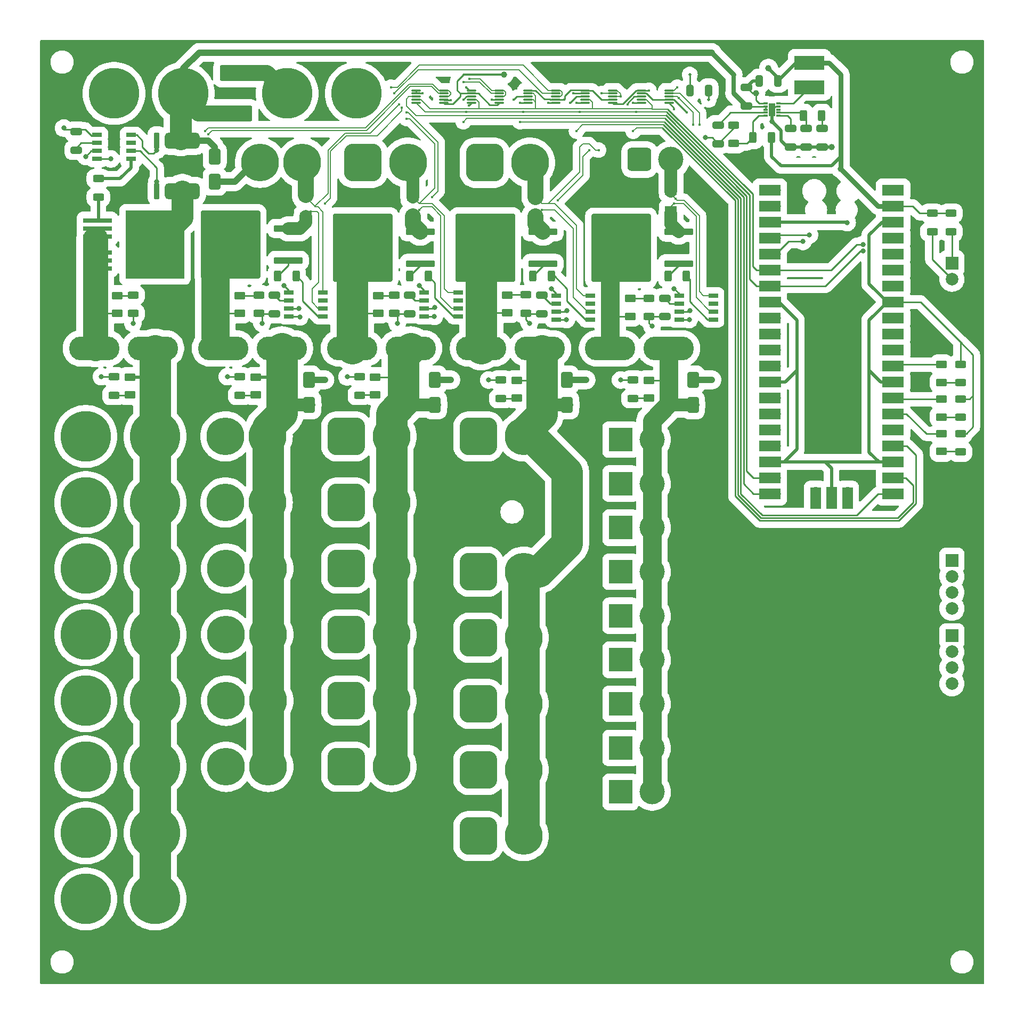
<source format=gbr>
%TF.GenerationSoftware,KiCad,Pcbnew,8.0.6*%
%TF.CreationDate,2024-12-28T22:05:24+01:00*%
%TF.ProjectId,PowerBoard,506f7765-7242-46f6-9172-642e6b696361,rev?*%
%TF.SameCoordinates,Original*%
%TF.FileFunction,Copper,L1,Top*%
%TF.FilePolarity,Positive*%
%FSLAX46Y46*%
G04 Gerber Fmt 4.6, Leading zero omitted, Abs format (unit mm)*
G04 Created by KiCad (PCBNEW 8.0.6) date 2024-12-28 22:05:24*
%MOMM*%
%LPD*%
G01*
G04 APERTURE LIST*
G04 Aperture macros list*
%AMRoundRect*
0 Rectangle with rounded corners*
0 $1 Rounding radius*
0 $2 $3 $4 $5 $6 $7 $8 $9 X,Y pos of 4 corners*
0 Add a 4 corners polygon primitive as box body*
4,1,4,$2,$3,$4,$5,$6,$7,$8,$9,$2,$3,0*
0 Add four circle primitives for the rounded corners*
1,1,$1+$1,$2,$3*
1,1,$1+$1,$4,$5*
1,1,$1+$1,$6,$7*
1,1,$1+$1,$8,$9*
0 Add four rect primitives between the rounded corners*
20,1,$1+$1,$2,$3,$4,$5,0*
20,1,$1+$1,$4,$5,$6,$7,0*
20,1,$1+$1,$6,$7,$8,$9,0*
20,1,$1+$1,$8,$9,$2,$3,0*%
G04 Aperture macros list end*
%TA.AperFunction,ComponentPad*%
%ADD10R,3.800000X3.800000*%
%TD*%
%TA.AperFunction,ComponentPad*%
%ADD11C,4.000000*%
%TD*%
%TA.AperFunction,SMDPad,CuDef*%
%ADD12RoundRect,0.250000X2.050000X0.300000X-2.050000X0.300000X-2.050000X-0.300000X2.050000X-0.300000X0*%
%TD*%
%TA.AperFunction,SMDPad,CuDef*%
%ADD13RoundRect,0.250000X2.025000X2.375000X-2.025000X2.375000X-2.025000X-2.375000X2.025000X-2.375000X0*%
%TD*%
%TA.AperFunction,SMDPad,CuDef*%
%ADD14RoundRect,0.250002X4.449998X5.149998X-4.449998X5.149998X-4.449998X-5.149998X4.449998X-5.149998X0*%
%TD*%
%TA.AperFunction,SMDPad,CuDef*%
%ADD15RoundRect,0.250000X0.312500X0.625000X-0.312500X0.625000X-0.312500X-0.625000X0.312500X-0.625000X0*%
%TD*%
%TA.AperFunction,SMDPad,CuDef*%
%ADD16RoundRect,0.250000X0.650000X-0.325000X0.650000X0.325000X-0.650000X0.325000X-0.650000X-0.325000X0*%
%TD*%
%TA.AperFunction,ComponentPad*%
%ADD17RoundRect,1.500000X-1.500000X-1.500000X1.500000X-1.500000X1.500000X1.500000X-1.500000X1.500000X0*%
%TD*%
%TA.AperFunction,ComponentPad*%
%ADD18C,6.000000*%
%TD*%
%TA.AperFunction,SMDPad,CuDef*%
%ADD19RoundRect,0.250000X0.650000X-1.000000X0.650000X1.000000X-0.650000X1.000000X-0.650000X-1.000000X0*%
%TD*%
%TA.AperFunction,SMDPad,CuDef*%
%ADD20RoundRect,0.250000X-0.650000X0.325000X-0.650000X-0.325000X0.650000X-0.325000X0.650000X0.325000X0*%
%TD*%
%TA.AperFunction,SMDPad,CuDef*%
%ADD21RoundRect,0.250000X2.325000X-0.987500X2.325000X0.987500X-2.325000X0.987500X-2.325000X-0.987500X0*%
%TD*%
%TA.AperFunction,SMDPad,CuDef*%
%ADD22RoundRect,0.250000X0.625000X-0.312500X0.625000X0.312500X-0.625000X0.312500X-0.625000X-0.312500X0*%
%TD*%
%TA.AperFunction,SMDPad,CuDef*%
%ADD23R,1.850000X1.200000*%
%TD*%
%TA.AperFunction,SMDPad,CuDef*%
%ADD24RoundRect,0.250000X-0.625000X0.312500X-0.625000X-0.312500X0.625000X-0.312500X0.625000X0.312500X0*%
%TD*%
%TA.AperFunction,SMDPad,CuDef*%
%ADD25R,1.526000X0.650000*%
%TD*%
%TA.AperFunction,SMDPad,CuDef*%
%ADD26RoundRect,0.250000X-0.650000X1.000000X-0.650000X-1.000000X0.650000X-1.000000X0.650000X1.000000X0*%
%TD*%
%TA.AperFunction,SMDPad,CuDef*%
%ADD27RoundRect,0.250000X0.625000X-0.375000X0.625000X0.375000X-0.625000X0.375000X-0.625000X-0.375000X0*%
%TD*%
%TA.AperFunction,ComponentPad*%
%ADD28C,8.000000*%
%TD*%
%TA.AperFunction,ComponentPad*%
%ADD29O,8.000000X3.800000*%
%TD*%
%TA.AperFunction,SMDPad,CuDef*%
%ADD30RoundRect,0.250000X-0.625000X0.375000X-0.625000X-0.375000X0.625000X-0.375000X0.625000X0.375000X0*%
%TD*%
%TA.AperFunction,ComponentPad*%
%ADD31R,2.000000X2.000000*%
%TD*%
%TA.AperFunction,ComponentPad*%
%ADD32C,2.000000*%
%TD*%
%TA.AperFunction,SMDPad,CuDef*%
%ADD33RoundRect,0.075000X-0.650000X-0.075000X0.650000X-0.075000X0.650000X0.075000X-0.650000X0.075000X0*%
%TD*%
%TA.AperFunction,SMDPad,CuDef*%
%ADD34R,4.850000X2.300000*%
%TD*%
%TA.AperFunction,ComponentPad*%
%ADD35RoundRect,0.760000X-1.140000X-1.140000X1.140000X-1.140000X1.140000X1.140000X-1.140000X1.140000X0*%
%TD*%
%TA.AperFunction,SMDPad,CuDef*%
%ADD36RoundRect,0.637500X-2.162500X0.637500X-2.162500X-0.637500X2.162500X-0.637500X2.162500X0.637500X0*%
%TD*%
%TA.AperFunction,SMDPad,CuDef*%
%ADD37RoundRect,0.225000X-0.225000X1.050000X-0.225000X-1.050000X0.225000X-1.050000X0.225000X1.050000X0*%
%TD*%
%TA.AperFunction,ComponentPad*%
%ADD38O,1.700000X1.700000*%
%TD*%
%TA.AperFunction,SMDPad,CuDef*%
%ADD39R,3.500000X1.700000*%
%TD*%
%TA.AperFunction,ComponentPad*%
%ADD40R,1.700000X1.700000*%
%TD*%
%TA.AperFunction,SMDPad,CuDef*%
%ADD41R,1.700000X3.500000*%
%TD*%
%TA.AperFunction,SMDPad,CuDef*%
%ADD42RoundRect,0.250000X0.325000X0.650000X-0.325000X0.650000X-0.325000X-0.650000X0.325000X-0.650000X0*%
%TD*%
%TA.AperFunction,SMDPad,CuDef*%
%ADD43RoundRect,0.250000X-0.312500X-0.625000X0.312500X-0.625000X0.312500X0.625000X-0.312500X0.625000X0*%
%TD*%
%TA.AperFunction,SMDPad,CuDef*%
%ADD44R,4.600000X0.800000*%
%TD*%
%TA.AperFunction,SMDPad,CuDef*%
%ADD45R,9.400000X10.800000*%
%TD*%
%TA.AperFunction,SMDPad,CuDef*%
%ADD46RoundRect,0.250000X-0.325000X-0.650000X0.325000X-0.650000X0.325000X0.650000X-0.325000X0.650000X0*%
%TD*%
%TA.AperFunction,SMDPad,CuDef*%
%ADD47R,0.700000X0.300000*%
%TD*%
%TA.AperFunction,SMDPad,CuDef*%
%ADD48R,1.000000X2.100000*%
%TD*%
%TA.AperFunction,ViaPad*%
%ADD49C,0.450000*%
%TD*%
%TA.AperFunction,ViaPad*%
%ADD50C,1.000000*%
%TD*%
%TA.AperFunction,ViaPad*%
%ADD51C,0.800000*%
%TD*%
%TA.AperFunction,ViaPad*%
%ADD52C,0.500000*%
%TD*%
%TA.AperFunction,Conductor*%
%ADD53C,0.500000*%
%TD*%
%TA.AperFunction,Conductor*%
%ADD54C,0.250000*%
%TD*%
%TA.AperFunction,Conductor*%
%ADD55C,1.000000*%
%TD*%
%TA.AperFunction,Conductor*%
%ADD56C,0.750000*%
%TD*%
%TA.AperFunction,Conductor*%
%ADD57C,0.300000*%
%TD*%
%TA.AperFunction,Conductor*%
%ADD58C,3.500000*%
%TD*%
%TA.AperFunction,Conductor*%
%ADD59C,2.500000*%
%TD*%
%TA.AperFunction,Conductor*%
%ADD60C,0.700000*%
%TD*%
%TA.AperFunction,Conductor*%
%ADD61C,2.000000*%
%TD*%
%TA.AperFunction,Conductor*%
%ADD62C,0.200000*%
%TD*%
%TA.AperFunction,Conductor*%
%ADD63C,5.000000*%
%TD*%
%TA.AperFunction,Conductor*%
%ADD64C,3.000000*%
%TD*%
%TA.AperFunction,Conductor*%
%ADD65C,4.000000*%
%TD*%
%TA.AperFunction,Conductor*%
%ADD66C,4.500000*%
%TD*%
G04 APERTURE END LIST*
D10*
%TO.P,J37,1,Pin_1*%
%TO.N,GND*%
X117500000Y-116500000D03*
D11*
%TO.P,J37,2,Pin_2*%
%TO.N,5V_2*%
X122500000Y-116500000D03*
%TD*%
D10*
%TO.P,J36,1,Pin_1*%
%TO.N,GND*%
X117500000Y-109500000D03*
D11*
%TO.P,J36,2,Pin_2*%
%TO.N,5V_2*%
X122500000Y-109500000D03*
%TD*%
D10*
%TO.P,J35,1,Pin_1*%
%TO.N,GND*%
X117500000Y-102500000D03*
D11*
%TO.P,J35,2,Pin_2*%
%TO.N,5V_2*%
X122500000Y-102500000D03*
%TD*%
D12*
%TO.P,Q5,1,G*%
%TO.N,Net-(Q5-G)*%
X64650000Y-53040000D03*
D13*
%TO.P,Q5,2,D*%
%TO.N,Net-(D13-A)*%
X57925000Y-53275000D03*
X57925000Y-47725000D03*
D14*
X55500000Y-50500000D03*
D13*
X53075000Y-53275000D03*
X53075000Y-47725000D03*
D12*
%TO.P,Q5,3,S*%
%TO.N,CURR_2-*%
X64650000Y-47960000D03*
%TD*%
D15*
%TO.P,R16,1*%
%TO.N,VCC*%
X141462500Y-33500000D03*
%TO.P,R16,2*%
%TO.N,Net-(IC7-FB)*%
X138537500Y-33500000D03*
%TD*%
D16*
%TO.P,C7,1*%
%TO.N,+42V*%
X137500000Y-28475000D03*
%TO.P,C7,2*%
%TO.N,GND*%
X137500000Y-25525000D03*
%TD*%
D17*
%TO.P,J31,1,Pin_1*%
%TO.N,GND*%
X94900000Y-144500000D03*
D18*
%TO.P,J31,2,Pin_2*%
%TO.N,12V_2*%
X102100000Y-144500000D03*
%TD*%
D19*
%TO.P,D14,1,A1*%
%TO.N,5V_2*%
X129000000Y-76000000D03*
%TO.P,D14,2,A2*%
%TO.N,GND*%
X129000000Y-72000000D03*
%TD*%
D17*
%TO.P,J30,1,Pin_1*%
%TO.N,GND*%
X94900000Y-134000000D03*
D18*
%TO.P,J30,2,Pin_2*%
%TO.N,12V_2*%
X102100000Y-134000000D03*
%TD*%
D15*
%TO.P,R33,1*%
%TO.N,Net-(IC2-GATE)*%
X127962500Y-55500000D03*
%TO.P,R33,2*%
%TO.N,Net-(Q3-G)*%
X125037500Y-55500000D03*
%TD*%
D11*
%TO.P,J33,2,Pin_2*%
%TO.N,5V_2*%
X122500000Y-88500000D03*
D10*
%TO.P,J33,1,Pin_1*%
%TO.N,GND*%
X117500000Y-88500000D03*
%TD*%
D20*
%TO.P,C8,1*%
%TO.N,Net-(IC7-VCC)*%
X133000000Y-31525000D03*
%TO.P,C8,2*%
%TO.N,GND*%
X133000000Y-34475000D03*
%TD*%
D18*
%TO.P,J18,1,Pin_1*%
%TO.N,GND*%
X54800000Y-123000000D03*
%TO.P,J18,2,Pin_2*%
%TO.N,24V_2*%
X61500000Y-123000000D03*
%TD*%
%TO.P,J19,1,Pin_1*%
%TO.N,GND*%
X54800000Y-133500000D03*
%TO.P,J19,2,Pin_2*%
%TO.N,24V_2*%
X61500000Y-133500000D03*
%TD*%
D21*
%TO.P,D2,1,K*%
%TO.N,+42V*%
X56350000Y-29650000D03*
%TO.P,D2,2,A*%
%TO.N,Net-(D2-A)*%
X56350000Y-23275000D03*
%TD*%
D22*
%TO.P,R5,1*%
%TO.N,Net-(D6-K)*%
X76000000Y-74462500D03*
%TO.P,R5,2*%
%TO.N,GND*%
X76000000Y-71537500D03*
%TD*%
D20*
%TO.P,C5,1*%
%TO.N,Net-(IC5-TIMER)*%
X62500000Y-58525000D03*
%TO.P,C5,2*%
%TO.N,GND*%
X62500000Y-61475000D03*
%TD*%
D23*
%TO.P,R8,1,1*%
%TO.N,CURR_5+*%
X125500000Y-42000000D03*
%TO.P,R8,2,2*%
%TO.N,CURR_5-*%
X125500000Y-45000000D03*
%TD*%
D24*
%TO.P,R2,1*%
%TO.N,Net-(D3-K)*%
X81500000Y-58537500D03*
%TO.P,R2,2*%
%TO.N,GND*%
X81500000Y-61462500D03*
%TD*%
D17*
%TO.P,J22,1,Pin_1*%
%TO.N,GND*%
X73900000Y-102000000D03*
D18*
%TO.P,J22,2,Pin_2*%
%TO.N,15V_2*%
X81100000Y-102000000D03*
%TD*%
D25*
%TO.P,IC4,1,GND*%
%TO.N,GND*%
X107288000Y-58595000D03*
%TO.P,IC4,2,TIMER*%
%TO.N,Net-(IC4-TIMER)*%
X107288000Y-59865000D03*
%TO.P,IC4,3,~{FAULT}*%
%TO.N,FAULT_12V*%
X107288000Y-61135000D03*
%TO.P,IC4,4,IN*%
%TO.N,EN_12V*%
X107288000Y-62405000D03*
%TO.P,IC4,5,GATE*%
%TO.N,Net-(IC4-GATE)*%
X112712000Y-62405000D03*
%TO.P,IC4,6,SENSE*%
%TO.N,CURR_4-*%
X112712000Y-61135000D03*
%TO.P,IC4,7,NC*%
%TO.N,unconnected-(IC4-NC-Pad7)*%
X112712000Y-59865000D03*
%TO.P,IC4,8,V+*%
%TO.N,CURR_4+*%
X112712000Y-58595000D03*
%TD*%
D26*
%TO.P,D11,1,A1*%
%TO.N,GND*%
X109000000Y-72000000D03*
%TO.P,D11,2,A2*%
%TO.N,12V_2*%
X109000000Y-76000000D03*
%TD*%
D25*
%TO.P,IC3,1,GND*%
%TO.N,GND*%
X34288000Y-33095000D03*
%TO.P,IC3,2,TIMER*%
%TO.N,Net-(IC3-TIMER)*%
X34288000Y-34365000D03*
%TO.P,IC3,3,~{FAULT}*%
%TO.N,FAULT_42V*%
X34288000Y-35635000D03*
%TO.P,IC3,4,IN*%
%TO.N,EN_42V*%
X34288000Y-36905000D03*
%TO.P,IC3,5,GATE*%
%TO.N,Net-(IC3-GATE)*%
X39712000Y-36905000D03*
%TO.P,IC3,6,SENSE*%
%TO.N,CURR_1-*%
X39712000Y-35635000D03*
%TO.P,IC3,7,NC*%
%TO.N,unconnected-(IC3-NC-Pad7)*%
X39712000Y-34365000D03*
%TO.P,IC3,8,V+*%
%TO.N,CURR_1+*%
X39712000Y-33095000D03*
%TD*%
D27*
%TO.P,D19,1,K*%
%TO.N,Net-(D19-K)*%
X168500000Y-83400000D03*
%TO.P,D19,2,A*%
%TO.N,Net-(D19-A)*%
X168500000Y-80600000D03*
%TD*%
D28*
%TO.P,J9,1,Pin_1*%
%TO.N,42V_2*%
X43500000Y-112500000D03*
%TO.P,J9,2,Pin_2*%
%TO.N,GND*%
X32500000Y-112500000D03*
%TD*%
D29*
%TO.P,F5,1*%
%TO.N,Net-(D13-A)*%
X54350000Y-67000000D03*
%TO.P,F5,2*%
%TO.N,24V_2*%
X63650000Y-67000000D03*
%TD*%
D30*
%TO.P,D13,1,K*%
%TO.N,Net-(D13-K)*%
X57000000Y-58600000D03*
%TO.P,D13,2,A*%
%TO.N,Net-(D13-A)*%
X57000000Y-61400000D03*
%TD*%
D29*
%TO.P,F4,1*%
%TO.N,Net-(D12-A)*%
X95350000Y-67000000D03*
%TO.P,F4,2*%
%TO.N,12V_2*%
X104650000Y-67000000D03*
%TD*%
D31*
%TO.P,GND1,1,Pin_1*%
%TO.N,GND*%
X170150000Y-112690000D03*
D32*
%TO.P,GND1,2,Pin_2*%
X170150000Y-115230000D03*
%TO.P,GND1,3,Pin_3*%
X170150000Y-117770000D03*
%TO.P,GND1,4,Pin_4*%
X170150000Y-120310000D03*
%TD*%
D22*
%TO.P,R17,1*%
%TO.N,Net-(IC7-FB)*%
X135500000Y-34462500D03*
%TO.P,R17,2*%
%TO.N,GND*%
X135500000Y-31537500D03*
%TD*%
D17*
%TO.P,J29,1,Pin_1*%
%TO.N,GND*%
X94900000Y-123500000D03*
D18*
%TO.P,J29,2,Pin_2*%
%TO.N,12V_2*%
X102100000Y-123500000D03*
%TD*%
D27*
%TO.P,D16,1,K*%
%TO.N,Net-(D16-K)*%
X59500000Y-74400000D03*
%TO.P,D16,2,A*%
%TO.N,24V_2*%
X59500000Y-71600000D03*
%TD*%
D28*
%TO.P,J7,1,Pin_1*%
%TO.N,42V_2*%
X43500000Y-91500000D03*
%TO.P,J7,2,Pin_2*%
%TO.N,GND*%
X32500000Y-91500000D03*
%TD*%
D17*
%TO.P,J41,1,Pin_1*%
%TO.N,GND*%
X76500000Y-37500000D03*
D18*
%TO.P,J41,2,Pin_2*%
%TO.N,CURR_3+*%
X83700000Y-37500000D03*
%TD*%
D24*
%TO.P,R19,1*%
%TO.N,VCC*%
X167000000Y-45537500D03*
%TO.P,R19,2*%
%TO.N,SCL*%
X167000000Y-48462500D03*
%TD*%
D33*
%TO.P,U4,1,A1*%
%TO.N,GND*%
X102800000Y-26000000D03*
%TO.P,U4,2,A0*%
%TO.N,SDA*%
X102800000Y-26500000D03*
%TO.P,U4,3,~{Alert}*%
%TO.N,ALERT_3*%
X102800000Y-27000000D03*
%TO.P,U4,4,SDA*%
%TO.N,SDA*%
X102800000Y-27500000D03*
%TO.P,U4,5,SCL*%
%TO.N,SCL*%
X102800000Y-28000000D03*
%TO.P,U4,6,VS*%
%TO.N,VCC*%
X107200000Y-28000000D03*
%TO.P,U4,7,GND*%
%TO.N,GND*%
X107200000Y-27500000D03*
%TO.P,U4,8,Vbus*%
%TO.N,CURR_3+*%
X107200000Y-27000000D03*
%TO.P,U4,9,Vin-*%
%TO.N,CURR_3-*%
X107200000Y-26500000D03*
%TO.P,U4,10,Vin+*%
%TO.N,CURR_3+*%
X107200000Y-26000000D03*
%TD*%
D29*
%TO.P,F2,1*%
%TO.N,Net-(D4-A)*%
X115850000Y-67000000D03*
%TO.P,F2,2*%
%TO.N,5V_2*%
X125150000Y-67000000D03*
%TD*%
D33*
%TO.P,U3,1,A1*%
%TO.N,GND*%
X93800000Y-26000000D03*
%TO.P,U3,2,A0*%
%TO.N,VCC*%
X93800000Y-26500000D03*
%TO.P,U3,3,~{Alert}*%
%TO.N,ALERT_2*%
X93800000Y-27000000D03*
%TO.P,U3,4,SDA*%
%TO.N,SDA*%
X93800000Y-27500000D03*
%TO.P,U3,5,SCL*%
%TO.N,SCL*%
X93800000Y-28000000D03*
%TO.P,U3,6,VS*%
%TO.N,VCC*%
X98200000Y-28000000D03*
%TO.P,U3,7,GND*%
%TO.N,GND*%
X98200000Y-27500000D03*
%TO.P,U3,8,Vbus*%
%TO.N,CURR_2+*%
X98200000Y-27000000D03*
%TO.P,U3,9,Vin-*%
%TO.N,CURR_2-*%
X98200000Y-26500000D03*
%TO.P,U3,10,Vin+*%
%TO.N,CURR_2+*%
X98200000Y-26000000D03*
%TD*%
D34*
%TO.P,L1,1,1*%
%TO.N,Net-(IC7-LX)*%
X147500000Y-25500000D03*
%TO.P,L1,2,2*%
%TO.N,VCC*%
X147500000Y-21600000D03*
%TD*%
D33*
%TO.P,U2,1,A1*%
%TO.N,GND*%
X85000000Y-26000000D03*
%TO.P,U2,2,A0*%
X85000000Y-26500000D03*
%TO.P,U2,3,~{Alert}*%
%TO.N,ALERT_1*%
X85000000Y-27000000D03*
%TO.P,U2,4,SDA*%
%TO.N,SDA*%
X85000000Y-27500000D03*
%TO.P,U2,5,SCL*%
%TO.N,SCL*%
X85000000Y-28000000D03*
%TO.P,U2,6,VS*%
%TO.N,VCC*%
X89400000Y-28000000D03*
%TO.P,U2,7,GND*%
%TO.N,GND*%
X89400000Y-27500000D03*
%TO.P,U2,8,Vbus*%
%TO.N,CURR_1+*%
X89400000Y-27000000D03*
%TO.P,U2,9,Vin-*%
%TO.N,CURR_1-*%
X89400000Y-26500000D03*
%TO.P,U2,10,Vin+*%
%TO.N,CURR_1+*%
X89400000Y-26000000D03*
%TD*%
D28*
%TO.P,J6,1,Pin_1*%
%TO.N,42V_2*%
X43500000Y-81000000D03*
%TO.P,J6,2,Pin_2*%
%TO.N,GND*%
X32500000Y-81000000D03*
%TD*%
D23*
%TO.P,R11,1,1*%
%TO.N,CURR_2-*%
X67500000Y-46000000D03*
%TO.P,R11,2,2*%
%TO.N,CURR_2+*%
X67500000Y-43000000D03*
%TD*%
D20*
%TO.P,C4,1*%
%TO.N,Net-(IC4-TIMER)*%
X105000000Y-58525000D03*
%TO.P,C4,2*%
%TO.N,GND*%
X105000000Y-61475000D03*
%TD*%
D24*
%TO.P,R10,1*%
%TO.N,Net-(D12-K)*%
X102468750Y-58500000D03*
%TO.P,R10,2*%
%TO.N,GND*%
X102468750Y-61425000D03*
%TD*%
D22*
%TO.P,R15,1*%
%TO.N,Net-(D16-K)*%
X57000000Y-74462500D03*
%TO.P,R15,2*%
%TO.N,GND*%
X57000000Y-71537500D03*
%TD*%
D17*
%TO.P,J27,1,Pin_1*%
%TO.N,GND*%
X94900000Y-102500000D03*
D18*
%TO.P,J27,2,Pin_2*%
%TO.N,12V_2*%
X102100000Y-102500000D03*
%TD*%
D15*
%TO.P,R31,1*%
%TO.N,Net-(IC4-GATE)*%
X106500000Y-55500000D03*
%TO.P,R31,2*%
%TO.N,Net-(Q4-G)*%
X103575000Y-55500000D03*
%TD*%
D35*
%TO.P,J4,1,Pin_1*%
%TO.N,GND*%
X120500000Y-37000000D03*
D11*
%TO.P,J4,2,Pin_2*%
%TO.N,CURR_5+*%
X125500000Y-37000000D03*
%TD*%
D25*
%TO.P,IC2,1,GND*%
%TO.N,GND*%
X126788000Y-58595000D03*
%TO.P,IC2,2,TIMER*%
%TO.N,Net-(IC2-TIMER)*%
X126788000Y-59865000D03*
%TO.P,IC2,3,~{FAULT}*%
%TO.N,FAULT_5V*%
X126788000Y-61135000D03*
%TO.P,IC2,4,IN*%
%TO.N,EN_5V*%
X126788000Y-62405000D03*
%TO.P,IC2,5,GATE*%
%TO.N,Net-(IC2-GATE)*%
X132212000Y-62405000D03*
%TO.P,IC2,6,SENSE*%
%TO.N,CURR_5-*%
X132212000Y-61135000D03*
%TO.P,IC2,7,NC*%
%TO.N,unconnected-(IC2-NC-Pad7)*%
X132212000Y-59865000D03*
%TO.P,IC2,8,V+*%
%TO.N,CURR_5+*%
X132212000Y-58595000D03*
%TD*%
D23*
%TO.P,R7,1,1*%
%TO.N,CURR_3+*%
X84500000Y-43000000D03*
%TO.P,R7,2,2*%
%TO.N,CURR_3-*%
X84500000Y-46000000D03*
%TD*%
D12*
%TO.P,Q4,1,G*%
%TO.N,Net-(Q4-G)*%
X105150000Y-53540000D03*
D13*
%TO.P,Q4,2,D*%
%TO.N,Net-(D12-A)*%
X98425000Y-53775000D03*
X98425000Y-48225000D03*
D14*
X96000000Y-51000000D03*
D13*
X93575000Y-53775000D03*
X93575000Y-48225000D03*
D12*
%TO.P,Q4,3,S*%
%TO.N,CURR_4-*%
X105150000Y-48460000D03*
%TD*%
D18*
%TO.P,J2,1,Pin_1*%
%TO.N,GND*%
X60200000Y-37500000D03*
%TO.P,J2,2,Pin_2*%
%TO.N,CURR_2+*%
X66900000Y-37500000D03*
%TD*%
%TO.P,J15,1,Pin_1*%
%TO.N,GND*%
X54700000Y-91500000D03*
%TO.P,J15,2,Pin_2*%
%TO.N,24V_2*%
X61400000Y-91500000D03*
%TD*%
D12*
%TO.P,Q3,1,G*%
%TO.N,Net-(Q3-G)*%
X126725000Y-53580000D03*
D13*
%TO.P,Q3,2,D*%
%TO.N,Net-(D4-A)*%
X120000000Y-53815000D03*
X120000000Y-48265000D03*
D14*
X117575000Y-51040000D03*
D13*
X115150000Y-53815000D03*
X115150000Y-48265000D03*
D12*
%TO.P,Q3,3,S*%
%TO.N,CURR_5-*%
X126725000Y-48500000D03*
%TD*%
D15*
%TO.P,R32,1*%
%TO.N,Net-(IC1-GATE)*%
X86925000Y-55500000D03*
%TO.P,R32,2*%
%TO.N,Net-(Q2-G)*%
X84000000Y-55500000D03*
%TD*%
D27*
%TO.P,D7,1,K*%
%TO.N,Net-(D7-K)*%
X122000000Y-74900000D03*
%TO.P,D7,2,A*%
%TO.N,5V_2*%
X122000000Y-72100000D03*
%TD*%
D20*
%TO.P,C2,1*%
%TO.N,Net-(IC2-TIMER)*%
X124500000Y-59025000D03*
%TO.P,C2,2*%
%TO.N,GND*%
X124500000Y-61975000D03*
%TD*%
D10*
%TO.P,J39,1,Pin_1*%
%TO.N,GND*%
X117500000Y-130500000D03*
D11*
%TO.P,J39,2,Pin_2*%
%TO.N,5V_2*%
X122500000Y-130500000D03*
%TD*%
D31*
%TO.P,I2C1,1,Pin_1*%
%TO.N,SDA*%
X170150000Y-53460000D03*
D32*
%TO.P,I2C1,2,Pin_2*%
%TO.N,SCL*%
X170150000Y-56000000D03*
%TD*%
D28*
%TO.P,J8,1,Pin_1*%
%TO.N,42V_2*%
X43500000Y-102000000D03*
%TO.P,J8,2,Pin_2*%
%TO.N,GND*%
X32500000Y-102000000D03*
%TD*%
D26*
%TO.P,D9,1,A1*%
%TO.N,GND*%
X68000000Y-72000000D03*
%TO.P,D9,2,A2*%
%TO.N,24V_2*%
X68000000Y-76000000D03*
%TD*%
D20*
%TO.P,C10,1*%
%TO.N,Net-(IC7-COMP)*%
X147000000Y-32025000D03*
%TO.P,C10,2*%
%TO.N,GND*%
X147000000Y-34975000D03*
%TD*%
D25*
%TO.P,IC5,1,GND*%
%TO.N,GND*%
X64788000Y-58095000D03*
%TO.P,IC5,2,TIMER*%
%TO.N,Net-(IC5-TIMER)*%
X64788000Y-59365000D03*
%TO.P,IC5,3,~{FAULT}*%
%TO.N,FAULT_24V*%
X64788000Y-60635000D03*
%TO.P,IC5,4,IN*%
%TO.N,EN_24V*%
X64788000Y-61905000D03*
%TO.P,IC5,5,GATE*%
%TO.N,Net-(IC5-GATE)*%
X70212000Y-61905000D03*
%TO.P,IC5,6,SENSE*%
%TO.N,CURR_2-*%
X70212000Y-60635000D03*
%TO.P,IC5,7,NC*%
%TO.N,unconnected-(IC5-NC-Pad7)*%
X70212000Y-59365000D03*
%TO.P,IC5,8,V+*%
%TO.N,CURR_2+*%
X70212000Y-58095000D03*
%TD*%
D16*
%TO.P,C3,1*%
%TO.N,Net-(IC3-TIMER)*%
X31000000Y-35500000D03*
%TO.P,C3,2*%
%TO.N,GND*%
X31000000Y-32550000D03*
%TD*%
D26*
%TO.P,D10,1,A1*%
%TO.N,GND*%
X88000000Y-72000000D03*
%TO.P,D10,2,A2*%
%TO.N,15V_2*%
X88000000Y-76000000D03*
%TD*%
D28*
%TO.P,J5,1,Pin_1*%
%TO.N,Net-(D2-A)*%
X64500000Y-26500000D03*
%TO.P,J5,2,Pin_2*%
%TO.N,GND*%
X75500000Y-26500000D03*
%TD*%
D23*
%TO.P,R14,1,1*%
%TO.N,CURR_4+*%
X104000000Y-43000000D03*
%TO.P,R14,2,2*%
%TO.N,CURR_4-*%
X104000000Y-46000000D03*
%TD*%
D25*
%TO.P,IC1,1,GND*%
%TO.N,GND*%
X86288000Y-58095000D03*
%TO.P,IC1,2,TIMER*%
%TO.N,Net-(IC1-TIMER)*%
X86288000Y-59365000D03*
%TO.P,IC1,3,~{FAULT}*%
%TO.N,FAULT_15V*%
X86288000Y-60635000D03*
%TO.P,IC1,4,IN*%
%TO.N,EN_15V*%
X86288000Y-61905000D03*
%TO.P,IC1,5,GATE*%
%TO.N,Net-(IC1-GATE)*%
X91712000Y-61905000D03*
%TO.P,IC1,6,SENSE*%
%TO.N,CURR_3-*%
X91712000Y-60635000D03*
%TO.P,IC1,7,NC*%
%TO.N,unconnected-(IC1-NC-Pad7)*%
X91712000Y-59365000D03*
%TO.P,IC1,8,V+*%
%TO.N,CURR_3+*%
X91712000Y-58095000D03*
%TD*%
D24*
%TO.P,R18,1*%
%TO.N,VCC*%
X170000000Y-45537500D03*
%TO.P,R18,2*%
%TO.N,SDA*%
X170000000Y-48462500D03*
%TD*%
D22*
%TO.P,R13,1*%
%TO.N,Net-(D15-K)*%
X98500000Y-74962500D03*
%TO.P,R13,2*%
%TO.N,GND*%
X98500000Y-72037500D03*
%TD*%
D28*
%TO.P,J13,1,Pin_1*%
%TO.N,42V_2*%
X43500000Y-154500000D03*
%TO.P,J13,2,Pin_2*%
%TO.N,GND*%
X32500000Y-154500000D03*
%TD*%
D17*
%TO.P,J21,1,Pin_1*%
%TO.N,GND*%
X73900000Y-91500000D03*
D18*
%TO.P,J21,2,Pin_2*%
%TO.N,15V_2*%
X81100000Y-91500000D03*
%TD*%
%TO.P,J17,1,Pin_1*%
%TO.N,GND*%
X54800000Y-112500000D03*
%TO.P,J17,2,Pin_2*%
%TO.N,24V_2*%
X61500000Y-112500000D03*
%TD*%
D30*
%TO.P,D4,1,K*%
%TO.N,Net-(D4-K)*%
X119000000Y-59100000D03*
%TO.P,D4,2,A*%
%TO.N,Net-(D4-A)*%
X119000000Y-61900000D03*
%TD*%
D24*
%TO.P,R12,1*%
%TO.N,Net-(D13-K)*%
X60000000Y-58537500D03*
%TO.P,R12,2*%
%TO.N,GND*%
X60000000Y-61462500D03*
%TD*%
D36*
%TO.P,R1,1,1*%
%TO.N,+42V*%
X47850000Y-33975000D03*
D37*
%TO.P,R1,2,2*%
%TO.N,CURR_1+*%
X43800000Y-33975000D03*
%TO.P,R1,3,3*%
%TO.N,CURR_1-*%
X43800000Y-42025000D03*
D36*
%TO.P,R1,4,4*%
%TO.N,Net-(Q1-D)*%
X47850000Y-42025000D03*
%TD*%
D28*
%TO.P,J1,1,Pin_1*%
%TO.N,+42V*%
X48000000Y-26500000D03*
%TO.P,J1,2,Pin_2*%
%TO.N,GND*%
X37000000Y-26500000D03*
%TD*%
D38*
%TO.P,U1,1,GPIO0*%
%TO.N,unconnected-(U1-GPIO0-Pad1)*%
X142110000Y-41870000D03*
D39*
%TO.N,unconnected-(U1-GPIO0-Pad1)_1*%
X141210000Y-41870000D03*
D38*
%TO.P,U1,2,GPIO1*%
%TO.N,unconnected-(U1-GPIO1-Pad2)*%
X142110000Y-44410000D03*
D39*
%TO.N,unconnected-(U1-GPIO1-Pad2)_1*%
X141210000Y-44410000D03*
D40*
%TO.P,U1,3,GND*%
%TO.N,GND*%
X142110000Y-46950000D03*
D39*
X141210000Y-46950000D03*
D38*
%TO.P,U1,4,GPIO2*%
%TO.N,FAULT_42V*%
X142110000Y-49490000D03*
D39*
X141210000Y-49490000D03*
D38*
%TO.P,U1,5,GPIO3*%
%TO.N,FAULT_24V*%
X142110000Y-52030000D03*
D39*
X141210000Y-52030000D03*
D38*
%TO.P,U1,6,GPIO4*%
%TO.N,SDA*%
X142110000Y-54570000D03*
D39*
X141210000Y-54570000D03*
D38*
%TO.P,U1,7,GPIO5*%
%TO.N,SCL*%
X142110000Y-57110000D03*
D39*
X141210000Y-57110000D03*
D40*
%TO.P,U1,8,GND*%
%TO.N,GND*%
X142110000Y-59650000D03*
D39*
X141210000Y-59650000D03*
D38*
%TO.P,U1,9,GPIO6*%
%TO.N,FAULT_15V*%
X142110000Y-62190000D03*
D39*
X141210000Y-62190000D03*
D38*
%TO.P,U1,10,GPIO7*%
%TO.N,FAULT_12V*%
X142110000Y-64730000D03*
D39*
X141210000Y-64730000D03*
D38*
%TO.P,U1,11,GPIO8*%
%TO.N,FAULT_5V*%
X142110000Y-67270000D03*
D39*
X141210000Y-67270000D03*
D38*
%TO.P,U1,12,GPIO9*%
%TO.N,EN_5V*%
X142110000Y-69810000D03*
D39*
X141210000Y-69810000D03*
D40*
%TO.P,U1,13,GND*%
%TO.N,GND*%
X142110000Y-72350000D03*
D39*
X141210000Y-72350000D03*
D38*
%TO.P,U1,14,GPIO10*%
%TO.N,EN_12V*%
X142110000Y-74890000D03*
D39*
X141210000Y-74890000D03*
D38*
%TO.P,U1,15,GPIO11*%
%TO.N,EN_15V*%
X142110000Y-77430000D03*
D39*
X141210000Y-77430000D03*
D38*
%TO.P,U1,16,GPIO12*%
%TO.N,EN_24V*%
X142110000Y-79970000D03*
D39*
X141210000Y-79970000D03*
D38*
%TO.P,U1,17,GPIO13*%
%TO.N,EN_42V*%
X142110000Y-82510000D03*
D39*
X141210000Y-82510000D03*
D40*
%TO.P,U1,18,GND*%
%TO.N,GND*%
X142110000Y-85050000D03*
D39*
X141210000Y-85050000D03*
D38*
%TO.P,U1,19,GPIO14*%
%TO.N,ALERT_1*%
X142110000Y-87590000D03*
D39*
X141210000Y-87590000D03*
D38*
%TO.P,U1,20,GPIO15*%
%TO.N,ALERT_2*%
X142110000Y-90130000D03*
D39*
X141210000Y-90130000D03*
D38*
%TO.P,U1,21,GPIO16*%
%TO.N,ALERT_3*%
X159890000Y-90130000D03*
D39*
X160790000Y-90130000D03*
D38*
%TO.P,U1,22,GPIO17*%
%TO.N,ALERT_4*%
X159890000Y-87590000D03*
D39*
X160790000Y-87590000D03*
D40*
%TO.P,U1,23,GND*%
%TO.N,GND*%
X159890000Y-85050000D03*
D39*
X160790000Y-85050000D03*
D38*
%TO.P,U1,24,GPIO18*%
%TO.N,ALERT_5*%
X159890000Y-82510000D03*
D39*
X160790000Y-82510000D03*
D38*
%TO.P,U1,25,GPIO19*%
%TO.N,unconnected-(U1-GPIO19-Pad25)*%
X159890000Y-79970000D03*
D39*
X160790000Y-79970000D03*
D38*
%TO.P,U1,26,GPIO20*%
%TO.N,Net-(D19-A)*%
X159890000Y-77430000D03*
D39*
X160790000Y-77430000D03*
D38*
%TO.P,U1,27,GPIO21*%
%TO.N,Net-(D18-A)*%
X159890000Y-74890000D03*
D39*
X160790000Y-74890000D03*
D40*
%TO.P,U1,28,GND*%
%TO.N,GND*%
X159890000Y-72350000D03*
D39*
X160790000Y-72350000D03*
D38*
%TO.P,U1,29,GPIO22*%
%TO.N,Net-(D17-A)*%
X159890000Y-69810000D03*
D39*
X160790000Y-69810000D03*
D38*
%TO.P,U1,30,RUN*%
%TO.N,unconnected-(U1-RUN-Pad30)_1*%
X159890000Y-67270000D03*
D39*
%TO.N,unconnected-(U1-RUN-Pad30)*%
X160790000Y-67270000D03*
D38*
%TO.P,U1,31,GPIO26_ADC0*%
%TO.N,unconnected-(U1-GPIO26_ADC0-Pad31)*%
X159890000Y-64730000D03*
D39*
%TO.N,unconnected-(U1-GPIO26_ADC0-Pad31)_1*%
X160790000Y-64730000D03*
D38*
%TO.P,U1,32,GPIO27_ADC1*%
%TO.N,unconnected-(U1-GPIO27_ADC1-Pad32)*%
X159890000Y-62190000D03*
D39*
%TO.N,unconnected-(U1-GPIO27_ADC1-Pad32)_1*%
X160790000Y-62190000D03*
D40*
%TO.P,U1,33,AGND*%
%TO.N,GND*%
X159890000Y-59650000D03*
D39*
X160790000Y-59650000D03*
D38*
%TO.P,U1,34,GPIO28_ADC2*%
%TO.N,unconnected-(U1-GPIO28_ADC2-Pad34)_1*%
X159890000Y-57110000D03*
D39*
%TO.N,unconnected-(U1-GPIO28_ADC2-Pad34)*%
X160790000Y-57110000D03*
D38*
%TO.P,U1,35,ADC_VREF*%
%TO.N,unconnected-(U1-ADC_VREF-Pad35)*%
X159890000Y-54570000D03*
D39*
%TO.N,unconnected-(U1-ADC_VREF-Pad35)_1*%
X160790000Y-54570000D03*
D38*
%TO.P,U1,36,3V3*%
%TO.N,unconnected-(U1-3V3-Pad36)*%
X159890000Y-52030000D03*
D39*
%TO.N,unconnected-(U1-3V3-Pad36)_1*%
X160790000Y-52030000D03*
D38*
%TO.P,U1,37,3V3_EN*%
%TO.N,unconnected-(U1-3V3_EN-Pad37)*%
X159890000Y-49490000D03*
D39*
%TO.N,unconnected-(U1-3V3_EN-Pad37)_1*%
X160790000Y-49490000D03*
D40*
%TO.P,U1,38,GND*%
%TO.N,GND*%
X159890000Y-46950000D03*
D39*
X160790000Y-46950000D03*
D38*
%TO.P,U1,39,VSYS*%
%TO.N,VCC*%
X159890000Y-44410000D03*
D39*
X160790000Y-44410000D03*
D38*
%TO.P,U1,40,VBUS*%
%TO.N,unconnected-(U1-VBUS-Pad40)*%
X159890000Y-41870000D03*
D39*
%TO.N,unconnected-(U1-VBUS-Pad40)_1*%
X160790000Y-41870000D03*
D38*
%TO.P,U1,41,SWCLK*%
%TO.N,unconnected-(U1-SWCLK-Pad41)_1*%
X148460000Y-89900000D03*
D41*
%TO.N,unconnected-(U1-SWCLK-Pad41)*%
X148460000Y-90800000D03*
D40*
%TO.P,U1,42,GND*%
%TO.N,GND*%
X151000000Y-89900000D03*
D41*
X151000000Y-90800000D03*
D38*
%TO.P,U1,43,SWDIO*%
%TO.N,unconnected-(U1-SWDIO-Pad43)*%
X153540000Y-89900000D03*
D41*
%TO.N,unconnected-(U1-SWDIO-Pad43)_1*%
X153540000Y-90800000D03*
%TD*%
D22*
%TO.P,R24,1*%
%TO.N,Net-(D19-K)*%
X171500000Y-83462500D03*
%TO.P,R24,2*%
%TO.N,GND*%
X171500000Y-80537500D03*
%TD*%
D30*
%TO.P,D5,1,K*%
%TO.N,Net-(D5-K)*%
X37500000Y-58600000D03*
%TO.P,D5,2,A*%
%TO.N,Net-(D5-A)*%
X37500000Y-61400000D03*
%TD*%
D42*
%TO.P,C12,1*%
%TO.N,VCC*%
X142475000Y-24500000D03*
%TO.P,C12,2*%
%TO.N,GND*%
X139525000Y-24500000D03*
%TD*%
D33*
%TO.P,U5,1,A1*%
%TO.N,GND*%
X111800000Y-26000000D03*
%TO.P,U5,2,A0*%
%TO.N,SCL*%
X111800000Y-26500000D03*
%TO.P,U5,3,~{Alert}*%
%TO.N,ALERT_4*%
X111800000Y-27000000D03*
%TO.P,U5,4,SDA*%
%TO.N,SDA*%
X111800000Y-27500000D03*
%TO.P,U5,5,SCL*%
%TO.N,SCL*%
X111800000Y-28000000D03*
%TO.P,U5,6,VS*%
%TO.N,VCC*%
X116200000Y-28000000D03*
%TO.P,U5,7,GND*%
%TO.N,GND*%
X116200000Y-27500000D03*
%TO.P,U5,8,Vbus*%
%TO.N,CURR_4+*%
X116200000Y-27000000D03*
%TO.P,U5,9,Vin-*%
%TO.N,CURR_4-*%
X116200000Y-26500000D03*
%TO.P,U5,10,Vin+*%
%TO.N,CURR_4+*%
X116200000Y-26000000D03*
%TD*%
D22*
%TO.P,R22,1*%
%TO.N,Net-(D17-K)*%
X171500000Y-72462500D03*
%TO.P,R22,2*%
%TO.N,GND*%
X171500000Y-69537500D03*
%TD*%
D27*
%TO.P,D17,1,K*%
%TO.N,Net-(D17-K)*%
X168500000Y-72400000D03*
%TO.P,D17,2,A*%
%TO.N,Net-(D17-A)*%
X168500000Y-69600000D03*
%TD*%
D18*
%TO.P,J16,1,Pin_1*%
%TO.N,GND*%
X54800000Y-102000000D03*
%TO.P,J16,2,Pin_2*%
%TO.N,24V_2*%
X61500000Y-102000000D03*
%TD*%
D24*
%TO.P,R3,1*%
%TO.N,Net-(D4-K)*%
X122000000Y-59037500D03*
%TO.P,R3,2*%
%TO.N,GND*%
X122000000Y-61962500D03*
%TD*%
D28*
%TO.P,J10,1,Pin_1*%
%TO.N,42V_2*%
X43500000Y-123000000D03*
%TO.P,J10,2,Pin_2*%
%TO.N,GND*%
X32500000Y-123000000D03*
%TD*%
D17*
%TO.P,J3,1,Pin_1*%
%TO.N,GND*%
X95900000Y-37500000D03*
D18*
%TO.P,J3,2,Pin_2*%
%TO.N,CURR_4+*%
X103100000Y-37500000D03*
%TD*%
D17*
%TO.P,J20,1,Pin_1*%
%TO.N,GND*%
X73900000Y-81000000D03*
D18*
%TO.P,J20,2,Pin_2*%
%TO.N,15V_2*%
X81100000Y-81000000D03*
%TD*%
D29*
%TO.P,F3,1*%
%TO.N,Net-(D5-A)*%
X33850000Y-67000000D03*
%TO.P,F3,2*%
%TO.N,42V_2*%
X43150000Y-67000000D03*
%TD*%
D22*
%TO.P,R9,1*%
%TO.N,Net-(D8-K)*%
X37000000Y-74462500D03*
%TO.P,R9,2*%
%TO.N,GND*%
X37000000Y-71537500D03*
%TD*%
D27*
%TO.P,D6,1,K*%
%TO.N,Net-(D6-K)*%
X78500000Y-74400000D03*
%TO.P,D6,2,A*%
%TO.N,15V_2*%
X78500000Y-71600000D03*
%TD*%
D29*
%TO.P,F1,1*%
%TO.N,Net-(D3-A)*%
X74850000Y-67000000D03*
%TO.P,F1,2*%
%TO.N,15V_2*%
X84150000Y-67000000D03*
%TD*%
D26*
%TO.P,D1,1,A1*%
%TO.N,+42V*%
X53000000Y-36500000D03*
%TO.P,D1,2,A2*%
%TO.N,GND*%
X53000000Y-40500000D03*
%TD*%
D20*
%TO.P,C1,1*%
%TO.N,Net-(IC1-TIMER)*%
X84000000Y-58525000D03*
%TO.P,C1,2*%
%TO.N,GND*%
X84000000Y-61475000D03*
%TD*%
D22*
%TO.P,R23,1*%
%TO.N,Net-(D18-K)*%
X171500000Y-77962500D03*
%TO.P,R23,2*%
%TO.N,GND*%
X171500000Y-75037500D03*
%TD*%
D18*
%TO.P,J14,1,Pin_1*%
%TO.N,GND*%
X54700000Y-81000000D03*
%TO.P,J14,2,Pin_2*%
%TO.N,24V_2*%
X61400000Y-81000000D03*
%TD*%
D43*
%TO.P,R21,1*%
%TO.N,Net-(IC7-COMP)*%
X146537500Y-30000000D03*
%TO.P,R21,2*%
%TO.N,Net-(C11-Pad1)*%
X149462500Y-30000000D03*
%TD*%
D33*
%TO.P,U6,1,A1*%
%TO.N,VCC*%
X120800000Y-26000000D03*
%TO.P,U6,2,A0*%
%TO.N,GND*%
X120800000Y-26500000D03*
%TO.P,U6,3,~{Alert}*%
%TO.N,ALERT_5*%
X120800000Y-27000000D03*
%TO.P,U6,4,SDA*%
%TO.N,SDA*%
X120800000Y-27500000D03*
%TO.P,U6,5,SCL*%
%TO.N,SCL*%
X120800000Y-28000000D03*
%TO.P,U6,6,VS*%
%TO.N,VCC*%
X125200000Y-28000000D03*
%TO.P,U6,7,GND*%
%TO.N,GND*%
X125200000Y-27500000D03*
%TO.P,U6,8,Vbus*%
%TO.N,CURR_5+*%
X125200000Y-27000000D03*
%TO.P,U6,9,Vin-*%
%TO.N,CURR_5-*%
X125200000Y-26500000D03*
%TO.P,U6,10,Vin+*%
%TO.N,CURR_5+*%
X125200000Y-26000000D03*
%TD*%
D44*
%TO.P,Q1,1,G*%
%TO.N,Net-(Q1-G)*%
X34350000Y-46690000D03*
%TO.P,Q1,2,S_1*%
%TO.N,Net-(D5-A)*%
X34350000Y-47960000D03*
%TO.P,Q1,3,S_2*%
X34350000Y-49230000D03*
D45*
%TO.P,Q1,4,D*%
%TO.N,Net-(Q1-D)*%
X43500000Y-50500000D03*
D44*
%TO.P,Q1,5,S_3*%
%TO.N,Net-(D5-A)*%
X34350000Y-51770000D03*
%TO.P,Q1,6,S_4*%
X34350000Y-53040000D03*
%TO.P,Q1,7,S_5*%
X34350000Y-54310000D03*
%TD*%
D12*
%TO.P,Q2,1,G*%
%TO.N,Net-(Q2-G)*%
X85650000Y-53540000D03*
D13*
%TO.P,Q2,2,D*%
%TO.N,Net-(D3-A)*%
X78925000Y-53775000D03*
X78925000Y-48225000D03*
D14*
X76500000Y-51000000D03*
D13*
X74075000Y-53775000D03*
X74075000Y-48225000D03*
D12*
%TO.P,Q2,3,S*%
%TO.N,CURR_3-*%
X85650000Y-48460000D03*
%TD*%
D30*
%TO.P,D3,1,K*%
%TO.N,Net-(D3-K)*%
X79000000Y-58600000D03*
%TO.P,D3,2,A*%
%TO.N,Net-(D3-A)*%
X79000000Y-61400000D03*
%TD*%
D27*
%TO.P,D18,1,K*%
%TO.N,Net-(D18-K)*%
X168500000Y-77900000D03*
%TO.P,D18,2,A*%
%TO.N,Net-(D18-A)*%
X168500000Y-75100000D03*
%TD*%
%TO.P,D8,1,K*%
%TO.N,Net-(D8-K)*%
X39500000Y-74400000D03*
%TO.P,D8,2,A*%
%TO.N,42V_2*%
X39500000Y-71600000D03*
%TD*%
D28*
%TO.P,J11,1,Pin_1*%
%TO.N,42V_2*%
X43500000Y-133500000D03*
%TO.P,J11,2,Pin_2*%
%TO.N,GND*%
X32500000Y-133500000D03*
%TD*%
%TO.P,J12,1,Pin_1*%
%TO.N,42V_2*%
X43500000Y-144000000D03*
%TO.P,J12,2,Pin_2*%
%TO.N,GND*%
X32500000Y-144000000D03*
%TD*%
D46*
%TO.P,C13,1*%
%TO.N,VCC*%
X128525000Y-26000000D03*
%TO.P,C13,2*%
%TO.N,GND*%
X131475000Y-26000000D03*
%TD*%
D15*
%TO.P,R30,1*%
%TO.N,Net-(IC5-GATE)*%
X65925000Y-55500000D03*
%TO.P,R30,2*%
%TO.N,Net-(Q5-G)*%
X63000000Y-55500000D03*
%TD*%
D10*
%TO.P,J34,1,Pin_1*%
%TO.N,GND*%
X117500000Y-95500000D03*
D11*
%TO.P,J34,2,Pin_2*%
%TO.N,5V_2*%
X122500000Y-95500000D03*
%TD*%
D20*
%TO.P,C9,1*%
%TO.N,Net-(IC7-SS)*%
X144500000Y-32025000D03*
%TO.P,C9,2*%
%TO.N,GND*%
X144500000Y-34975000D03*
%TD*%
D10*
%TO.P,J32,1,Pin_1*%
%TO.N,GND*%
X117500000Y-81500000D03*
D11*
%TO.P,J32,2,Pin_2*%
%TO.N,5V_2*%
X122500000Y-81500000D03*
%TD*%
D47*
%TO.P,IC7,1,PGND*%
%TO.N,GND*%
X140500000Y-28050000D03*
%TO.P,IC7,2,VIN*%
%TO.N,+42V*%
X140500000Y-28550000D03*
%TO.P,IC7,3,EN/UVLO*%
X140500000Y-29050000D03*
%TO.P,IC7,4,VCC*%
%TO.N,Net-(IC7-VCC)*%
X140500000Y-29550000D03*
%TO.P,IC7,5,FB*%
%TO.N,Net-(IC7-FB)*%
X140500000Y-30050000D03*
%TO.P,IC7,6,SS*%
%TO.N,Net-(IC7-SS)*%
X142600000Y-30050000D03*
%TO.P,IC7,7,COMP*%
%TO.N,Net-(IC7-COMP)*%
X142600000Y-29550000D03*
%TO.P,IC7,8,~{RESET}*%
%TO.N,unconnected-(IC7-~{RESET}-Pad8)*%
X142600000Y-29050000D03*
%TO.P,IC7,9,GND*%
%TO.N,GND*%
X142600000Y-28550000D03*
%TO.P,IC7,10,LX*%
%TO.N,Net-(IC7-LX)*%
X142600000Y-28050000D03*
D48*
%TO.P,IC7,11,EP*%
%TO.N,GND*%
X141550000Y-29050000D03*
%TD*%
D17*
%TO.P,J25,1,Pin_1*%
%TO.N,GND*%
X73900000Y-133500000D03*
D18*
%TO.P,J25,2,Pin_2*%
%TO.N,15V_2*%
X81100000Y-133500000D03*
%TD*%
D22*
%TO.P,R6,1*%
%TO.N,Net-(D7-K)*%
X119500000Y-74962500D03*
%TO.P,R6,2*%
%TO.N,GND*%
X119500000Y-72037500D03*
%TD*%
D17*
%TO.P,J26,1,Pin_1*%
%TO.N,GND*%
X94900000Y-81000000D03*
D18*
%TO.P,J26,2,Pin_2*%
%TO.N,12V_2*%
X102100000Y-81000000D03*
%TD*%
D20*
%TO.P,C11,1*%
%TO.N,Net-(C11-Pad1)*%
X149500000Y-32025000D03*
%TO.P,C11,2*%
%TO.N,GND*%
X149500000Y-34975000D03*
%TD*%
D30*
%TO.P,D12,1,K*%
%TO.N,Net-(D12-K)*%
X99468750Y-58562500D03*
%TO.P,D12,2,A*%
%TO.N,Net-(D12-A)*%
X99468750Y-61362500D03*
%TD*%
D31*
%TO.P,VCC1,1,Pin_1*%
%TO.N,VCC*%
X170150000Y-100690000D03*
D32*
%TO.P,VCC1,2,Pin_2*%
X170150000Y-103230000D03*
%TO.P,VCC1,3,Pin_3*%
X170150000Y-105770000D03*
%TO.P,VCC1,4,Pin_4*%
X170150000Y-108310000D03*
%TD*%
D17*
%TO.P,J23,1,Pin_1*%
%TO.N,GND*%
X73900000Y-112500000D03*
D18*
%TO.P,J23,2,Pin_2*%
%TO.N,15V_2*%
X81100000Y-112500000D03*
%TD*%
D27*
%TO.P,D15,1,K*%
%TO.N,Net-(D15-K)*%
X101000000Y-74900000D03*
%TO.P,D15,2,A*%
%TO.N,12V_2*%
X101000000Y-72100000D03*
%TD*%
D24*
%TO.P,R25,1*%
%TO.N,Net-(IC3-GATE)*%
X34500000Y-40037500D03*
%TO.P,R25,2*%
%TO.N,Net-(Q1-G)*%
X34500000Y-42962500D03*
%TD*%
%TO.P,R4,1*%
%TO.N,Net-(D5-K)*%
X40000000Y-58537500D03*
%TO.P,R4,2*%
%TO.N,GND*%
X40000000Y-61462500D03*
%TD*%
D17*
%TO.P,J24,1,Pin_1*%
%TO.N,GND*%
X73900000Y-123000000D03*
D18*
%TO.P,J24,2,Pin_2*%
%TO.N,15V_2*%
X81100000Y-123000000D03*
%TD*%
D10*
%TO.P,J38,1,Pin_1*%
%TO.N,GND*%
X117500000Y-123500000D03*
D11*
%TO.P,J38,2,Pin_2*%
%TO.N,5V_2*%
X122500000Y-123500000D03*
%TD*%
D10*
%TO.P,J40,1,Pin_1*%
%TO.N,GND*%
X117500000Y-137500000D03*
D11*
%TO.P,J40,2,Pin_2*%
%TO.N,5V_2*%
X122500000Y-137500000D03*
%TD*%
D17*
%TO.P,J28,1,Pin_1*%
%TO.N,GND*%
X94900000Y-113000000D03*
D18*
%TO.P,J28,2,Pin_2*%
%TO.N,12V_2*%
X102100000Y-113000000D03*
%TD*%
D49*
%TO.N,GND*%
X86000000Y-26500000D03*
D50*
X132000000Y-72000000D03*
D51*
X64000000Y-57000000D03*
D50*
X139000000Y-26500000D03*
X151000000Y-35000000D03*
D51*
X126000000Y-57500000D03*
X153500000Y-47000000D03*
D49*
X128000000Y-29500000D03*
X97036693Y-27500000D03*
X90500000Y-27525000D03*
X93000000Y-25500000D03*
D51*
X131000000Y-33500000D03*
X96537500Y-72037500D03*
X35000000Y-71500000D03*
X85500000Y-57000000D03*
X122500000Y-63500000D03*
X60500000Y-63000000D03*
X82000000Y-63000000D03*
D52*
X131500000Y-27500000D03*
D51*
X141550000Y-30950000D03*
D50*
X70500000Y-72000000D03*
D51*
X117500000Y-72037500D03*
X29000000Y-32000000D03*
X40000000Y-63000000D03*
X106500000Y-57500000D03*
X55000000Y-71500000D03*
D50*
X90500000Y-72000000D03*
X112000000Y-72000000D03*
D51*
X74037500Y-71537500D03*
X103000000Y-63000000D03*
D49*
X108500000Y-27500000D03*
%TO.N,VCC*%
X106000000Y-28000000D03*
X126000000Y-29000000D03*
X122000000Y-26000000D03*
D52*
X128500000Y-23500000D03*
D50*
X152500000Y-38500000D03*
X141000000Y-22500000D03*
X99000000Y-23500000D03*
D51*
%TO.N,EN_24V*%
X66500000Y-62000000D03*
%TO.N,EN_12V*%
X108905000Y-62405000D03*
%TO.N,EN_5V*%
X128405000Y-62405000D03*
D49*
%TO.N,SCL*%
X93400000Y-28400000D03*
X102000000Y-29450000D03*
X110000000Y-26500000D03*
X101500000Y-28000000D03*
X110500000Y-28000000D03*
X111000000Y-29450000D03*
X119500000Y-28000000D03*
X120000000Y-29450000D03*
D51*
X156000000Y-51500000D03*
D49*
X93000000Y-29450000D03*
D51*
%TO.N,FAULT_15V*%
X88000000Y-60500000D03*
%TO.N,FAULT_5V*%
X128500000Y-61000000D03*
%TO.N,FAULT_42V*%
X147500000Y-49000000D03*
X32500000Y-36500000D03*
%TO.N,FAULT_12V*%
X109000000Y-61000000D03*
%TO.N,FAULT_24V*%
X66365000Y-60635000D03*
X146500000Y-50000000D03*
%TO.N,SDA*%
X156000000Y-50500000D03*
%TO.N,EN_42V*%
X36500000Y-36905000D03*
D49*
%TO.N,CURR_2+*%
X82250000Y-28250000D03*
X93500000Y-24150000D03*
%TO.N,CURR_2-*%
X92500000Y-24650000D03*
X68250000Y-45250000D03*
X82709621Y-28709621D03*
X70500000Y-44000000D03*
%TO.N,CURR_3-*%
X87500000Y-43000000D03*
X81565686Y-26500000D03*
X83500000Y-29500000D03*
X85500000Y-45000000D03*
%TO.N,CURR_3+*%
X83500000Y-30500000D03*
X81000000Y-25500000D03*
%TO.N,CURR_4+*%
X114000000Y-35500000D03*
X117500000Y-27000000D03*
%TO.N,CURR_4-*%
X107500000Y-43500000D03*
X105000000Y-45000000D03*
X112500000Y-35500000D03*
X114500000Y-26500000D03*
%TO.N,CURR_1+*%
X51500000Y-32500000D03*
D51*
X43800000Y-35500000D03*
D49*
%TO.N,ALERT_2*%
X92500000Y-31000000D03*
X92500000Y-27500000D03*
%TO.N,CURR_5-*%
X130000000Y-31500000D03*
X126000000Y-44000000D03*
%TO.N,CURR_5+*%
X126500000Y-25500000D03*
X126750000Y-27250000D03*
X129000000Y-31500000D03*
X126250000Y-43250000D03*
D51*
%TO.N,EN_15V*%
X87905000Y-61905000D03*
D49*
%TO.N,ALERT_3*%
X100500000Y-27500000D03*
X101500000Y-31000000D03*
%TO.N,ALERT_4*%
X110475000Y-32475000D03*
X109500000Y-28025000D03*
%TO.N,ALERT_5*%
X119500000Y-32500000D03*
X118570711Y-28214343D03*
D51*
%TO.N,CURR_1-*%
X43800000Y-40500000D03*
D49*
X52000000Y-33000000D03*
%TD*%
D53*
%TO.N,GND*%
X139525000Y-24500000D02*
X138525000Y-24500000D01*
D54*
X171500000Y-75037500D02*
X172962500Y-75037500D01*
D53*
X143975000Y-34975000D02*
X143000000Y-34000000D01*
D54*
X171500000Y-66000000D02*
X165150000Y-59650000D01*
X131500000Y-27500000D02*
X131500000Y-26025000D01*
X86288000Y-57788000D02*
X85500000Y-57000000D01*
X102518750Y-61475000D02*
X102468750Y-61425000D01*
X171500000Y-69537500D02*
X171500000Y-66000000D01*
X102468750Y-61425000D02*
X102468750Y-62468750D01*
D53*
X151000000Y-86050000D02*
X150000000Y-85050000D01*
D54*
X35037500Y-71537500D02*
X35000000Y-71500000D01*
X126788000Y-58595000D02*
X126788000Y-58288000D01*
D53*
X157000000Y-56760000D02*
X159890000Y-59650000D01*
D54*
X84000000Y-61475000D02*
X81512500Y-61475000D01*
X126000000Y-27500000D02*
X125200000Y-27500000D01*
D53*
X143000000Y-34000000D02*
X143000000Y-32400000D01*
D54*
X159890000Y-46950000D02*
X159050000Y-46950000D01*
D53*
X159050000Y-46950000D02*
X157000000Y-49000000D01*
D54*
X82000000Y-61962500D02*
X81500000Y-61462500D01*
X37000000Y-71537500D02*
X35037500Y-71537500D01*
X133000000Y-34475000D02*
X135500000Y-31975000D01*
D53*
X158550000Y-85050000D02*
X157000000Y-83500000D01*
D54*
X85000000Y-26500000D02*
X86000000Y-26500000D01*
X125200000Y-27500000D02*
X122592764Y-27500000D01*
X132037500Y-33500000D02*
X133012500Y-34475000D01*
X89425000Y-27525000D02*
X89400000Y-27500000D01*
X40000000Y-61462500D02*
X40000000Y-63000000D01*
X102800000Y-26000000D02*
X104000000Y-26000000D01*
D55*
X53000000Y-40500000D02*
X56200000Y-40500000D01*
D54*
X172962500Y-75037500D02*
X173500000Y-74500000D01*
X34638000Y-33245000D02*
X33445000Y-33245000D01*
X173500000Y-79500000D02*
X173500000Y-74500000D01*
D53*
X157000000Y-70500000D02*
X158850000Y-72350000D01*
D54*
X165150000Y-59650000D02*
X159890000Y-59650000D01*
X108650000Y-27350000D02*
X108650000Y-26850000D01*
X55037500Y-71537500D02*
X55000000Y-71500000D01*
X142110000Y-59650000D02*
X142650000Y-59650000D01*
X86288000Y-58095000D02*
X86288000Y-57788000D01*
X105425000Y-27425000D02*
X106238173Y-27425000D01*
X108650000Y-26850000D02*
X109550000Y-25950000D01*
X64788000Y-57788000D02*
X64000000Y-57000000D01*
D53*
X142110000Y-72350000D02*
X143650000Y-72350000D01*
D54*
X116200000Y-27500000D02*
X114500000Y-27500000D01*
X57000000Y-71537500D02*
X55037500Y-71537500D01*
X159000000Y-85050000D02*
X158550000Y-85050000D01*
X102468750Y-62468750D02*
X103000000Y-63000000D01*
D55*
X68000000Y-72000000D02*
X70500000Y-72000000D01*
D54*
X159890000Y-85050000D02*
X159000000Y-85050000D01*
D53*
X150975000Y-34975000D02*
X151000000Y-35000000D01*
D54*
X82000000Y-63000000D02*
X82000000Y-61962500D01*
D53*
X143500000Y-85050000D02*
X142110000Y-85050000D01*
D55*
X129000000Y-72000000D02*
X132000000Y-72000000D01*
D53*
X149500000Y-34975000D02*
X150975000Y-34975000D01*
D54*
X122000000Y-63000000D02*
X122500000Y-63500000D01*
X106313173Y-27500000D02*
X107200000Y-27500000D01*
D53*
X159890000Y-59650000D02*
X157000000Y-62540000D01*
D54*
X29201700Y-32201700D02*
X29000000Y-32000000D01*
X111750000Y-25950000D02*
X111800000Y-26000000D01*
X173500000Y-68000000D02*
X171500000Y-66000000D01*
X119500000Y-72037500D02*
X117500000Y-72037500D01*
X173500000Y-74500000D02*
X173500000Y-68000000D01*
X60500000Y-61500000D02*
X60500000Y-63000000D01*
D53*
X145500000Y-62500000D02*
X145500000Y-70500000D01*
X157000000Y-62540000D02*
X157000000Y-70500000D01*
D54*
X135500000Y-31975000D02*
X135500000Y-31537500D01*
X142050000Y-28550000D02*
X141550000Y-29050000D01*
X121592764Y-26500000D02*
X120800000Y-26500000D01*
D53*
X138525000Y-24500000D02*
X137500000Y-25525000D01*
D54*
X62500000Y-61475000D02*
X60012500Y-61475000D01*
X32400000Y-32200000D02*
X31350000Y-32200000D01*
D55*
X109000000Y-72000000D02*
X112000000Y-72000000D01*
D54*
X128000000Y-29500000D02*
X126000000Y-27500000D01*
X122000000Y-61962500D02*
X122000000Y-63000000D01*
X85000000Y-26000000D02*
X85000000Y-26500000D01*
X64788000Y-58095000D02*
X64788000Y-57788000D01*
X107288000Y-58595000D02*
X107288000Y-58288000D01*
X81512500Y-61475000D02*
X81500000Y-61462500D01*
X105000000Y-61475000D02*
X102518750Y-61475000D01*
D53*
X141550000Y-29050000D02*
X141550000Y-30950000D01*
D54*
X113000000Y-26000000D02*
X111800000Y-26000000D01*
D53*
X151000000Y-89900000D02*
X151000000Y-86050000D01*
D54*
X142600000Y-28550000D02*
X142050000Y-28550000D01*
X33445000Y-33245000D02*
X32400000Y-32200000D01*
X76000000Y-71537500D02*
X74037500Y-71537500D01*
X60462500Y-61462500D02*
X60500000Y-61500000D01*
X30962400Y-32201700D02*
X29201700Y-32201700D01*
D55*
X56200000Y-40500000D02*
X59050000Y-37650000D01*
D54*
X107200000Y-27500000D02*
X108500000Y-27500000D01*
X104000000Y-26000000D02*
X105425000Y-27425000D01*
D53*
X158850000Y-72350000D02*
X159890000Y-72350000D01*
X142650000Y-59650000D02*
X145500000Y-62500000D01*
X145500000Y-83050000D02*
X143500000Y-85050000D01*
X145500000Y-70500000D02*
X145500000Y-83050000D01*
D54*
X139000000Y-26500000D02*
X138475000Y-26500000D01*
D53*
X159000000Y-85050000D02*
X150000000Y-85050000D01*
X157000000Y-49000000D02*
X157000000Y-56760000D01*
D54*
X139000000Y-27550000D02*
X139500000Y-28050000D01*
X90500000Y-27525000D02*
X89425000Y-27525000D01*
X60000000Y-61462500D02*
X60462500Y-61462500D01*
X93800000Y-26000000D02*
X93500000Y-26000000D01*
X107288000Y-58288000D02*
X106500000Y-57500000D01*
X93500000Y-26000000D02*
X93000000Y-25500000D01*
X122012500Y-61975000D02*
X122000000Y-61962500D01*
X131000000Y-33500000D02*
X132037500Y-33500000D01*
X109550000Y-25950000D02*
X111750000Y-25950000D01*
X124500000Y-61975000D02*
X122012500Y-61975000D01*
X171500000Y-80537500D02*
X172462500Y-80537500D01*
X122592764Y-27500000D02*
X121592764Y-26500000D01*
X97036693Y-27500000D02*
X98200000Y-27500000D01*
X153500000Y-47000000D02*
X153450000Y-46950000D01*
D53*
X153450000Y-46950000D02*
X142110000Y-46950000D01*
D54*
X138475000Y-26500000D02*
X137500000Y-25525000D01*
D55*
X88000000Y-72000000D02*
X90500000Y-72000000D01*
D54*
X172462500Y-80537500D02*
X173500000Y-79500000D01*
X108500000Y-27500000D02*
X108650000Y-27350000D01*
D53*
X143000000Y-32400000D02*
X141550000Y-30950000D01*
D54*
X126788000Y-58288000D02*
X126000000Y-57500000D01*
D53*
X149500000Y-34975000D02*
X143975000Y-34975000D01*
D54*
X114500000Y-27500000D02*
X113000000Y-26000000D01*
X98500000Y-72037500D02*
X96537500Y-72037500D01*
X60012500Y-61475000D02*
X60000000Y-61462500D01*
X106238173Y-27425000D02*
X106313173Y-27500000D01*
D53*
X150000000Y-85050000D02*
X143500000Y-85050000D01*
X157000000Y-83500000D02*
X157000000Y-70500000D01*
D54*
X139000000Y-26500000D02*
X139000000Y-27550000D01*
X131500000Y-26025000D02*
X131475000Y-26000000D01*
X140500000Y-28050000D02*
X139500000Y-28050000D01*
D53*
X143650000Y-72350000D02*
X145500000Y-70500000D01*
D54*
%TO.N,VCC*%
X128525000Y-26000000D02*
X128525000Y-23525000D01*
X107200000Y-28000000D02*
X106000000Y-28000000D01*
X93775000Y-26475000D02*
X92025000Y-26475000D01*
X163910000Y-44410000D02*
X159890000Y-44410000D01*
X98200000Y-28000000D02*
X97896284Y-28303716D01*
X93800000Y-26500000D02*
X93775000Y-26475000D01*
X145375000Y-21600000D02*
X147500000Y-21600000D01*
D53*
X141500000Y-34412500D02*
X141500000Y-36500000D01*
D54*
X94897546Y-26500000D02*
X93800000Y-26500000D01*
D53*
X142475000Y-24500000D02*
X145375000Y-21600000D01*
D54*
X120007236Y-26000000D02*
X120800000Y-26000000D01*
X89549999Y-28149999D02*
X89400000Y-28000000D01*
X96701262Y-28303716D02*
X94897546Y-26500000D01*
X116200000Y-28000000D02*
X116349999Y-28149999D01*
X116349999Y-28149999D02*
X117857237Y-28149999D01*
X97896284Y-28303716D02*
X96701262Y-28303716D01*
D53*
X143000000Y-38000000D02*
X151000000Y-38000000D01*
D54*
X90850001Y-28149999D02*
X89549999Y-28149999D01*
X92025000Y-26475000D02*
X92000000Y-26500000D01*
D56*
X158410000Y-44410000D02*
X152500000Y-38500000D01*
D53*
X151000000Y-38000000D02*
X152500000Y-36500000D01*
D56*
X152500000Y-35500000D02*
X152500000Y-23500000D01*
D54*
X126000000Y-29000000D02*
X126000000Y-28800000D01*
X126000000Y-28800000D02*
X125200000Y-28000000D01*
X92000000Y-26500000D02*
X92000000Y-27000000D01*
X91500000Y-26000000D02*
X92000000Y-26500000D01*
X152500000Y-36500000D02*
X152500000Y-35500000D01*
X170000000Y-45537500D02*
X165037500Y-45537500D01*
X91500000Y-24500000D02*
X91500000Y-26000000D01*
X165037500Y-45537500D02*
X163910000Y-44410000D01*
D57*
X99000000Y-23500000D02*
X92500000Y-23500000D01*
D56*
X150600000Y-21600000D02*
X147500000Y-21600000D01*
X152500000Y-38500000D02*
X152500000Y-35500000D01*
X159890000Y-44410000D02*
X158410000Y-44410000D01*
D53*
X141462500Y-33500000D02*
X141462500Y-34375000D01*
D54*
X120800000Y-26000000D02*
X122000000Y-26000000D01*
X92000000Y-27000000D02*
X90850001Y-28149999D01*
D53*
X142475000Y-23975000D02*
X141000000Y-22500000D01*
D54*
X141462500Y-34375000D02*
X141500000Y-34412500D01*
X92500000Y-23500000D02*
X91500000Y-24500000D01*
X117857237Y-28149999D02*
X120007236Y-26000000D01*
D53*
X141500000Y-36500000D02*
X143000000Y-38000000D01*
X142475000Y-24500000D02*
X142475000Y-23975000D01*
D56*
X152500000Y-23500000D02*
X150600000Y-21600000D01*
D58*
%TO.N,+42V*%
X47600000Y-26900000D02*
X47600000Y-33725000D01*
D56*
X137500000Y-28475000D02*
X135500000Y-26475000D01*
D54*
X140500000Y-29050000D02*
X140500000Y-28550000D01*
D55*
X51475000Y-33975000D02*
X47850000Y-33975000D01*
X50500000Y-20000000D02*
X132000000Y-20000000D01*
X52000000Y-34000000D02*
X51500000Y-34000000D01*
D54*
X140500000Y-28550000D02*
X137575000Y-28550000D01*
D55*
X48000000Y-22500000D02*
X50500000Y-20000000D01*
X53000000Y-36500000D02*
X53000000Y-35000000D01*
X48000000Y-26500000D02*
X48000000Y-22500000D01*
D59*
X56350000Y-29650000D02*
X50350000Y-29650000D01*
D55*
X53000000Y-35000000D02*
X52000000Y-34000000D01*
D54*
X137575000Y-28550000D02*
X137500000Y-28475000D01*
X51500000Y-34000000D02*
X51475000Y-33975000D01*
X47600000Y-33725000D02*
X47850000Y-33975000D01*
D56*
X135500000Y-23500000D02*
X132000000Y-20000000D01*
D60*
X135500000Y-26475000D02*
X135500000Y-23500000D01*
D61*
X50350000Y-29650000D02*
X47350000Y-26650000D01*
D54*
%TO.N,EN_24V*%
X66405000Y-61905000D02*
X66500000Y-62000000D01*
X64788000Y-61905000D02*
X66405000Y-61905000D01*
%TO.N,EN_12V*%
X107288000Y-62405000D02*
X108905000Y-62405000D01*
%TO.N,EN_5V*%
X126788000Y-62405000D02*
X128405000Y-62405000D01*
%TO.N,SCL*%
X142110000Y-57110000D02*
X150026396Y-57110000D01*
X138000000Y-42636396D02*
X124813604Y-29450000D01*
X120800000Y-28000000D02*
X119500000Y-28000000D01*
X110500000Y-28000000D02*
X111800000Y-28000000D01*
X102800000Y-28000000D02*
X101500000Y-28000000D01*
X150026396Y-57110000D02*
X155636396Y-51500000D01*
X170150000Y-56000000D02*
X167000000Y-52850000D01*
X155636396Y-51500000D02*
X156000000Y-51500000D01*
X139110000Y-57110000D02*
X138000000Y-56000000D01*
X111800000Y-26500000D02*
X110000000Y-26500000D01*
X93400000Y-28400000D02*
X93800000Y-28000000D01*
D62*
X86450000Y-29450000D02*
X85000000Y-28000000D01*
D54*
X167000000Y-52850000D02*
X167000000Y-48462500D01*
D62*
X124813604Y-29450000D02*
X86450000Y-29450000D01*
D54*
X142110000Y-57110000D02*
X139110000Y-57110000D01*
X138000000Y-56000000D02*
X138000000Y-42636396D01*
%TO.N,FAULT_15V*%
X87865000Y-60635000D02*
X88000000Y-60500000D01*
X86288000Y-60635000D02*
X87865000Y-60635000D01*
%TO.N,FAULT_5V*%
X128500000Y-61000000D02*
X128365000Y-61135000D01*
X126788000Y-61135000D02*
X128365000Y-61135000D01*
%TO.N,FAULT_42V*%
X32500000Y-36500000D02*
X33365000Y-35635000D01*
X33365000Y-35635000D02*
X34288000Y-35635000D01*
X142600000Y-49000000D02*
X142110000Y-49490000D01*
X147500000Y-49000000D02*
X142600000Y-49000000D01*
%TO.N,FAULT_12V*%
X107288000Y-61135000D02*
X108865000Y-61135000D01*
X108865000Y-61135000D02*
X109000000Y-61000000D01*
%TO.N,FAULT_24V*%
X146500000Y-50000000D02*
X144140000Y-50000000D01*
X144140000Y-50000000D02*
X142110000Y-52030000D01*
X64788000Y-60635000D02*
X66365000Y-60635000D01*
%TO.N,Net-(D16-K)*%
X59437500Y-74462500D02*
X59500000Y-74400000D01*
X57000000Y-74462500D02*
X59437500Y-74462500D01*
D62*
%TO.N,SDA*%
X85792764Y-27500000D02*
X85000000Y-27500000D01*
D54*
X170150000Y-48612500D02*
X170000000Y-48462500D01*
X139070000Y-54570000D02*
X138500000Y-54000000D01*
D62*
X104000000Y-27907236D02*
X104000000Y-28925000D01*
X102800000Y-27500000D02*
X103592764Y-27500000D01*
X111800000Y-27500000D02*
X112592764Y-27500000D01*
X113000000Y-27907236D02*
X113000000Y-28925000D01*
X104000000Y-27907236D02*
X104000000Y-26907236D01*
X122500000Y-29000000D02*
X122475000Y-28975000D01*
D54*
X142110000Y-54570000D02*
X139070000Y-54570000D01*
D62*
X87217764Y-28925000D02*
X85792764Y-27500000D01*
X113000000Y-28925000D02*
X122425000Y-28925000D01*
X125000000Y-29000000D02*
X122500000Y-29000000D01*
X121592764Y-27500000D02*
X120800000Y-27500000D01*
X103592764Y-27500000D02*
X104000000Y-27907236D01*
D54*
X150930000Y-54570000D02*
X155000000Y-50500000D01*
D62*
X87217764Y-28925000D02*
X95000000Y-28925000D01*
X103592764Y-26500000D02*
X102800000Y-26500000D01*
X112592764Y-27500000D02*
X113000000Y-27907236D01*
X122475000Y-28382236D02*
X121592764Y-27500000D01*
X94592764Y-27500000D02*
X95000000Y-27907236D01*
X93800000Y-27500000D02*
X94592764Y-27500000D01*
X104000000Y-26907236D02*
X103592764Y-26500000D01*
D54*
X142110000Y-54570000D02*
X150930000Y-54570000D01*
X138500000Y-54000000D02*
X138500000Y-42500000D01*
D62*
X104000000Y-28925000D02*
X113000000Y-28925000D01*
X95000000Y-27907236D02*
X95000000Y-28925000D01*
D54*
X138500000Y-42500000D02*
X125000000Y-29000000D01*
D62*
X122425000Y-28925000D02*
X122475000Y-28975000D01*
D54*
X155000000Y-50500000D02*
X156000000Y-50500000D01*
X170150000Y-53460000D02*
X170150000Y-48612500D01*
D62*
X122475000Y-28975000D02*
X122475000Y-28382236D01*
X95000000Y-28925000D02*
X104000000Y-28925000D01*
D54*
%TO.N,Net-(IC7-VCC)*%
X134975000Y-29550000D02*
X140500000Y-29550000D01*
X133000000Y-31525000D02*
X134975000Y-29550000D01*
%TO.N,12V_2*%
X106500000Y-76000000D02*
X105000000Y-77500000D01*
D63*
X102100000Y-81000000D02*
X103300000Y-81000000D01*
X103300000Y-81000000D02*
X109000000Y-86700000D01*
D61*
X109000000Y-76000000D02*
X106500000Y-76000000D01*
D63*
X105000000Y-72000000D02*
X105000000Y-67350000D01*
X104500000Y-102500000D02*
X102100000Y-102500000D01*
D54*
X105000000Y-67350000D02*
X104650000Y-67000000D01*
D63*
X102100000Y-80400000D02*
X105000000Y-77500000D01*
D54*
X102100000Y-81000000D02*
X102100000Y-80400000D01*
X104900000Y-72100000D02*
X105000000Y-72000000D01*
D63*
X102100000Y-102500000D02*
X102100000Y-144500000D01*
X109000000Y-98000000D02*
X104500000Y-102500000D01*
X105000000Y-77500000D02*
X105000000Y-72000000D01*
D54*
X101000000Y-72100000D02*
X104900000Y-72100000D01*
D63*
X109000000Y-86700000D02*
X109000000Y-98000000D01*
D64*
%TO.N,5V_2*%
X125150000Y-72500000D02*
X125150000Y-67000000D01*
D54*
X124750000Y-72100000D02*
X125150000Y-72500000D01*
D64*
X122500000Y-78500000D02*
X125150000Y-75850000D01*
X122500000Y-137500000D02*
X122500000Y-78500000D01*
D54*
X125300000Y-76000000D02*
X125150000Y-75850000D01*
X122000000Y-72100000D02*
X124750000Y-72100000D01*
D61*
X129000000Y-76000000D02*
X125300000Y-76000000D01*
D64*
X125150000Y-75850000D02*
X125150000Y-72500000D01*
D63*
%TO.N,24V_2*%
X61500000Y-133500000D02*
X61500000Y-81100000D01*
X61400000Y-79600000D02*
X63650000Y-77350000D01*
D54*
X61500000Y-81100000D02*
X61400000Y-81000000D01*
X63550000Y-71600000D02*
X63650000Y-71500000D01*
D61*
X68000000Y-76000000D02*
X65000000Y-76000000D01*
D54*
X65000000Y-76000000D02*
X63650000Y-77350000D01*
D63*
X61400000Y-81000000D02*
X61400000Y-79600000D01*
X63650000Y-71500000D02*
X63650000Y-67000000D01*
D53*
X59500000Y-71600000D02*
X63550000Y-71600000D01*
D54*
%TO.N,42V_2*%
X43400000Y-71600000D02*
X43500000Y-71500000D01*
D53*
X39500000Y-71600000D02*
X43400000Y-71600000D01*
D63*
X43500000Y-71500000D02*
X43500000Y-67350000D01*
X43500000Y-154500000D02*
X43500000Y-71500000D01*
D54*
X43500000Y-67350000D02*
X43150000Y-67000000D01*
D59*
%TO.N,Net-(D2-A)*%
X56350000Y-23275000D02*
X61275000Y-23275000D01*
X61275000Y-23275000D02*
X64500000Y-26500000D01*
D54*
%TO.N,Net-(D13-K)*%
X57000000Y-58600000D02*
X59937500Y-58600000D01*
X59937500Y-58600000D02*
X60000000Y-58537500D01*
%TO.N,EN_42V*%
X34288000Y-36905000D02*
X36500000Y-36905000D01*
%TO.N,Net-(IC1-GATE)*%
X88000000Y-56575000D02*
X88000000Y-59000000D01*
X86925000Y-55500000D02*
X88000000Y-56575000D01*
X88000000Y-59000000D02*
X90905000Y-61905000D01*
X90905000Y-61905000D02*
X91712000Y-61905000D01*
%TO.N,Net-(IC4-GATE)*%
X109000000Y-59500000D02*
X109000000Y-57500000D01*
X109000000Y-57500000D02*
X107000000Y-55500000D01*
X111905000Y-62405000D02*
X109000000Y-59500000D01*
X107000000Y-55500000D02*
X106500000Y-55500000D01*
X112712000Y-62405000D02*
X111905000Y-62405000D01*
%TO.N,Net-(IC2-TIMER)*%
X126788000Y-59865000D02*
X125340000Y-59865000D01*
X125340000Y-59865000D02*
X124500000Y-59025000D01*
%TO.N,Net-(IC4-TIMER)*%
X107288000Y-59865000D02*
X106340000Y-59865000D01*
X106340000Y-59865000D02*
X105000000Y-58525000D01*
%TO.N,Net-(IC2-GATE)*%
X132212000Y-62405000D02*
X131339500Y-62405000D01*
X131339500Y-62405000D02*
X128500000Y-59565500D01*
X128500000Y-56037500D02*
X127962500Y-55500000D01*
X128500000Y-59565500D02*
X128500000Y-56037500D01*
%TO.N,Net-(IC1-TIMER)*%
X86288000Y-59365000D02*
X84840000Y-59365000D01*
X84840000Y-59365000D02*
X84000000Y-58525000D01*
%TO.N,Net-(IC3-TIMER)*%
X30962400Y-35151700D02*
X31749100Y-34365000D01*
X31749100Y-34365000D02*
X34288000Y-34365000D01*
D53*
%TO.N,Net-(IC3-GATE)*%
X34500000Y-40037500D02*
X37962500Y-40037500D01*
X39712000Y-38288000D02*
X39712000Y-36905000D01*
X37962500Y-40037500D02*
X39712000Y-38288000D01*
D62*
%TO.N,CURR_2+*%
X98200000Y-26000000D02*
X98957410Y-26000000D01*
X95150000Y-24150000D02*
X97000000Y-26000000D01*
X68250000Y-43750000D02*
X67500000Y-43000000D01*
X71000000Y-42400000D02*
X68950000Y-44450000D01*
X98957410Y-26000000D02*
X99225000Y-26267590D01*
X97000000Y-26000000D02*
X98200000Y-26000000D01*
X99225000Y-26732410D02*
X98957410Y-27000000D01*
X68250000Y-43750000D02*
X68950000Y-44450000D01*
X70212000Y-45323091D02*
X70212000Y-58095000D01*
X77700000Y-32800000D02*
X73700000Y-32800000D01*
X98957410Y-27000000D02*
X98200000Y-27000000D01*
X73700000Y-32800000D02*
X71000000Y-35500000D01*
X82250000Y-28250000D02*
X77700000Y-32800000D01*
X68950000Y-44450000D02*
X68950000Y-44500000D01*
X99225000Y-26267590D02*
X99225000Y-26732410D01*
X65750000Y-37650000D02*
X67500000Y-39400000D01*
X69388909Y-44500000D02*
X70212000Y-45323091D01*
X68950000Y-44500000D02*
X69388909Y-44500000D01*
X67500000Y-43000000D02*
X67500000Y-42648347D01*
X93500000Y-24150000D02*
X95150000Y-24150000D01*
D59*
X67500000Y-39400000D02*
X67500000Y-42648347D01*
D62*
X71000000Y-35500000D02*
X71000000Y-42400000D01*
%TO.N,CURR_2-*%
X71400000Y-43100000D02*
X70500000Y-44000000D01*
X82709621Y-29290379D02*
X78800000Y-33200000D01*
X69250000Y-45250000D02*
X69500000Y-45500000D01*
X68250000Y-45250000D02*
X67500000Y-46000000D01*
X71400000Y-35665686D02*
X71400000Y-43100000D01*
X69454500Y-60635000D02*
X70212000Y-60635000D01*
X73865686Y-33200000D02*
X71400000Y-35665686D01*
X69500000Y-56500000D02*
X68500000Y-57500000D01*
X96934314Y-26500000D02*
X98200000Y-26500000D01*
X92525000Y-24675000D02*
X95109314Y-24675000D01*
X64650000Y-47960000D02*
X64690000Y-48000000D01*
X68500000Y-57500000D02*
X68500000Y-59680500D01*
D61*
X67500000Y-46000000D02*
X67500000Y-47000000D01*
D62*
X92500000Y-24650000D02*
X92525000Y-24675000D01*
X95109314Y-24675000D02*
X96934314Y-26500000D01*
X68250000Y-45250000D02*
X69250000Y-45250000D01*
X68500000Y-59680500D02*
X69454500Y-60635000D01*
X69500000Y-45500000D02*
X69500000Y-56500000D01*
X78800000Y-33200000D02*
X73865686Y-33200000D01*
D61*
X67500000Y-47000000D02*
X66500000Y-48000000D01*
X64690000Y-48000000D02*
X66500000Y-48000000D01*
D62*
X82709621Y-28709621D02*
X82709621Y-29290379D01*
%TO.N,CURR_3-*%
X90635000Y-60635000D02*
X91712000Y-60635000D01*
X85365686Y-22700000D02*
X81565686Y-26500000D01*
X107200000Y-26500000D02*
X105101040Y-26500000D01*
X86000000Y-44500000D02*
X87500000Y-44500000D01*
X85500000Y-45000000D02*
X86000000Y-44500000D01*
X88925000Y-45925000D02*
X88925000Y-58925000D01*
X101301040Y-22700000D02*
X85365686Y-22700000D01*
D59*
X84500000Y-47310000D02*
X84500000Y-46000000D01*
D62*
X88925000Y-58925000D02*
X90635000Y-60635000D01*
X87500000Y-44500000D02*
X88925000Y-45925000D01*
X83707107Y-29500000D02*
X88500000Y-34292893D01*
X83500000Y-29500000D02*
X83707107Y-29500000D01*
X88500000Y-34292893D02*
X88500000Y-42000000D01*
X85500000Y-45000000D02*
X84500000Y-46000000D01*
X105101040Y-26500000D02*
X101301040Y-22700000D01*
X88500000Y-42000000D02*
X87500000Y-43000000D01*
D59*
X85650000Y-48460000D02*
X84500000Y-47310000D01*
D62*
%TO.N,CURR_3+*%
X102000000Y-22000000D02*
X106000000Y-26000000D01*
X88000000Y-34500000D02*
X88000000Y-41500000D01*
X85250000Y-43750000D02*
X84500000Y-43000000D01*
D61*
X84500000Y-38300000D02*
X83700000Y-37500000D01*
D62*
X107957410Y-27000000D02*
X107200000Y-27000000D01*
X90095000Y-58095000D02*
X91712000Y-58095000D01*
X81000000Y-25500000D02*
X82000000Y-25500000D01*
X89500000Y-45934314D02*
X89500000Y-57500000D01*
X107200000Y-26000000D02*
X107957410Y-26000000D01*
D61*
X84500000Y-43000000D02*
X84500000Y-38300000D01*
D62*
X85250000Y-43750000D02*
X85500000Y-44000000D01*
X106000000Y-26000000D02*
X107200000Y-26000000D01*
X87565686Y-44000000D02*
X89500000Y-45934314D01*
X107957410Y-26000000D02*
X108225000Y-26267590D01*
X83500000Y-30500000D02*
X84000000Y-30500000D01*
X85500000Y-22000000D02*
X102000000Y-22000000D01*
X82000000Y-25500000D02*
X85500000Y-22000000D01*
X108225000Y-26267590D02*
X108225000Y-26732410D01*
X89500000Y-57500000D02*
X90095000Y-58095000D01*
X85500000Y-44000000D02*
X87565686Y-44000000D01*
X88000000Y-41500000D02*
X85500000Y-44000000D01*
X108225000Y-26732410D02*
X107957410Y-27000000D01*
X84000000Y-30500000D02*
X88000000Y-34500000D01*
%TO.N,CURR_4+*%
X110500000Y-57500000D02*
X111595000Y-58595000D01*
X116200000Y-26000000D02*
X116957410Y-26000000D01*
X117500000Y-26542590D02*
X117500000Y-27000000D01*
D59*
X104000000Y-43000000D02*
X104000000Y-38400000D01*
D62*
X112500000Y-34500000D02*
X111500000Y-34500000D01*
X111595000Y-58595000D02*
X112712000Y-58595000D01*
X107000000Y-44000000D02*
X110500000Y-47500000D01*
X111000000Y-39000000D02*
X106000000Y-44000000D01*
X117500000Y-27000000D02*
X116200000Y-27000000D01*
X113500000Y-35500000D02*
X112500000Y-34500000D01*
X104000000Y-43000000D02*
X105000000Y-44000000D01*
X116957410Y-26000000D02*
X117500000Y-26542590D01*
X106000000Y-44000000D02*
X105000000Y-44000000D01*
X105000000Y-44000000D02*
X107000000Y-44000000D01*
X110500000Y-47500000D02*
X110500000Y-57500000D01*
X104000000Y-38400000D02*
X103100000Y-37500000D01*
X111000000Y-35000000D02*
X111000000Y-39000000D01*
X111500000Y-34500000D02*
X111000000Y-35000000D01*
X114000000Y-35500000D02*
X113500000Y-35500000D01*
%TO.N,CURR_4-*%
X105000000Y-45000000D02*
X107000000Y-45000000D01*
X111500000Y-36500000D02*
X112500000Y-35500000D01*
X107500000Y-43500000D02*
X111500000Y-39500000D01*
D59*
X104000000Y-47310000D02*
X104000000Y-46000000D01*
D62*
X107000000Y-45000000D02*
X110000000Y-48000000D01*
X114500000Y-26500000D02*
X116200000Y-26500000D01*
X110000000Y-58861000D02*
X112274000Y-61135000D01*
X105000000Y-45000000D02*
X104000000Y-46000000D01*
D59*
X105150000Y-48460000D02*
X104000000Y-47310000D01*
D62*
X110000000Y-48000000D02*
X110000000Y-58861000D01*
X112274000Y-61135000D02*
X112712000Y-61135000D01*
X111500000Y-39500000D02*
X111500000Y-36500000D01*
%TO.N,CURR_1+*%
X89400000Y-27000000D02*
X90157410Y-27000000D01*
X83934314Y-25000000D02*
X76934314Y-32000000D01*
X88642590Y-26000000D02*
X87642590Y-25000000D01*
X90500000Y-26342590D02*
X90157410Y-26000000D01*
D54*
X41500000Y-35000000D02*
X41500000Y-33957500D01*
D62*
X87642590Y-25000000D02*
X83934314Y-25000000D01*
D54*
X43300000Y-36000000D02*
X42500000Y-36000000D01*
D62*
X90157410Y-27000000D02*
X90500000Y-26657410D01*
X90500000Y-26657410D02*
X90500000Y-26342590D01*
D54*
X42500000Y-36000000D02*
X41500000Y-35000000D01*
D62*
X76934314Y-32000000D02*
X52000000Y-32000000D01*
X52000000Y-32000000D02*
X51500000Y-32500000D01*
D54*
X43800000Y-35500000D02*
X43800000Y-33975000D01*
X40637500Y-33095000D02*
X39712000Y-33095000D01*
X43800000Y-35500000D02*
X43300000Y-36000000D01*
D62*
X89400000Y-26000000D02*
X88642590Y-26000000D01*
D54*
X41500000Y-33957500D02*
X40637500Y-33095000D01*
D62*
X90157410Y-26000000D02*
X89400000Y-26000000D01*
D54*
%TO.N,ALERT_1*%
X138590000Y-87590000D02*
X137500000Y-86500000D01*
X137500000Y-42772792D02*
X124699409Y-29972201D01*
D62*
X83500000Y-28500000D02*
X83500000Y-27353618D01*
D54*
X142110000Y-87590000D02*
X138590000Y-87590000D01*
D62*
X85000000Y-30000000D02*
X83500000Y-28500000D01*
D54*
X137500000Y-86500000D02*
X137500000Y-42772792D01*
D62*
X83500000Y-27353618D02*
X83853618Y-27000000D01*
X124671610Y-30000000D02*
X124699409Y-29972201D01*
X85000000Y-30000000D02*
X124671610Y-30000000D01*
X83853618Y-27000000D02*
X85000000Y-27000000D01*
D54*
%TO.N,ALERT_2*%
X137050000Y-88550000D02*
X137050000Y-42959188D01*
D62*
X124540812Y-30450000D02*
X93050000Y-30450000D01*
D54*
X137050000Y-42959188D02*
X124540812Y-30450000D01*
X92500000Y-27500000D02*
X93000000Y-27000000D01*
X93000000Y-27000000D02*
X93800000Y-27000000D01*
D62*
X93050000Y-30450000D02*
X92500000Y-31000000D01*
D54*
X142110000Y-90130000D02*
X138630000Y-90130000D01*
X138630000Y-90130000D02*
X137050000Y-88550000D01*
D61*
%TO.N,CURR_5-*%
X125500000Y-47275000D02*
X126725000Y-48500000D01*
D62*
X126000000Y-44000000D02*
X127500000Y-44000000D01*
X129500000Y-46000000D02*
X129500000Y-58861000D01*
X130000000Y-31500000D02*
X130000000Y-29578248D01*
X129500000Y-58861000D02*
X131774000Y-61135000D01*
D61*
X125500000Y-45500000D02*
X125500000Y-47275000D01*
D62*
X126921752Y-26500000D02*
X125200000Y-26500000D01*
X131774000Y-61135000D02*
X132212000Y-61135000D01*
X125500000Y-44500000D02*
X125500000Y-45500000D01*
X126000000Y-44000000D02*
X125500000Y-44500000D01*
X127500000Y-44000000D02*
X129500000Y-46000000D01*
X130000000Y-29578248D02*
X126921752Y-26500000D01*
%TO.N,CURR_5+*%
X125500000Y-37500000D02*
X125600000Y-37400000D01*
X126250000Y-43250000D02*
X125500000Y-42500000D01*
X126750000Y-27250000D02*
X129000000Y-29500000D01*
X127565686Y-43500000D02*
X126500000Y-43500000D01*
X130000000Y-58000000D02*
X130000000Y-45934314D01*
X125200000Y-26000000D02*
X126000000Y-26000000D01*
X125200000Y-27000000D02*
X126500000Y-27000000D01*
X129000000Y-29500000D02*
X129000000Y-31500000D01*
X130595000Y-58595000D02*
X130000000Y-58000000D01*
D61*
X125500000Y-42000000D02*
X125500000Y-37500000D01*
D62*
X125500000Y-42500000D02*
X125500000Y-42000000D01*
X126500000Y-43500000D02*
X126250000Y-43250000D01*
X132212000Y-58595000D02*
X130595000Y-58595000D01*
X126000000Y-26000000D02*
X126500000Y-25500000D01*
X126500000Y-27000000D02*
X126750000Y-27250000D01*
X130000000Y-45934314D02*
X127565686Y-43500000D01*
D63*
%TO.N,Net-(D3-A)*%
X74850000Y-61500000D02*
X74850000Y-54550000D01*
D54*
X79000000Y-61400000D02*
X74950000Y-61400000D01*
X74950000Y-61400000D02*
X74850000Y-61500000D01*
D63*
X74850000Y-67000000D02*
X74850000Y-61500000D01*
D54*
X74850000Y-54550000D02*
X74075000Y-53775000D01*
%TO.N,Net-(D3-K)*%
X81437500Y-58600000D02*
X81500000Y-58537500D01*
X79000000Y-58600000D02*
X81437500Y-58600000D01*
%TO.N,Net-(D4-K)*%
X119000000Y-59100000D02*
X121937500Y-59100000D01*
X121937500Y-59100000D02*
X122000000Y-59037500D01*
%TO.N,Net-(D4-A)*%
X119000000Y-61900000D02*
X115950000Y-61900000D01*
D64*
X115850000Y-62000000D02*
X115850000Y-54700000D01*
X115850000Y-67000000D02*
X115850000Y-62000000D01*
D54*
X115950000Y-61900000D02*
X115850000Y-62000000D01*
X115850000Y-54700000D02*
X115150000Y-54000000D01*
%TO.N,Net-(D5-K)*%
X39937500Y-58600000D02*
X37562500Y-58600000D01*
X40000000Y-58537500D02*
X39937500Y-58600000D01*
X37562500Y-58600000D02*
X37500000Y-58537500D01*
%TO.N,Net-(D6-K)*%
X78500000Y-74400000D02*
X76062500Y-74400000D01*
D58*
%TO.N,Net-(Q1-D)*%
X43500000Y-50500000D02*
X47850000Y-46150000D01*
X47850000Y-46150000D02*
X47850000Y-42025000D01*
D54*
%TO.N,Net-(IC5-TIMER)*%
X63340000Y-59365000D02*
X62500000Y-58525000D01*
X64788000Y-59365000D02*
X63340000Y-59365000D01*
%TO.N,Net-(IC7-FB)*%
X138537500Y-30962500D02*
X139450000Y-30050000D01*
X135500000Y-34462500D02*
X137575000Y-34462500D01*
X139450000Y-30050000D02*
X140500000Y-30050000D01*
X137575000Y-34462500D02*
X138537500Y-33500000D01*
X138537500Y-33500000D02*
X138537500Y-30962500D01*
%TO.N,Net-(IC7-SS)*%
X144500000Y-32025000D02*
X144500000Y-30500000D01*
X144500000Y-30500000D02*
X144050000Y-30050000D01*
X144050000Y-30050000D02*
X142600000Y-30050000D01*
%TO.N,Net-(IC7-COMP)*%
X146537500Y-30000000D02*
X146087500Y-29550000D01*
X146087500Y-29550000D02*
X142600000Y-29550000D01*
X147000000Y-30462500D02*
X146537500Y-30000000D01*
X147000000Y-32025000D02*
X147000000Y-30462500D01*
%TO.N,Net-(C11-Pad1)*%
X149500000Y-32025000D02*
X149500000Y-30037500D01*
X149500000Y-30037500D02*
X149462500Y-30000000D01*
%TO.N,Net-(D5-A)*%
X37500000Y-61400000D02*
X34100000Y-61400000D01*
X34100000Y-61400000D02*
X34000000Y-61500000D01*
D65*
X34000000Y-67000000D02*
X34000000Y-61500000D01*
D54*
X34000000Y-49580000D02*
X34350000Y-49230000D01*
D65*
X34000000Y-61500000D02*
X34000000Y-49580000D01*
D61*
%TO.N,15V_2*%
X88000000Y-76000000D02*
X83500000Y-76000000D01*
D63*
X81100000Y-77400000D02*
X83000000Y-75500000D01*
X83000000Y-75500000D02*
X83000000Y-68150000D01*
D54*
X78500000Y-71600000D02*
X82500000Y-71600000D01*
D63*
X81100000Y-133500000D02*
X81100000Y-77400000D01*
D54*
X83500000Y-76000000D02*
X83000000Y-75500000D01*
D63*
X83000000Y-68150000D02*
X84150000Y-67000000D01*
D54*
%TO.N,Net-(D7-K)*%
X122000000Y-74900000D02*
X119562500Y-74900000D01*
X119562500Y-74900000D02*
X119500000Y-74962500D01*
%TO.N,Net-(D8-K)*%
X37000000Y-74462500D02*
X39437500Y-74462500D01*
X39437500Y-74462500D02*
X39500000Y-74400000D01*
D63*
%TO.N,Net-(D12-A)*%
X95350000Y-62000000D02*
X95350000Y-55550000D01*
D54*
X99468750Y-61362500D02*
X95418750Y-61362500D01*
D63*
X95350000Y-67000000D02*
X95350000Y-62000000D01*
D54*
X95350000Y-55550000D02*
X93575000Y-53775000D01*
%TO.N,Net-(D12-K)*%
X102468750Y-58500000D02*
X99531250Y-58500000D01*
D66*
%TO.N,Net-(D13-A)*%
X53075000Y-53275000D02*
X53075000Y-61500000D01*
D54*
X53075000Y-65225000D02*
X54850000Y-67000000D01*
X53175000Y-61400000D02*
X53075000Y-61500000D01*
X57000000Y-61400000D02*
X53175000Y-61400000D01*
D66*
X53075000Y-61500000D02*
X53075000Y-65225000D01*
D54*
%TO.N,Net-(D17-K)*%
X168500000Y-72400000D02*
X171437500Y-72400000D01*
X171437500Y-72400000D02*
X171500000Y-72462500D01*
%TO.N,Net-(D17-A)*%
X168500000Y-69600000D02*
X160100000Y-69600000D01*
X160100000Y-69600000D02*
X159890000Y-69810000D01*
%TO.N,Net-(D18-K)*%
X168500000Y-77900000D02*
X171437500Y-77900000D01*
X171437500Y-77900000D02*
X171500000Y-77962500D01*
%TO.N,Net-(D18-A)*%
X168500000Y-75100000D02*
X160100000Y-75100000D01*
X160100000Y-75100000D02*
X159890000Y-74890000D01*
%TO.N,Net-(D19-K)*%
X171437500Y-83400000D02*
X171500000Y-83462500D01*
X168500000Y-83400000D02*
X171437500Y-83400000D01*
%TO.N,Net-(D19-A)*%
X166100000Y-80600000D02*
X162930000Y-77430000D01*
X168500000Y-80600000D02*
X166100000Y-80600000D01*
X162930000Y-77430000D02*
X159890000Y-77430000D01*
%TO.N,EN_15V*%
X86288000Y-61905000D02*
X87905000Y-61905000D01*
%TO.N,Net-(IC5-GATE)*%
X69405000Y-61905000D02*
X67000000Y-59500000D01*
X70212000Y-61905000D02*
X69405000Y-61905000D01*
X67000000Y-59500000D02*
X67000000Y-56500000D01*
X66000000Y-55500000D02*
X65925000Y-55500000D01*
X67000000Y-56500000D02*
X66000000Y-55500000D01*
%TO.N,Net-(IC7-LX)*%
X144950000Y-28050000D02*
X147500000Y-25500000D01*
X142600000Y-28050000D02*
X144950000Y-28050000D01*
%TO.N,Net-(D15-K)*%
X98500000Y-74962500D02*
X100937500Y-74962500D01*
X100937500Y-74962500D02*
X101000000Y-74900000D01*
%TO.N,ALERT_3*%
X136600000Y-90100000D02*
X136600000Y-43145584D01*
D62*
X124454416Y-31000000D02*
X101500000Y-31000000D01*
D54*
X100500000Y-27500000D02*
X101000000Y-27000000D01*
X136600000Y-43145584D02*
X124454416Y-31000000D01*
X159890000Y-90130000D02*
X158370000Y-90130000D01*
X158370000Y-90130000D02*
X155000000Y-93500000D01*
X140000000Y-93500000D02*
X136600000Y-90100000D01*
X101000000Y-27000000D02*
X102800000Y-27000000D01*
X155000000Y-93500000D02*
X140000000Y-93500000D01*
%TO.N,ALERT_4*%
X109500000Y-28025000D02*
X110525000Y-27000000D01*
X162795000Y-87590000D02*
X159890000Y-87590000D01*
X161550000Y-93950000D02*
X164000000Y-91500000D01*
D62*
X110475000Y-32475000D02*
X111450000Y-31500000D01*
X111450000Y-31500000D02*
X124318020Y-31500000D01*
D54*
X136150000Y-90286396D02*
X139813604Y-93950000D01*
X124318020Y-31500000D02*
X136150000Y-43331980D01*
X164000000Y-91500000D02*
X164000000Y-88795000D01*
X110525000Y-27000000D02*
X111800000Y-27000000D01*
X139813604Y-93950000D02*
X161550000Y-93950000D01*
X164000000Y-88795000D02*
X162795000Y-87590000D01*
X136150000Y-43331980D02*
X136150000Y-90286396D01*
%TO.N,ALERT_5*%
X135700000Y-43518376D02*
X124131624Y-31950000D01*
X159890000Y-82510000D02*
X163010000Y-82510000D01*
X161736396Y-94400000D02*
X139627208Y-94400000D01*
X135700000Y-90472792D02*
X135700000Y-43518376D01*
X164450000Y-83950000D02*
X164450000Y-91686396D01*
D62*
X120050000Y-31950000D02*
X119500000Y-32500000D01*
D54*
X119643632Y-27000000D02*
X120800000Y-27000000D01*
X118570711Y-28214343D02*
X118570711Y-28072921D01*
X139627208Y-94400000D02*
X135700000Y-90472792D01*
X118570711Y-28072921D02*
X119643632Y-27000000D01*
X163010000Y-82510000D02*
X164450000Y-83950000D01*
X164450000Y-91686396D02*
X161736396Y-94400000D01*
D62*
X124131624Y-31950000D02*
X120050000Y-31950000D01*
D54*
%TO.N,CURR_1-*%
X43800000Y-38300000D02*
X41135000Y-35635000D01*
X43800000Y-42025000D02*
X43800000Y-40500000D01*
X43800000Y-40500000D02*
X43800000Y-38300000D01*
D62*
X52600000Y-32400000D02*
X77100000Y-32400000D01*
X87476904Y-25400000D02*
X88576904Y-26500000D01*
X52000000Y-33000000D02*
X52600000Y-32400000D01*
X84100000Y-25400000D02*
X87476904Y-25400000D01*
X77100000Y-32400000D02*
X84100000Y-25400000D01*
X88576904Y-26500000D02*
X89400000Y-26500000D01*
D54*
X41135000Y-35635000D02*
X39712000Y-35635000D01*
%TO.N,Net-(Q1-G)*%
X34500000Y-46540000D02*
X34350000Y-46690000D01*
D53*
X34500000Y-42962500D02*
X34500000Y-46540000D01*
D54*
%TO.N,Net-(Q2-G)*%
X84000000Y-55500000D02*
X85650000Y-53850000D01*
X85650000Y-53850000D02*
X85650000Y-53540000D01*
%TO.N,Net-(Q3-G)*%
X125037500Y-55500000D02*
X126725000Y-53812500D01*
X126725000Y-53812500D02*
X126725000Y-53580000D01*
%TO.N,Net-(Q4-G)*%
X103575000Y-55500000D02*
X105150000Y-53925000D01*
X105150000Y-53925000D02*
X105150000Y-53540000D01*
%TO.N,Net-(Q5-G)*%
X64537500Y-53152500D02*
X64650000Y-53040000D01*
X64650000Y-53850000D02*
X64650000Y-53040000D01*
X63000000Y-55500000D02*
X64650000Y-53850000D01*
D63*
%TO.N,24V_2*%
X63650000Y-77350000D02*
X63650000Y-71500000D01*
%TD*%
%TA.AperFunction,NonConductor*%
G36*
X175193039Y-18019685D02*
G01*
X175238794Y-18072489D01*
X175250000Y-18124000D01*
X175250000Y-167876000D01*
X175230315Y-167943039D01*
X175177511Y-167988794D01*
X175126000Y-168000000D01*
X25374000Y-168000000D01*
X25306961Y-167980315D01*
X25261206Y-167927511D01*
X25250000Y-167876000D01*
X25250000Y-164378711D01*
X26899500Y-164378711D01*
X26899500Y-164621288D01*
X26931161Y-164861785D01*
X26993947Y-165096104D01*
X27086773Y-165320205D01*
X27086776Y-165320212D01*
X27208064Y-165530289D01*
X27208066Y-165530292D01*
X27208067Y-165530293D01*
X27355733Y-165722736D01*
X27355739Y-165722743D01*
X27527256Y-165894260D01*
X27527262Y-165894265D01*
X27719711Y-166041936D01*
X27929788Y-166163224D01*
X28153900Y-166256054D01*
X28388211Y-166318838D01*
X28568586Y-166342584D01*
X28628711Y-166350500D01*
X28628712Y-166350500D01*
X28871289Y-166350500D01*
X28919388Y-166344167D01*
X29111789Y-166318838D01*
X29346100Y-166256054D01*
X29570212Y-166163224D01*
X29780289Y-166041936D01*
X29972738Y-165894265D01*
X30144265Y-165722738D01*
X30291936Y-165530289D01*
X30413224Y-165320212D01*
X30506054Y-165096100D01*
X30568838Y-164861789D01*
X30600500Y-164621288D01*
X30600500Y-164378712D01*
X30600500Y-164378711D01*
X169899500Y-164378711D01*
X169899500Y-164621288D01*
X169931161Y-164861785D01*
X169993947Y-165096104D01*
X170086773Y-165320205D01*
X170086776Y-165320212D01*
X170208064Y-165530289D01*
X170208066Y-165530292D01*
X170208067Y-165530293D01*
X170355733Y-165722736D01*
X170355739Y-165722743D01*
X170527256Y-165894260D01*
X170527262Y-165894265D01*
X170719711Y-166041936D01*
X170929788Y-166163224D01*
X171153900Y-166256054D01*
X171388211Y-166318838D01*
X171568586Y-166342584D01*
X171628711Y-166350500D01*
X171628712Y-166350500D01*
X171871289Y-166350500D01*
X171919388Y-166344167D01*
X172111789Y-166318838D01*
X172346100Y-166256054D01*
X172570212Y-166163224D01*
X172780289Y-166041936D01*
X172972738Y-165894265D01*
X173144265Y-165722738D01*
X173291936Y-165530289D01*
X173413224Y-165320212D01*
X173506054Y-165096100D01*
X173568838Y-164861789D01*
X173600500Y-164621288D01*
X173600500Y-164378712D01*
X173568838Y-164138211D01*
X173506054Y-163903900D01*
X173413224Y-163679788D01*
X173291936Y-163469711D01*
X173144265Y-163277262D01*
X173144260Y-163277256D01*
X172972743Y-163105739D01*
X172972736Y-163105733D01*
X172780293Y-162958067D01*
X172780292Y-162958066D01*
X172780289Y-162958064D01*
X172570212Y-162836776D01*
X172570205Y-162836773D01*
X172346104Y-162743947D01*
X172111785Y-162681161D01*
X171871289Y-162649500D01*
X171871288Y-162649500D01*
X171628712Y-162649500D01*
X171628711Y-162649500D01*
X171388214Y-162681161D01*
X171153895Y-162743947D01*
X170929794Y-162836773D01*
X170929785Y-162836777D01*
X170719706Y-162958067D01*
X170527263Y-163105733D01*
X170527256Y-163105739D01*
X170355739Y-163277256D01*
X170355733Y-163277263D01*
X170208067Y-163469706D01*
X170086777Y-163679785D01*
X170086773Y-163679794D01*
X169993947Y-163903895D01*
X169931161Y-164138214D01*
X169899500Y-164378711D01*
X30600500Y-164378711D01*
X30568838Y-164138211D01*
X30506054Y-163903900D01*
X30413224Y-163679788D01*
X30291936Y-163469711D01*
X30144265Y-163277262D01*
X30144260Y-163277256D01*
X29972743Y-163105739D01*
X29972736Y-163105733D01*
X29780293Y-162958067D01*
X29780292Y-162958066D01*
X29780289Y-162958064D01*
X29570212Y-162836776D01*
X29570205Y-162836773D01*
X29346104Y-162743947D01*
X29111785Y-162681161D01*
X28871289Y-162649500D01*
X28871288Y-162649500D01*
X28628712Y-162649500D01*
X28628711Y-162649500D01*
X28388214Y-162681161D01*
X28153895Y-162743947D01*
X27929794Y-162836773D01*
X27929785Y-162836777D01*
X27719706Y-162958067D01*
X27527263Y-163105733D01*
X27527256Y-163105739D01*
X27355739Y-163277256D01*
X27355733Y-163277263D01*
X27208067Y-163469706D01*
X27086777Y-163679785D01*
X27086773Y-163679794D01*
X26993947Y-163903895D01*
X26931161Y-164138214D01*
X26899500Y-164378711D01*
X25250000Y-164378711D01*
X25250000Y-154499996D01*
X27494460Y-154499996D01*
X27494460Y-154500003D01*
X27514610Y-154948683D01*
X27514611Y-154948692D01*
X27574901Y-155393776D01*
X27674843Y-155831652D01*
X27674845Y-155831658D01*
X27813639Y-156258821D01*
X27990164Y-156671822D01*
X28203000Y-157067338D01*
X28203004Y-157067344D01*
X28203004Y-157067345D01*
X28450428Y-157442177D01*
X28450429Y-157442178D01*
X28450433Y-157442183D01*
X28730471Y-157793339D01*
X29040858Y-158117979D01*
X29040865Y-158117985D01*
X29040868Y-158117988D01*
X29379080Y-158413475D01*
X29379089Y-158413482D01*
X29379097Y-158413489D01*
X29379107Y-158413496D01*
X29379108Y-158413497D01*
X29742458Y-158677487D01*
X30128033Y-158907857D01*
X30128039Y-158907860D01*
X30532688Y-159102729D01*
X30532702Y-159102735D01*
X30953189Y-159260546D01*
X30953193Y-159260547D01*
X30953203Y-159260551D01*
X31386163Y-159380041D01*
X31828090Y-159460239D01*
X32275427Y-159500500D01*
X32275434Y-159500500D01*
X32724566Y-159500500D01*
X32724573Y-159500500D01*
X33171910Y-159460239D01*
X33613837Y-159380041D01*
X34046797Y-159260551D01*
X34467303Y-159102733D01*
X34871969Y-158907856D01*
X35257537Y-158677490D01*
X35620903Y-158413489D01*
X35959142Y-158117979D01*
X36269529Y-157793339D01*
X36549567Y-157442183D01*
X36797000Y-157067338D01*
X37009836Y-156671822D01*
X37186361Y-156258821D01*
X37325155Y-155831658D01*
X37425099Y-155393774D01*
X37485389Y-154948693D01*
X37505540Y-154500000D01*
X37485389Y-154051307D01*
X37425099Y-153606226D01*
X37325155Y-153168342D01*
X37186361Y-152741179D01*
X37009836Y-152328178D01*
X36797000Y-151932662D01*
X36796995Y-151932654D01*
X36549571Y-151557822D01*
X36549570Y-151557821D01*
X36269534Y-151206667D01*
X36269532Y-151206665D01*
X36269529Y-151206661D01*
X35959142Y-150882021D01*
X35959131Y-150882011D01*
X35620919Y-150586524D01*
X35620907Y-150586515D01*
X35620903Y-150586511D01*
X35620891Y-150586502D01*
X35257541Y-150322512D01*
X34871966Y-150092142D01*
X34871960Y-150092139D01*
X34467311Y-149897270D01*
X34467297Y-149897264D01*
X34046810Y-149739453D01*
X34046785Y-149739445D01*
X33613843Y-149619960D01*
X33171916Y-149539762D01*
X33171915Y-149539761D01*
X33171910Y-149539761D01*
X32724573Y-149499500D01*
X32275427Y-149499500D01*
X31828090Y-149539761D01*
X31828085Y-149539761D01*
X31828083Y-149539762D01*
X31386156Y-149619960D01*
X30953214Y-149739445D01*
X30953189Y-149739453D01*
X30532702Y-149897264D01*
X30532688Y-149897270D01*
X30128039Y-150092139D01*
X30128033Y-150092142D01*
X29742458Y-150322512D01*
X29379108Y-150586502D01*
X29379080Y-150586524D01*
X29040868Y-150882011D01*
X29040865Y-150882014D01*
X28730465Y-151206667D01*
X28450429Y-151557821D01*
X28450428Y-151557822D01*
X28203004Y-151932654D01*
X28203004Y-151932655D01*
X27990165Y-152328175D01*
X27813636Y-152741187D01*
X27674843Y-153168347D01*
X27574901Y-153606223D01*
X27514611Y-154051307D01*
X27514610Y-154051316D01*
X27494460Y-154499996D01*
X25250000Y-154499996D01*
X25250000Y-143999996D01*
X27494460Y-143999996D01*
X27494460Y-144000003D01*
X27514610Y-144448683D01*
X27514611Y-144448692D01*
X27574901Y-144893776D01*
X27674843Y-145331652D01*
X27674845Y-145331658D01*
X27813639Y-145758821D01*
X27990164Y-146171822D01*
X28203000Y-146567338D01*
X28203004Y-146567344D01*
X28203004Y-146567345D01*
X28450428Y-146942177D01*
X28450429Y-146942178D01*
X28450433Y-146942183D01*
X28730471Y-147293339D01*
X29040858Y-147617979D01*
X29040865Y-147617985D01*
X29040868Y-147617988D01*
X29379080Y-147913475D01*
X29379089Y-147913482D01*
X29379097Y-147913489D01*
X29379107Y-147913496D01*
X29379108Y-147913497D01*
X29742458Y-148177487D01*
X29742462Y-148177489D01*
X29742463Y-148177490D01*
X30043456Y-148357325D01*
X30128033Y-148407857D01*
X30128039Y-148407860D01*
X30532688Y-148602729D01*
X30532702Y-148602735D01*
X30953189Y-148760546D01*
X30953193Y-148760547D01*
X30953203Y-148760551D01*
X31386163Y-148880041D01*
X31828090Y-148960239D01*
X32275427Y-149000500D01*
X32275434Y-149000500D01*
X32724566Y-149000500D01*
X32724573Y-149000500D01*
X33171910Y-148960239D01*
X33613837Y-148880041D01*
X34046797Y-148760551D01*
X34467303Y-148602733D01*
X34871969Y-148407856D01*
X35257537Y-148177490D01*
X35620903Y-147913489D01*
X35959142Y-147617979D01*
X36269529Y-147293339D01*
X36549567Y-146942183D01*
X36797000Y-146567338D01*
X37009836Y-146171822D01*
X37186361Y-145758821D01*
X37325155Y-145331658D01*
X37425099Y-144893774D01*
X37485389Y-144448693D01*
X37505540Y-144000000D01*
X37485389Y-143551307D01*
X37425099Y-143106226D01*
X37325155Y-142668342D01*
X37186361Y-142241179D01*
X37009836Y-141828178D01*
X36797000Y-141432662D01*
X36737894Y-141343120D01*
X36549571Y-141057822D01*
X36549570Y-141057821D01*
X36269534Y-140706667D01*
X36269532Y-140706665D01*
X36269529Y-140706661D01*
X35959142Y-140382021D01*
X35959131Y-140382011D01*
X35620919Y-140086524D01*
X35620907Y-140086515D01*
X35620903Y-140086511D01*
X35620891Y-140086502D01*
X35257541Y-139822512D01*
X34871966Y-139592142D01*
X34871960Y-139592139D01*
X34467311Y-139397270D01*
X34467297Y-139397264D01*
X34046810Y-139239453D01*
X34046785Y-139239445D01*
X33613843Y-139119960D01*
X33171916Y-139039762D01*
X33171915Y-139039761D01*
X33171910Y-139039761D01*
X32724573Y-138999500D01*
X32275427Y-138999500D01*
X31828090Y-139039761D01*
X31828085Y-139039761D01*
X31828083Y-139039762D01*
X31386156Y-139119960D01*
X30953214Y-139239445D01*
X30953189Y-139239453D01*
X30532702Y-139397264D01*
X30532688Y-139397270D01*
X30128039Y-139592139D01*
X30128033Y-139592142D01*
X29742458Y-139822512D01*
X29379108Y-140086502D01*
X29379080Y-140086524D01*
X29040868Y-140382011D01*
X29040865Y-140382014D01*
X29040859Y-140382019D01*
X29040858Y-140382021D01*
X28999500Y-140425278D01*
X28730465Y-140706667D01*
X28450429Y-141057821D01*
X28450428Y-141057822D01*
X28203004Y-141432654D01*
X28203004Y-141432655D01*
X28203001Y-141432660D01*
X28203000Y-141432662D01*
X28183087Y-141469666D01*
X27990165Y-141828175D01*
X27990164Y-141828178D01*
X27852051Y-142151311D01*
X27813636Y-142241187D01*
X27674843Y-142668347D01*
X27574901Y-143106223D01*
X27514611Y-143551307D01*
X27514610Y-143551316D01*
X27494460Y-143999996D01*
X25250000Y-143999996D01*
X25250000Y-133499996D01*
X27494460Y-133499996D01*
X27494460Y-133500003D01*
X27514610Y-133948683D01*
X27514611Y-133948692D01*
X27574901Y-134393776D01*
X27674843Y-134831652D01*
X27806152Y-135235780D01*
X27813639Y-135258821D01*
X27990164Y-135671822D01*
X28203000Y-136067338D01*
X28203004Y-136067344D01*
X28203004Y-136067345D01*
X28450428Y-136442177D01*
X28450429Y-136442178D01*
X28650470Y-136693022D01*
X28730471Y-136793339D01*
X29040858Y-137117979D01*
X29040865Y-137117985D01*
X29040868Y-137117988D01*
X29379080Y-137413475D01*
X29379089Y-137413482D01*
X29379097Y-137413489D01*
X29379107Y-137413496D01*
X29379108Y-137413497D01*
X29742458Y-137677487D01*
X29742462Y-137677489D01*
X29742463Y-137677490D01*
X30043456Y-137857325D01*
X30128033Y-137907857D01*
X30128039Y-137907860D01*
X30532688Y-138102729D01*
X30532702Y-138102735D01*
X30953189Y-138260546D01*
X30953193Y-138260547D01*
X30953203Y-138260551D01*
X31386163Y-138380041D01*
X31828090Y-138460239D01*
X32275427Y-138500500D01*
X32275434Y-138500500D01*
X32724566Y-138500500D01*
X32724573Y-138500500D01*
X33171910Y-138460239D01*
X33613837Y-138380041D01*
X34046797Y-138260551D01*
X34467303Y-138102733D01*
X34871969Y-137907856D01*
X35257537Y-137677490D01*
X35620903Y-137413489D01*
X35959142Y-137117979D01*
X36269529Y-136793339D01*
X36549567Y-136442183D01*
X36797000Y-136067338D01*
X37009836Y-135671822D01*
X37186361Y-135258821D01*
X37325155Y-134831658D01*
X37425099Y-134393774D01*
X37485389Y-133948693D01*
X37505540Y-133500000D01*
X37485389Y-133051307D01*
X37425099Y-132606226D01*
X37325155Y-132168342D01*
X37186361Y-131741179D01*
X37009836Y-131328178D01*
X36797000Y-130932662D01*
X36750721Y-130862552D01*
X36549571Y-130557822D01*
X36549570Y-130557821D01*
X36269534Y-130206667D01*
X36269532Y-130206665D01*
X36269529Y-130206661D01*
X35959142Y-129882021D01*
X35959131Y-129882011D01*
X35620919Y-129586524D01*
X35620907Y-129586515D01*
X35620903Y-129586511D01*
X35600431Y-129571637D01*
X35257541Y-129322512D01*
X34871966Y-129092142D01*
X34871960Y-129092139D01*
X34467311Y-128897270D01*
X34467297Y-128897264D01*
X34046810Y-128739453D01*
X34046785Y-128739445D01*
X33613843Y-128619960D01*
X33171916Y-128539762D01*
X33171915Y-128539761D01*
X33171910Y-128539761D01*
X32724573Y-128499500D01*
X32275427Y-128499500D01*
X31828090Y-128539761D01*
X31828085Y-128539761D01*
X31828083Y-128539762D01*
X31386156Y-128619960D01*
X30953214Y-128739445D01*
X30953189Y-128739453D01*
X30532702Y-128897264D01*
X30532688Y-128897270D01*
X30128039Y-129092139D01*
X30128033Y-129092142D01*
X29742458Y-129322512D01*
X29379108Y-129586502D01*
X29379080Y-129586524D01*
X29040868Y-129882011D01*
X29040865Y-129882014D01*
X28730465Y-130206667D01*
X28450429Y-130557821D01*
X28450428Y-130557822D01*
X28203004Y-130932654D01*
X28203004Y-130932655D01*
X28203001Y-130932660D01*
X28203000Y-130932662D01*
X28183087Y-130969666D01*
X27990165Y-131328175D01*
X27990164Y-131328178D01*
X27852051Y-131651311D01*
X27813636Y-131741187D01*
X27674843Y-132168347D01*
X27574901Y-132606223D01*
X27514611Y-133051307D01*
X27514610Y-133051316D01*
X27494460Y-133499996D01*
X25250000Y-133499996D01*
X25250000Y-122999996D01*
X27494460Y-122999996D01*
X27494460Y-123000003D01*
X27514610Y-123448683D01*
X27514610Y-123448691D01*
X27514611Y-123448693D01*
X27521561Y-123500000D01*
X27574901Y-123893776D01*
X27674843Y-124331652D01*
X27806152Y-124735780D01*
X27813639Y-124758821D01*
X27990164Y-125171822D01*
X28203000Y-125567338D01*
X28203004Y-125567344D01*
X28203004Y-125567345D01*
X28450428Y-125942177D01*
X28450429Y-125942178D01*
X28687693Y-126239698D01*
X28730471Y-126293339D01*
X29040858Y-126617979D01*
X29040865Y-126617985D01*
X29040868Y-126617988D01*
X29379080Y-126913475D01*
X29379089Y-126913482D01*
X29379097Y-126913489D01*
X29379107Y-126913496D01*
X29379108Y-126913497D01*
X29742458Y-127177487D01*
X29742462Y-127177489D01*
X29742463Y-127177490D01*
X30043456Y-127357325D01*
X30128033Y-127407857D01*
X30128039Y-127407860D01*
X30532688Y-127602729D01*
X30532702Y-127602735D01*
X30953189Y-127760546D01*
X30953193Y-127760547D01*
X30953203Y-127760551D01*
X31386163Y-127880041D01*
X31828090Y-127960239D01*
X32275427Y-128000500D01*
X32275434Y-128000500D01*
X32724566Y-128000500D01*
X32724573Y-128000500D01*
X33171910Y-127960239D01*
X33613837Y-127880041D01*
X34046797Y-127760551D01*
X34467303Y-127602733D01*
X34871969Y-127407856D01*
X35257537Y-127177490D01*
X35620903Y-126913489D01*
X35959142Y-126617979D01*
X36269529Y-126293339D01*
X36549567Y-125942183D01*
X36797000Y-125567338D01*
X37009836Y-125171822D01*
X37186361Y-124758821D01*
X37325155Y-124331658D01*
X37425099Y-123893774D01*
X37485389Y-123448693D01*
X37505540Y-123000000D01*
X37485389Y-122551307D01*
X37425099Y-122106226D01*
X37325155Y-121668342D01*
X37186361Y-121241179D01*
X37009836Y-120828178D01*
X36797000Y-120432662D01*
X36737894Y-120343120D01*
X36549571Y-120057822D01*
X36549570Y-120057821D01*
X36269534Y-119706667D01*
X36269532Y-119706665D01*
X36269529Y-119706661D01*
X35959142Y-119382021D01*
X35959131Y-119382011D01*
X35620919Y-119086524D01*
X35620907Y-119086515D01*
X35620903Y-119086511D01*
X35600431Y-119071637D01*
X35257541Y-118822512D01*
X34871966Y-118592142D01*
X34871960Y-118592139D01*
X34467311Y-118397270D01*
X34467297Y-118397264D01*
X34046810Y-118239453D01*
X34046785Y-118239445D01*
X33613843Y-118119960D01*
X33171916Y-118039762D01*
X33171915Y-118039761D01*
X33171910Y-118039761D01*
X32724573Y-117999500D01*
X32275427Y-117999500D01*
X31828090Y-118039761D01*
X31828085Y-118039761D01*
X31828083Y-118039762D01*
X31386156Y-118119960D01*
X30953214Y-118239445D01*
X30953189Y-118239453D01*
X30532702Y-118397264D01*
X30532688Y-118397270D01*
X30128039Y-118592139D01*
X30128033Y-118592142D01*
X29742458Y-118822512D01*
X29379108Y-119086502D01*
X29379080Y-119086524D01*
X29040868Y-119382011D01*
X29040865Y-119382014D01*
X29040859Y-119382019D01*
X29040858Y-119382021D01*
X29004269Y-119420290D01*
X28730465Y-119706667D01*
X28450429Y-120057821D01*
X28450428Y-120057822D01*
X28203004Y-120432654D01*
X28203004Y-120432655D01*
X28203001Y-120432660D01*
X28203000Y-120432662D01*
X28183087Y-120469666D01*
X27990165Y-120828175D01*
X27964214Y-120888890D01*
X27819721Y-121226951D01*
X27813636Y-121241187D01*
X27674843Y-121668347D01*
X27574901Y-122106223D01*
X27514611Y-122551307D01*
X27514610Y-122551316D01*
X27494460Y-122999996D01*
X25250000Y-122999996D01*
X25250000Y-112499996D01*
X27494460Y-112499996D01*
X27494460Y-112500003D01*
X27514610Y-112948683D01*
X27514611Y-112948692D01*
X27574901Y-113393776D01*
X27674843Y-113831652D01*
X27806152Y-114235780D01*
X27813639Y-114258821D01*
X27990164Y-114671822D01*
X28203000Y-115067338D01*
X28203004Y-115067344D01*
X28203004Y-115067345D01*
X28450428Y-115442177D01*
X28450429Y-115442178D01*
X28650470Y-115693022D01*
X28730471Y-115793339D01*
X29040858Y-116117979D01*
X29040865Y-116117985D01*
X29040868Y-116117988D01*
X29379080Y-116413475D01*
X29379089Y-116413482D01*
X29379097Y-116413489D01*
X29379107Y-116413496D01*
X29379108Y-116413497D01*
X29742458Y-116677487D01*
X29742462Y-116677489D01*
X29742463Y-116677490D01*
X30043456Y-116857325D01*
X30128033Y-116907857D01*
X30128039Y-116907860D01*
X30532688Y-117102729D01*
X30532702Y-117102735D01*
X30953189Y-117260546D01*
X30953193Y-117260547D01*
X30953203Y-117260551D01*
X31386163Y-117380041D01*
X31828090Y-117460239D01*
X32275427Y-117500500D01*
X32275434Y-117500500D01*
X32724566Y-117500500D01*
X32724573Y-117500500D01*
X33171910Y-117460239D01*
X33613837Y-117380041D01*
X34046797Y-117260551D01*
X34467303Y-117102733D01*
X34871969Y-116907856D01*
X35257537Y-116677490D01*
X35620903Y-116413489D01*
X35959142Y-116117979D01*
X36269529Y-115793339D01*
X36549567Y-115442183D01*
X36797000Y-115067338D01*
X37009836Y-114671822D01*
X37186361Y-114258821D01*
X37325155Y-113831658D01*
X37425099Y-113393774D01*
X37485389Y-112948693D01*
X37505540Y-112500000D01*
X37485389Y-112051307D01*
X37425099Y-111606226D01*
X37325155Y-111168342D01*
X37186361Y-110741179D01*
X37009836Y-110328178D01*
X36797000Y-109932662D01*
X36750721Y-109862552D01*
X36549571Y-109557822D01*
X36549570Y-109557821D01*
X36269534Y-109206667D01*
X36269532Y-109206665D01*
X36269529Y-109206661D01*
X35959142Y-108882021D01*
X35959131Y-108882011D01*
X35620919Y-108586524D01*
X35620907Y-108586515D01*
X35620903Y-108586511D01*
X35600431Y-108571637D01*
X35257541Y-108322512D01*
X34871966Y-108092142D01*
X34871960Y-108092139D01*
X34467311Y-107897270D01*
X34467297Y-107897264D01*
X34046810Y-107739453D01*
X34046785Y-107739445D01*
X33613843Y-107619960D01*
X33171916Y-107539762D01*
X33171915Y-107539761D01*
X33171910Y-107539761D01*
X32724573Y-107499500D01*
X32275427Y-107499500D01*
X31828090Y-107539761D01*
X31828085Y-107539761D01*
X31828083Y-107539762D01*
X31386156Y-107619960D01*
X30953214Y-107739445D01*
X30953189Y-107739453D01*
X30532702Y-107897264D01*
X30532688Y-107897270D01*
X30128039Y-108092139D01*
X30128033Y-108092142D01*
X29742458Y-108322512D01*
X29379108Y-108586502D01*
X29379080Y-108586524D01*
X29040868Y-108882011D01*
X29040865Y-108882014D01*
X28730465Y-109206667D01*
X28450429Y-109557821D01*
X28450428Y-109557822D01*
X28203004Y-109932654D01*
X28203004Y-109932655D01*
X28203001Y-109932660D01*
X28203000Y-109932662D01*
X28183087Y-109969666D01*
X27990165Y-110328175D01*
X27990164Y-110328178D01*
X27831192Y-110700113D01*
X27813636Y-110741187D01*
X27674843Y-111168347D01*
X27574901Y-111606223D01*
X27514611Y-112051307D01*
X27514610Y-112051316D01*
X27494460Y-112499996D01*
X25250000Y-112499996D01*
X25250000Y-101999996D01*
X27494460Y-101999996D01*
X27494460Y-102000003D01*
X27514610Y-102448683D01*
X27514610Y-102448691D01*
X27514611Y-102448693D01*
X27521561Y-102500000D01*
X27574901Y-102893776D01*
X27674843Y-103331652D01*
X27806152Y-103735780D01*
X27813639Y-103758821D01*
X27990164Y-104171822D01*
X28203000Y-104567338D01*
X28203004Y-104567344D01*
X28203004Y-104567345D01*
X28450428Y-104942177D01*
X28450429Y-104942178D01*
X28687693Y-105239698D01*
X28730471Y-105293339D01*
X29040858Y-105617979D01*
X29040865Y-105617985D01*
X29040868Y-105617988D01*
X29379080Y-105913475D01*
X29379089Y-105913482D01*
X29379097Y-105913489D01*
X29379107Y-105913496D01*
X29379108Y-105913497D01*
X29742458Y-106177487D01*
X29742462Y-106177489D01*
X29742463Y-106177490D01*
X30043456Y-106357325D01*
X30128033Y-106407857D01*
X30128039Y-106407860D01*
X30532688Y-106602729D01*
X30532702Y-106602735D01*
X30953189Y-106760546D01*
X30953193Y-106760547D01*
X30953203Y-106760551D01*
X31386163Y-106880041D01*
X31828090Y-106960239D01*
X32275427Y-107000500D01*
X32275434Y-107000500D01*
X32724566Y-107000500D01*
X32724573Y-107000500D01*
X33171910Y-106960239D01*
X33613837Y-106880041D01*
X34046797Y-106760551D01*
X34467303Y-106602733D01*
X34871969Y-106407856D01*
X35257537Y-106177490D01*
X35620903Y-105913489D01*
X35959142Y-105617979D01*
X36269529Y-105293339D01*
X36549567Y-104942183D01*
X36797000Y-104567338D01*
X37009836Y-104171822D01*
X37186361Y-103758821D01*
X37325155Y-103331658D01*
X37425099Y-102893774D01*
X37485389Y-102448693D01*
X37505540Y-102000000D01*
X37485389Y-101551307D01*
X37425099Y-101106226D01*
X37325155Y-100668342D01*
X37186361Y-100241179D01*
X37009836Y-99828178D01*
X36797000Y-99432662D01*
X36737894Y-99343120D01*
X36549571Y-99057822D01*
X36549570Y-99057821D01*
X36486625Y-98978891D01*
X36343615Y-98799562D01*
X36269534Y-98706667D01*
X36269532Y-98706665D01*
X36269529Y-98706661D01*
X35959142Y-98382021D01*
X35959131Y-98382011D01*
X35620919Y-98086524D01*
X35620907Y-98086515D01*
X35620903Y-98086511D01*
X35600431Y-98071637D01*
X35257541Y-97822512D01*
X34871966Y-97592142D01*
X34871960Y-97592139D01*
X34467311Y-97397270D01*
X34467297Y-97397264D01*
X34046810Y-97239453D01*
X34046785Y-97239445D01*
X33613843Y-97119960D01*
X33171916Y-97039762D01*
X33171915Y-97039761D01*
X33171910Y-97039761D01*
X32724573Y-96999500D01*
X32275427Y-96999500D01*
X31828090Y-97039761D01*
X31828085Y-97039761D01*
X31828083Y-97039762D01*
X31386156Y-97119960D01*
X30953214Y-97239445D01*
X30953189Y-97239453D01*
X30532702Y-97397264D01*
X30532688Y-97397270D01*
X30128039Y-97592139D01*
X30128033Y-97592142D01*
X29742458Y-97822512D01*
X29379108Y-98086502D01*
X29379080Y-98086524D01*
X29040868Y-98382011D01*
X29040865Y-98382014D01*
X29040859Y-98382019D01*
X29040858Y-98382021D01*
X29004269Y-98420290D01*
X28730465Y-98706667D01*
X28450429Y-99057821D01*
X28450428Y-99057822D01*
X28203004Y-99432654D01*
X28203004Y-99432655D01*
X28203001Y-99432660D01*
X28203000Y-99432662D01*
X28167588Y-99498469D01*
X27990165Y-99828175D01*
X27990164Y-99828178D01*
X27819721Y-100226951D01*
X27813636Y-100241187D01*
X27674843Y-100668347D01*
X27574901Y-101106223D01*
X27514611Y-101551307D01*
X27514610Y-101551316D01*
X27494460Y-101999996D01*
X25250000Y-101999996D01*
X25250000Y-91499996D01*
X27494460Y-91499996D01*
X27494460Y-91500003D01*
X27514610Y-91948683D01*
X27514610Y-91948691D01*
X27514611Y-91948693D01*
X27517458Y-91969711D01*
X27574901Y-92393776D01*
X27674843Y-92831652D01*
X27806152Y-93235780D01*
X27813639Y-93258821D01*
X27990164Y-93671822D01*
X28203000Y-94067338D01*
X28203004Y-94067344D01*
X28203004Y-94067345D01*
X28450428Y-94442177D01*
X28450429Y-94442178D01*
X28700735Y-94756052D01*
X28730471Y-94793339D01*
X29040858Y-95117979D01*
X29040865Y-95117985D01*
X29040868Y-95117988D01*
X29379080Y-95413475D01*
X29379089Y-95413482D01*
X29379097Y-95413489D01*
X29379107Y-95413496D01*
X29379108Y-95413497D01*
X29742458Y-95677487D01*
X29742462Y-95677489D01*
X29742463Y-95677490D01*
X30029400Y-95848927D01*
X30128033Y-95907857D01*
X30128039Y-95907860D01*
X30532688Y-96102729D01*
X30532702Y-96102735D01*
X30953189Y-96260546D01*
X30953193Y-96260547D01*
X30953203Y-96260551D01*
X31386163Y-96380041D01*
X31828090Y-96460239D01*
X32275427Y-96500500D01*
X32275434Y-96500500D01*
X32724566Y-96500500D01*
X32724573Y-96500500D01*
X33171910Y-96460239D01*
X33613837Y-96380041D01*
X34046797Y-96260551D01*
X34467303Y-96102733D01*
X34871969Y-95907856D01*
X35257537Y-95677490D01*
X35620903Y-95413489D01*
X35959142Y-95117979D01*
X36269529Y-94793339D01*
X36549567Y-94442183D01*
X36797000Y-94067338D01*
X37009836Y-93671822D01*
X37186361Y-93258821D01*
X37325155Y-92831658D01*
X37425099Y-92393774D01*
X37485389Y-91948693D01*
X37505540Y-91500000D01*
X37485389Y-91051307D01*
X37425099Y-90606226D01*
X37325155Y-90168342D01*
X37186361Y-89741179D01*
X37009836Y-89328178D01*
X36797000Y-88932662D01*
X36794572Y-88928983D01*
X36549571Y-88557822D01*
X36549570Y-88557821D01*
X36501891Y-88498034D01*
X36269529Y-88206661D01*
X35959142Y-87882021D01*
X35959131Y-87882011D01*
X35620919Y-87586524D01*
X35620907Y-87586515D01*
X35620903Y-87586511D01*
X35600431Y-87571637D01*
X35257541Y-87322512D01*
X34871966Y-87092142D01*
X34871960Y-87092139D01*
X34467311Y-86897270D01*
X34467297Y-86897264D01*
X34046810Y-86739453D01*
X34046785Y-86739445D01*
X33613843Y-86619960D01*
X33171916Y-86539762D01*
X33171915Y-86539761D01*
X33171910Y-86539761D01*
X32724573Y-86499500D01*
X32275427Y-86499500D01*
X31828090Y-86539761D01*
X31828085Y-86539761D01*
X31828083Y-86539762D01*
X31386156Y-86619960D01*
X30953214Y-86739445D01*
X30953189Y-86739453D01*
X30532702Y-86897264D01*
X30532688Y-86897270D01*
X30128039Y-87092139D01*
X30128033Y-87092142D01*
X29742458Y-87322512D01*
X29379108Y-87586502D01*
X29379080Y-87586524D01*
X29040868Y-87882011D01*
X29040865Y-87882014D01*
X29040859Y-87882019D01*
X29040858Y-87882021D01*
X28892027Y-88037686D01*
X28730465Y-88206667D01*
X28450429Y-88557821D01*
X28450428Y-88557822D01*
X28203004Y-88932654D01*
X28203004Y-88932655D01*
X27990165Y-89328175D01*
X27990164Y-89328178D01*
X27819238Y-89728081D01*
X27813636Y-89741187D01*
X27674843Y-90168347D01*
X27574901Y-90606223D01*
X27514611Y-91051307D01*
X27514610Y-91051316D01*
X27494460Y-91499996D01*
X25250000Y-91499996D01*
X25250000Y-80999996D01*
X27494460Y-80999996D01*
X27494460Y-81000003D01*
X27514610Y-81448683D01*
X27514610Y-81448691D01*
X27514611Y-81448693D01*
X27521561Y-81500000D01*
X27574901Y-81893776D01*
X27674843Y-82331652D01*
X27806152Y-82735780D01*
X27813639Y-82758821D01*
X27990164Y-83171822D01*
X28203000Y-83567338D01*
X28203004Y-83567344D01*
X28203004Y-83567345D01*
X28450428Y-83942177D01*
X28450429Y-83942178D01*
X28687693Y-84239698D01*
X28730471Y-84293339D01*
X29040858Y-84617979D01*
X29040865Y-84617985D01*
X29040868Y-84617988D01*
X29379080Y-84913475D01*
X29379089Y-84913482D01*
X29379097Y-84913489D01*
X29379107Y-84913496D01*
X29379108Y-84913497D01*
X29742458Y-85177487D01*
X30128033Y-85407857D01*
X30128039Y-85407860D01*
X30532688Y-85602729D01*
X30532702Y-85602735D01*
X30953189Y-85760546D01*
X30953193Y-85760547D01*
X30953203Y-85760551D01*
X31386163Y-85880041D01*
X31828090Y-85960239D01*
X32275427Y-86000500D01*
X32275434Y-86000500D01*
X32724566Y-86000500D01*
X32724573Y-86000500D01*
X33171910Y-85960239D01*
X33613837Y-85880041D01*
X34046797Y-85760551D01*
X34467303Y-85602733D01*
X34871969Y-85407856D01*
X35257537Y-85177490D01*
X35620903Y-84913489D01*
X35959142Y-84617979D01*
X36269529Y-84293339D01*
X36549567Y-83942183D01*
X36797000Y-83567338D01*
X37009836Y-83171822D01*
X37186361Y-82758821D01*
X37325155Y-82331658D01*
X37425099Y-81893774D01*
X37485389Y-81448693D01*
X37505540Y-81000000D01*
X37485389Y-80551307D01*
X37425099Y-80106226D01*
X37325155Y-79668342D01*
X37186361Y-79241179D01*
X37009836Y-78828178D01*
X36797000Y-78432662D01*
X36796995Y-78432654D01*
X36549571Y-78057822D01*
X36549570Y-78057821D01*
X36532821Y-78036819D01*
X36342548Y-77798224D01*
X36269534Y-77706667D01*
X36269532Y-77706665D01*
X36269529Y-77706661D01*
X35959142Y-77382021D01*
X35959131Y-77382011D01*
X35620919Y-77086524D01*
X35620907Y-77086515D01*
X35620903Y-77086511D01*
X35600431Y-77071637D01*
X35257541Y-76822512D01*
X34871966Y-76592142D01*
X34871960Y-76592139D01*
X34467311Y-76397270D01*
X34467297Y-76397264D01*
X34046810Y-76239453D01*
X34046785Y-76239445D01*
X33613843Y-76119960D01*
X33171916Y-76039762D01*
X33171915Y-76039761D01*
X33171910Y-76039761D01*
X32724573Y-75999500D01*
X32275427Y-75999500D01*
X31828090Y-76039761D01*
X31828085Y-76039761D01*
X31828083Y-76039762D01*
X31386156Y-76119960D01*
X30953214Y-76239445D01*
X30953189Y-76239453D01*
X30532702Y-76397264D01*
X30532688Y-76397270D01*
X30128039Y-76592139D01*
X30128033Y-76592142D01*
X29742458Y-76822512D01*
X29379108Y-77086502D01*
X29379080Y-77086524D01*
X29040868Y-77382011D01*
X29040865Y-77382014D01*
X29040859Y-77382019D01*
X29040858Y-77382021D01*
X28982962Y-77442576D01*
X28730465Y-77706667D01*
X28450429Y-78057821D01*
X28450428Y-78057822D01*
X28203004Y-78432654D01*
X28203004Y-78432655D01*
X28203001Y-78432660D01*
X28203000Y-78432662D01*
X28165326Y-78502673D01*
X27990165Y-78828175D01*
X27936621Y-78953448D01*
X27819721Y-79226951D01*
X27813636Y-79241187D01*
X27674843Y-79668347D01*
X27574901Y-80106223D01*
X27514611Y-80551307D01*
X27514610Y-80551316D01*
X27494460Y-80999996D01*
X25250000Y-80999996D01*
X25250000Y-31999993D01*
X27594700Y-31999993D01*
X27594700Y-32000006D01*
X27613864Y-32231297D01*
X27613866Y-32231308D01*
X27670842Y-32456300D01*
X27764075Y-32668848D01*
X27891016Y-32863147D01*
X27891019Y-32863151D01*
X27891021Y-32863153D01*
X28048216Y-33033913D01*
X28048219Y-33033915D01*
X28048222Y-33033918D01*
X28231365Y-33176464D01*
X28231371Y-33176468D01*
X28231374Y-33176470D01*
X28435497Y-33286936D01*
X28513805Y-33313819D01*
X28655015Y-33362297D01*
X28655017Y-33362297D01*
X28655019Y-33362298D01*
X28883951Y-33400500D01*
X28883952Y-33400500D01*
X29116055Y-33400500D01*
X29121160Y-33400077D01*
X29121289Y-33401637D01*
X29183655Y-33409155D01*
X29237489Y-33453692D01*
X29247629Y-33471810D01*
X29250458Y-33478037D01*
X29257995Y-33494631D01*
X29257996Y-33494633D01*
X29386174Y-33679645D01*
X29386178Y-33679650D01*
X29386181Y-33679654D01*
X29545346Y-33838819D01*
X29545350Y-33838822D01*
X29545354Y-33838825D01*
X29666956Y-33923072D01*
X29710853Y-33977431D01*
X29718392Y-34046893D01*
X29687181Y-34109404D01*
X29666956Y-34126928D01*
X29545354Y-34211174D01*
X29545342Y-34211184D01*
X29386184Y-34370342D01*
X29386174Y-34370354D01*
X29257997Y-34555367D01*
X29257991Y-34555377D01*
X29164903Y-34760318D01*
X29164902Y-34760321D01*
X29109905Y-34978579D01*
X29109904Y-34978586D01*
X29099500Y-35110777D01*
X29099500Y-35889208D01*
X29099501Y-35889223D01*
X29109904Y-36021413D01*
X29109905Y-36021420D01*
X29164902Y-36239678D01*
X29164903Y-36239681D01*
X29257991Y-36444622D01*
X29257997Y-36444632D01*
X29386174Y-36629645D01*
X29386178Y-36629650D01*
X29386181Y-36629654D01*
X29545346Y-36788819D01*
X29545350Y-36788822D01*
X29545354Y-36788825D01*
X29628759Y-36846608D01*
X29730374Y-36917007D01*
X29935317Y-37010096D01*
X29935321Y-37010097D01*
X30153579Y-37065094D01*
X30153581Y-37065094D01*
X30153588Y-37065096D01*
X30285783Y-37075500D01*
X31142115Y-37075499D01*
X31209154Y-37095183D01*
X31254909Y-37147987D01*
X31255669Y-37149685D01*
X31264073Y-37168844D01*
X31264079Y-37168854D01*
X31391016Y-37363147D01*
X31391019Y-37363151D01*
X31391021Y-37363153D01*
X31548216Y-37533913D01*
X31548219Y-37533915D01*
X31548222Y-37533918D01*
X31731365Y-37676464D01*
X31731371Y-37676468D01*
X31731374Y-37676470D01*
X31935497Y-37786936D01*
X31979488Y-37802038D01*
X32155015Y-37862297D01*
X32155017Y-37862297D01*
X32155019Y-37862298D01*
X32383951Y-37900500D01*
X32383952Y-37900500D01*
X32616046Y-37900500D01*
X32616049Y-37900500D01*
X32690035Y-37888153D01*
X32759398Y-37896534D01*
X32806544Y-37932099D01*
X32813891Y-37941109D01*
X32971593Y-38069698D01*
X33151951Y-38163909D01*
X33347582Y-38219886D01*
X33466963Y-38230500D01*
X33755098Y-38230499D01*
X33822135Y-38250183D01*
X33867890Y-38302987D01*
X33877834Y-38372146D01*
X33848809Y-38435701D01*
X33790031Y-38473476D01*
X33764826Y-38478117D01*
X33678585Y-38484904D01*
X33678579Y-38484905D01*
X33460321Y-38539902D01*
X33460318Y-38539903D01*
X33255377Y-38632991D01*
X33255367Y-38632997D01*
X33070354Y-38761174D01*
X33070342Y-38761184D01*
X32911184Y-38920342D01*
X32911174Y-38920354D01*
X32782997Y-39105367D01*
X32782991Y-39105377D01*
X32689903Y-39310318D01*
X32689902Y-39310321D01*
X32634905Y-39528579D01*
X32634904Y-39528586D01*
X32624500Y-39660777D01*
X32624500Y-40414208D01*
X32624501Y-40414223D01*
X32634904Y-40546413D01*
X32634905Y-40546420D01*
X32689902Y-40764678D01*
X32689903Y-40764681D01*
X32782991Y-40969622D01*
X32782997Y-40969632D01*
X32911174Y-41154645D01*
X32911178Y-41154650D01*
X32911181Y-41154654D01*
X33070346Y-41313819D01*
X33070350Y-41313822D01*
X33070354Y-41313825D01*
X33191956Y-41398072D01*
X33235853Y-41452431D01*
X33243392Y-41521893D01*
X33212181Y-41584404D01*
X33191956Y-41601928D01*
X33070354Y-41686174D01*
X33070342Y-41686184D01*
X32911184Y-41845342D01*
X32911174Y-41845354D01*
X32782997Y-42030367D01*
X32782991Y-42030377D01*
X32689903Y-42235318D01*
X32689902Y-42235321D01*
X32634905Y-42453579D01*
X32634904Y-42453586D01*
X32624500Y-42585777D01*
X32624500Y-43339208D01*
X32624501Y-43339223D01*
X32634904Y-43471413D01*
X32634905Y-43471420D01*
X32689902Y-43689678D01*
X32689903Y-43689681D01*
X32782991Y-43894622D01*
X32782997Y-43894632D01*
X32911174Y-44079645D01*
X32911178Y-44079650D01*
X32911181Y-44079654D01*
X33070346Y-44238819D01*
X33196116Y-44325952D01*
X33240012Y-44380310D01*
X33249500Y-44427880D01*
X33249500Y-45165500D01*
X33229815Y-45232539D01*
X33177011Y-45278294D01*
X33125500Y-45289500D01*
X31991971Y-45289500D01*
X31991965Y-45289500D01*
X31991964Y-45289501D01*
X31980316Y-45290536D01*
X31872584Y-45300113D01*
X31676954Y-45356089D01*
X31599645Y-45396472D01*
X31496593Y-45450302D01*
X31496591Y-45450303D01*
X31496590Y-45450304D01*
X31338890Y-45578890D01*
X31210304Y-45736590D01*
X31210302Y-45736593D01*
X31166323Y-45820787D01*
X31116089Y-45916954D01*
X31060114Y-46112583D01*
X31060113Y-46112586D01*
X31049500Y-46231966D01*
X31049500Y-47148028D01*
X31049500Y-47148033D01*
X31049501Y-47148036D01*
X31052891Y-47186174D01*
X31060114Y-47267422D01*
X31066829Y-47290890D01*
X31066830Y-47359106D01*
X31060115Y-47382576D01*
X31060113Y-47382586D01*
X31049500Y-47501966D01*
X31049500Y-48418028D01*
X31049501Y-48418034D01*
X31060114Y-48537422D01*
X31066829Y-48560890D01*
X31066830Y-48629106D01*
X31060115Y-48652576D01*
X31060113Y-48652586D01*
X31049500Y-48771966D01*
X31049500Y-49008889D01*
X31046391Y-49036480D01*
X31037232Y-49076608D01*
X31037231Y-49076611D01*
X30999500Y-49411491D01*
X30999500Y-64101685D01*
X30979815Y-64168724D01*
X30927011Y-64214479D01*
X30916455Y-64218726D01*
X30638274Y-64316066D01*
X30344765Y-64457413D01*
X30068920Y-64630738D01*
X29814217Y-64833856D01*
X29583856Y-65064217D01*
X29380738Y-65318920D01*
X29207413Y-65594765D01*
X29066066Y-65888274D01*
X28958471Y-66195761D01*
X28958467Y-66195773D01*
X28885976Y-66513379D01*
X28885974Y-66513395D01*
X28849500Y-66837106D01*
X28849500Y-67162893D01*
X28885974Y-67486604D01*
X28885976Y-67486620D01*
X28958467Y-67804226D01*
X28958471Y-67804238D01*
X29066066Y-68111725D01*
X29207413Y-68405234D01*
X29207415Y-68405237D01*
X29380739Y-68681081D01*
X29583857Y-68935783D01*
X29814217Y-69166143D01*
X30068919Y-69369261D01*
X30344763Y-69542585D01*
X30344765Y-69542586D01*
X30354043Y-69547054D01*
X30638278Y-69683935D01*
X30826007Y-69749624D01*
X30945761Y-69791528D01*
X30945773Y-69791532D01*
X31263383Y-69864024D01*
X31587106Y-69900499D01*
X31587107Y-69900500D01*
X31587111Y-69900500D01*
X33209824Y-69900500D01*
X33237415Y-69903608D01*
X33496606Y-69962767D01*
X33831492Y-70000499D01*
X33831493Y-70000500D01*
X33831496Y-70000500D01*
X34168507Y-70000500D01*
X34168507Y-70000499D01*
X34367796Y-69978045D01*
X34436617Y-69990099D01*
X34487996Y-70037448D01*
X34505621Y-70105058D01*
X34483895Y-70171464D01*
X34438956Y-70208679D01*
X34440008Y-70210623D01*
X34231371Y-70323531D01*
X34231365Y-70323535D01*
X34048222Y-70466081D01*
X34048219Y-70466084D01*
X34048216Y-70466086D01*
X34048216Y-70466087D01*
X34013698Y-70503584D01*
X33891016Y-70636852D01*
X33764075Y-70831151D01*
X33670842Y-71043699D01*
X33613866Y-71268691D01*
X33613864Y-71268702D01*
X33594700Y-71499993D01*
X33594700Y-71500006D01*
X33613864Y-71731297D01*
X33613866Y-71731308D01*
X33670842Y-71956300D01*
X33764075Y-72168848D01*
X33891016Y-72363147D01*
X33891019Y-72363151D01*
X33891021Y-72363153D01*
X34048216Y-72533913D01*
X34048219Y-72533915D01*
X34048222Y-72533918D01*
X34231365Y-72676464D01*
X34231371Y-72676468D01*
X34231374Y-72676470D01*
X34398860Y-72767109D01*
X34434567Y-72786433D01*
X34435497Y-72786936D01*
X34544728Y-72824435D01*
X34655015Y-72862297D01*
X34655017Y-72862297D01*
X34655019Y-72862298D01*
X34883951Y-72900500D01*
X34883952Y-72900500D01*
X35116048Y-72900500D01*
X35116049Y-72900500D01*
X35344981Y-72862298D01*
X35483143Y-72814866D01*
X35552938Y-72811717D01*
X35594018Y-72830219D01*
X35620477Y-72848550D01*
X35691957Y-72898072D01*
X35735853Y-72952431D01*
X35743392Y-73021893D01*
X35712180Y-73084404D01*
X35691956Y-73101928D01*
X35570354Y-73186174D01*
X35570342Y-73186184D01*
X35411184Y-73345342D01*
X35411174Y-73345354D01*
X35282997Y-73530367D01*
X35282991Y-73530377D01*
X35189903Y-73735318D01*
X35189902Y-73735321D01*
X35134905Y-73953579D01*
X35134904Y-73953586D01*
X35124500Y-74085777D01*
X35124500Y-74839208D01*
X35124501Y-74839223D01*
X35134904Y-74971413D01*
X35134905Y-74971420D01*
X35189902Y-75189678D01*
X35189903Y-75189681D01*
X35282991Y-75394622D01*
X35282997Y-75394632D01*
X35411174Y-75579645D01*
X35411178Y-75579650D01*
X35411181Y-75579654D01*
X35570346Y-75738819D01*
X35570350Y-75738822D01*
X35570354Y-75738825D01*
X35655816Y-75798033D01*
X35755374Y-75867007D01*
X35960317Y-75960096D01*
X35960321Y-75960097D01*
X36178579Y-76015094D01*
X36178581Y-76015094D01*
X36178588Y-76015096D01*
X36310783Y-76025500D01*
X37689216Y-76025499D01*
X37821412Y-76015096D01*
X38039683Y-75960096D01*
X38198719Y-75887859D01*
X38267898Y-75878056D01*
X38301281Y-75887859D01*
X38344477Y-75907479D01*
X38460317Y-75960096D01*
X38460321Y-75960097D01*
X38678579Y-76015094D01*
X38678581Y-76015094D01*
X38678588Y-76015096D01*
X38810783Y-76025500D01*
X39875500Y-76025499D01*
X39942539Y-76045183D01*
X39988294Y-76097987D01*
X39999500Y-76149499D01*
X39999500Y-77375537D01*
X39979815Y-77442576D01*
X39965127Y-77461228D01*
X39730471Y-77706659D01*
X39730471Y-77706661D01*
X39450429Y-78057821D01*
X39450428Y-78057822D01*
X39203004Y-78432654D01*
X39203004Y-78432655D01*
X39203001Y-78432660D01*
X39203000Y-78432662D01*
X39165326Y-78502673D01*
X38990165Y-78828175D01*
X38936621Y-78953448D01*
X38819721Y-79226951D01*
X38813636Y-79241187D01*
X38674843Y-79668347D01*
X38574901Y-80106223D01*
X38514611Y-80551307D01*
X38514610Y-80551316D01*
X38494460Y-80999996D01*
X38494460Y-81000003D01*
X38514610Y-81448683D01*
X38514610Y-81448691D01*
X38514611Y-81448693D01*
X38521561Y-81500000D01*
X38574901Y-81893776D01*
X38674843Y-82331652D01*
X38806152Y-82735780D01*
X38813639Y-82758821D01*
X38990164Y-83171822D01*
X39203000Y-83567338D01*
X39203004Y-83567344D01*
X39203004Y-83567345D01*
X39450428Y-83942177D01*
X39450429Y-83942178D01*
X39687693Y-84239698D01*
X39730471Y-84293339D01*
X39965127Y-84538770D01*
X39997227Y-84600828D01*
X39999500Y-84624461D01*
X39999500Y-87875537D01*
X39979815Y-87942576D01*
X39965127Y-87961228D01*
X39730471Y-88206659D01*
X39730469Y-88206662D01*
X39450429Y-88557821D01*
X39450428Y-88557822D01*
X39203004Y-88932654D01*
X39203004Y-88932655D01*
X38990165Y-89328175D01*
X38990164Y-89328178D01*
X38819238Y-89728081D01*
X38813636Y-89741187D01*
X38674843Y-90168347D01*
X38574901Y-90606223D01*
X38514611Y-91051307D01*
X38514610Y-91051316D01*
X38494460Y-91499996D01*
X38494460Y-91500003D01*
X38514610Y-91948683D01*
X38514610Y-91948691D01*
X38514611Y-91948693D01*
X38517458Y-91969711D01*
X38574901Y-92393776D01*
X38674843Y-92831652D01*
X38806152Y-93235780D01*
X38813639Y-93258821D01*
X38990164Y-93671822D01*
X39203000Y-94067338D01*
X39203004Y-94067344D01*
X39203004Y-94067345D01*
X39450428Y-94442177D01*
X39450429Y-94442178D01*
X39700735Y-94756052D01*
X39730471Y-94793339D01*
X39965127Y-95038770D01*
X39997227Y-95100828D01*
X39999500Y-95124461D01*
X39999500Y-98375537D01*
X39979815Y-98442576D01*
X39965127Y-98461228D01*
X39730471Y-98706659D01*
X39730469Y-98706662D01*
X39450429Y-99057821D01*
X39450428Y-99057822D01*
X39203004Y-99432654D01*
X39203004Y-99432655D01*
X39203001Y-99432660D01*
X39203000Y-99432662D01*
X39167588Y-99498469D01*
X38990165Y-99828175D01*
X38990164Y-99828178D01*
X38819721Y-100226951D01*
X38813636Y-100241187D01*
X38674843Y-100668347D01*
X38574901Y-101106223D01*
X38514611Y-101551307D01*
X38514610Y-101551316D01*
X38494460Y-101999996D01*
X38494460Y-102000003D01*
X38514610Y-102448683D01*
X38514610Y-102448691D01*
X38514611Y-102448693D01*
X38521561Y-102500000D01*
X38574901Y-102893776D01*
X38674843Y-103331652D01*
X38806152Y-103735780D01*
X38813639Y-103758821D01*
X38990164Y-104171822D01*
X39203000Y-104567338D01*
X39203004Y-104567344D01*
X39203004Y-104567345D01*
X39450428Y-104942177D01*
X39450429Y-104942178D01*
X39687693Y-105239698D01*
X39730471Y-105293339D01*
X39965127Y-105538770D01*
X39997227Y-105600828D01*
X39999500Y-105624461D01*
X39999500Y-108875537D01*
X39979815Y-108942576D01*
X39965127Y-108961228D01*
X39730471Y-109206659D01*
X39730469Y-109206662D01*
X39450429Y-109557821D01*
X39450428Y-109557822D01*
X39203004Y-109932654D01*
X39203004Y-109932655D01*
X39203001Y-109932660D01*
X39203000Y-109932662D01*
X39183087Y-109969666D01*
X38990165Y-110328175D01*
X38990164Y-110328178D01*
X38831192Y-110700113D01*
X38813636Y-110741187D01*
X38674843Y-111168347D01*
X38574901Y-111606223D01*
X38514611Y-112051307D01*
X38514610Y-112051316D01*
X38494460Y-112499996D01*
X38494460Y-112500003D01*
X38514610Y-112948683D01*
X38514611Y-112948692D01*
X38574901Y-113393776D01*
X38674843Y-113831652D01*
X38806152Y-114235780D01*
X38813639Y-114258821D01*
X38990164Y-114671822D01*
X39203000Y-115067338D01*
X39203004Y-115067344D01*
X39203004Y-115067345D01*
X39450428Y-115442177D01*
X39450429Y-115442178D01*
X39650470Y-115693022D01*
X39730471Y-115793339D01*
X39965127Y-116038770D01*
X39997227Y-116100828D01*
X39999500Y-116124461D01*
X39999500Y-119375537D01*
X39979815Y-119442576D01*
X39965127Y-119461228D01*
X39730471Y-119706659D01*
X39730469Y-119706662D01*
X39450429Y-120057821D01*
X39450428Y-120057822D01*
X39203004Y-120432654D01*
X39203004Y-120432655D01*
X39203001Y-120432660D01*
X39203000Y-120432662D01*
X39183087Y-120469666D01*
X38990165Y-120828175D01*
X38964214Y-120888890D01*
X38819721Y-121226951D01*
X38813636Y-121241187D01*
X38674843Y-121668347D01*
X38574901Y-122106223D01*
X38514611Y-122551307D01*
X38514610Y-122551316D01*
X38494460Y-122999996D01*
X38494460Y-123000003D01*
X38514610Y-123448683D01*
X38514610Y-123448691D01*
X38514611Y-123448693D01*
X38521561Y-123500000D01*
X38574901Y-123893776D01*
X38674843Y-124331652D01*
X38806152Y-124735780D01*
X38813639Y-124758821D01*
X38990164Y-125171822D01*
X39203000Y-125567338D01*
X39203004Y-125567344D01*
X39203004Y-125567345D01*
X39450428Y-125942177D01*
X39450429Y-125942178D01*
X39687693Y-126239698D01*
X39730471Y-126293339D01*
X39965127Y-126538770D01*
X39997227Y-126600828D01*
X39999500Y-126624461D01*
X39999500Y-129875537D01*
X39979815Y-129942576D01*
X39965127Y-129961228D01*
X39730471Y-130206659D01*
X39730469Y-130206662D01*
X39450429Y-130557821D01*
X39450428Y-130557822D01*
X39203004Y-130932654D01*
X39203004Y-130932655D01*
X39203001Y-130932660D01*
X39203000Y-130932662D01*
X39183087Y-130969666D01*
X38990165Y-131328175D01*
X38990164Y-131328178D01*
X38852051Y-131651311D01*
X38813636Y-131741187D01*
X38674843Y-132168347D01*
X38574901Y-132606223D01*
X38514611Y-133051307D01*
X38514610Y-133051316D01*
X38494460Y-133499996D01*
X38494460Y-133500003D01*
X38514610Y-133948683D01*
X38514611Y-133948692D01*
X38574901Y-134393776D01*
X38674843Y-134831652D01*
X38806152Y-135235780D01*
X38813639Y-135258821D01*
X38990164Y-135671822D01*
X39203000Y-136067338D01*
X39203004Y-136067344D01*
X39203004Y-136067345D01*
X39450428Y-136442177D01*
X39450429Y-136442178D01*
X39650470Y-136693022D01*
X39730471Y-136793339D01*
X39965127Y-137038770D01*
X39997227Y-137100828D01*
X39999500Y-137124461D01*
X39999500Y-140375537D01*
X39979815Y-140442576D01*
X39965127Y-140461228D01*
X39730471Y-140706659D01*
X39730469Y-140706662D01*
X39450429Y-141057821D01*
X39450428Y-141057822D01*
X39203004Y-141432654D01*
X39203004Y-141432655D01*
X39203001Y-141432660D01*
X39203000Y-141432662D01*
X39183087Y-141469666D01*
X38990165Y-141828175D01*
X38990164Y-141828178D01*
X38852051Y-142151311D01*
X38813636Y-142241187D01*
X38674843Y-142668347D01*
X38574901Y-143106223D01*
X38514611Y-143551307D01*
X38514610Y-143551316D01*
X38494460Y-143999996D01*
X38494460Y-144000003D01*
X38514610Y-144448683D01*
X38514611Y-144448692D01*
X38574901Y-144893776D01*
X38674843Y-145331652D01*
X38674845Y-145331658D01*
X38813639Y-145758821D01*
X38990164Y-146171822D01*
X39203000Y-146567338D01*
X39203004Y-146567344D01*
X39203004Y-146567345D01*
X39450428Y-146942177D01*
X39450429Y-146942178D01*
X39450433Y-146942183D01*
X39730471Y-147293339D01*
X39965127Y-147538770D01*
X39997227Y-147600828D01*
X39999500Y-147624461D01*
X39999500Y-150875537D01*
X39979815Y-150942576D01*
X39965127Y-150961228D01*
X39730471Y-151206659D01*
X39730469Y-151206662D01*
X39450429Y-151557821D01*
X39450428Y-151557822D01*
X39203004Y-151932654D01*
X39203004Y-151932655D01*
X38990165Y-152328175D01*
X38813636Y-152741187D01*
X38674843Y-153168347D01*
X38574901Y-153606223D01*
X38514611Y-154051307D01*
X38514610Y-154051316D01*
X38494460Y-154499996D01*
X38494460Y-154500003D01*
X38514610Y-154948683D01*
X38514611Y-154948692D01*
X38574901Y-155393776D01*
X38674843Y-155831652D01*
X38674845Y-155831658D01*
X38813639Y-156258821D01*
X38990164Y-156671822D01*
X39203000Y-157067338D01*
X39203004Y-157067344D01*
X39203004Y-157067345D01*
X39450428Y-157442177D01*
X39450429Y-157442178D01*
X39450433Y-157442183D01*
X39730471Y-157793339D01*
X40040858Y-158117979D01*
X40040865Y-158117985D01*
X40040868Y-158117988D01*
X40379080Y-158413475D01*
X40379089Y-158413482D01*
X40379097Y-158413489D01*
X40379107Y-158413496D01*
X40379108Y-158413497D01*
X40742458Y-158677487D01*
X41128033Y-158907857D01*
X41128039Y-158907860D01*
X41532688Y-159102729D01*
X41532702Y-159102735D01*
X41953189Y-159260546D01*
X41953193Y-159260547D01*
X41953203Y-159260551D01*
X42386163Y-159380041D01*
X42828090Y-159460239D01*
X43275427Y-159500500D01*
X43275434Y-159500500D01*
X43724566Y-159500500D01*
X43724573Y-159500500D01*
X44171910Y-159460239D01*
X44613837Y-159380041D01*
X45046797Y-159260551D01*
X45467303Y-159102733D01*
X45871969Y-158907856D01*
X46257537Y-158677490D01*
X46620903Y-158413489D01*
X46959142Y-158117979D01*
X47269529Y-157793339D01*
X47549567Y-157442183D01*
X47797000Y-157067338D01*
X48009836Y-156671822D01*
X48186361Y-156258821D01*
X48325155Y-155831658D01*
X48425099Y-155393774D01*
X48485389Y-154948693D01*
X48505540Y-154500000D01*
X48485389Y-154051307D01*
X48425099Y-153606226D01*
X48325155Y-153168342D01*
X48186361Y-152741179D01*
X48009836Y-152328178D01*
X47797000Y-151932662D01*
X47796995Y-151932654D01*
X47549571Y-151557822D01*
X47549570Y-151557821D01*
X47269530Y-151206662D01*
X47269528Y-151206659D01*
X47034873Y-150961228D01*
X47002773Y-150899169D01*
X47000500Y-150875537D01*
X47000500Y-147624461D01*
X47020185Y-147557422D01*
X47034869Y-147538772D01*
X47269529Y-147293339D01*
X47549567Y-146942183D01*
X47797000Y-146567338D01*
X48009836Y-146171822D01*
X48186361Y-145758821D01*
X48325155Y-145331658D01*
X48425099Y-144893774D01*
X48485389Y-144448693D01*
X48505540Y-144000000D01*
X48485389Y-143551307D01*
X48425099Y-143106226D01*
X48325155Y-142668342D01*
X48186361Y-142241179D01*
X48009836Y-141828178D01*
X47797000Y-141432662D01*
X47737894Y-141343120D01*
X47549571Y-141057822D01*
X47549570Y-141057821D01*
X47269530Y-140706662D01*
X47269528Y-140706659D01*
X47034873Y-140461228D01*
X47002773Y-140399169D01*
X47000500Y-140375537D01*
X47000500Y-137124461D01*
X47020185Y-137057422D01*
X47034869Y-137038772D01*
X47269529Y-136793339D01*
X47549567Y-136442183D01*
X47797000Y-136067338D01*
X48009836Y-135671822D01*
X48186361Y-135258821D01*
X48325155Y-134831658D01*
X48425099Y-134393774D01*
X48485389Y-133948693D01*
X48505540Y-133500000D01*
X48485389Y-133051307D01*
X48425099Y-132606226D01*
X48325155Y-132168342D01*
X48186361Y-131741179D01*
X48009836Y-131328178D01*
X47797000Y-130932662D01*
X47750721Y-130862552D01*
X47549571Y-130557822D01*
X47549570Y-130557821D01*
X47269530Y-130206662D01*
X47269528Y-130206659D01*
X47034873Y-129961228D01*
X47002773Y-129899169D01*
X47000500Y-129875537D01*
X47000500Y-126624461D01*
X47020185Y-126557422D01*
X47034869Y-126538772D01*
X47269529Y-126293339D01*
X47549567Y-125942183D01*
X47797000Y-125567338D01*
X48009836Y-125171822D01*
X48186361Y-124758821D01*
X48325155Y-124331658D01*
X48425099Y-123893774D01*
X48485389Y-123448693D01*
X48505540Y-123000000D01*
X48485389Y-122551307D01*
X48425099Y-122106226D01*
X48325155Y-121668342D01*
X48186361Y-121241179D01*
X48009836Y-120828178D01*
X47797000Y-120432662D01*
X47737894Y-120343120D01*
X47549571Y-120057822D01*
X47549570Y-120057821D01*
X47269530Y-119706662D01*
X47269528Y-119706659D01*
X47034873Y-119461228D01*
X47002773Y-119399169D01*
X47000500Y-119375537D01*
X47000500Y-116124461D01*
X47020185Y-116057422D01*
X47034869Y-116038772D01*
X47269529Y-115793339D01*
X47549567Y-115442183D01*
X47797000Y-115067338D01*
X48009836Y-114671822D01*
X48186361Y-114258821D01*
X48325155Y-113831658D01*
X48425099Y-113393774D01*
X48485389Y-112948693D01*
X48505540Y-112500000D01*
X48485389Y-112051307D01*
X48425099Y-111606226D01*
X48325155Y-111168342D01*
X48186361Y-110741179D01*
X48009836Y-110328178D01*
X47797000Y-109932662D01*
X47750721Y-109862552D01*
X47549571Y-109557822D01*
X47549570Y-109557821D01*
X47269530Y-109206662D01*
X47269528Y-109206659D01*
X47034873Y-108961228D01*
X47002773Y-108899169D01*
X47000500Y-108875537D01*
X47000500Y-105624461D01*
X47020185Y-105557422D01*
X47034869Y-105538772D01*
X47269529Y-105293339D01*
X47549567Y-104942183D01*
X47797000Y-104567338D01*
X48009836Y-104171822D01*
X48186361Y-103758821D01*
X48325155Y-103331658D01*
X48425099Y-102893774D01*
X48485389Y-102448693D01*
X48505540Y-102000000D01*
X48485389Y-101551307D01*
X48425099Y-101106226D01*
X48325155Y-100668342D01*
X48186361Y-100241179D01*
X48009836Y-99828178D01*
X47797000Y-99432662D01*
X47737894Y-99343120D01*
X47549571Y-99057822D01*
X47549570Y-99057821D01*
X47486625Y-98978891D01*
X47269529Y-98706661D01*
X47269528Y-98706659D01*
X47034873Y-98461228D01*
X47002773Y-98399169D01*
X47000500Y-98375537D01*
X47000500Y-95124461D01*
X47020185Y-95057422D01*
X47034869Y-95038772D01*
X47269529Y-94793339D01*
X47549567Y-94442183D01*
X47797000Y-94067338D01*
X48009836Y-93671822D01*
X48186361Y-93258821D01*
X48325155Y-92831658D01*
X48425099Y-92393774D01*
X48485389Y-91948693D01*
X48505540Y-91500000D01*
X48485389Y-91051307D01*
X48425099Y-90606226D01*
X48325155Y-90168342D01*
X48186361Y-89741179D01*
X48009836Y-89328178D01*
X47797000Y-88932662D01*
X47794572Y-88928983D01*
X47549571Y-88557822D01*
X47549570Y-88557821D01*
X47501891Y-88498034D01*
X47269529Y-88206661D01*
X47269528Y-88206659D01*
X47034873Y-87961228D01*
X47002773Y-87899169D01*
X47000500Y-87875537D01*
X47000500Y-84624461D01*
X47020185Y-84557422D01*
X47034869Y-84538772D01*
X47269529Y-84293339D01*
X47549567Y-83942183D01*
X47797000Y-83567338D01*
X48009836Y-83171822D01*
X48186361Y-82758821D01*
X48325155Y-82331658D01*
X48425099Y-81893774D01*
X48485389Y-81448693D01*
X48505540Y-81000000D01*
X48485389Y-80551307D01*
X48425099Y-80106226D01*
X48325155Y-79668342D01*
X48186361Y-79241179D01*
X48009836Y-78828178D01*
X47797000Y-78432662D01*
X47796995Y-78432654D01*
X47549571Y-78057822D01*
X47549570Y-78057821D01*
X47532821Y-78036819D01*
X47269529Y-77706661D01*
X47269528Y-77706659D01*
X47034873Y-77461228D01*
X47002773Y-77399169D01*
X47000500Y-77375537D01*
X47000500Y-69373616D01*
X47020185Y-69306577D01*
X47047188Y-69276669D01*
X47185776Y-69166149D01*
X47185778Y-69166146D01*
X47185783Y-69166143D01*
X47416143Y-68935783D01*
X47619261Y-68681081D01*
X47792585Y-68405237D01*
X47933935Y-68111722D01*
X48041532Y-67804227D01*
X48114024Y-67486617D01*
X48150500Y-67162889D01*
X48150500Y-66837111D01*
X48114024Y-66513383D01*
X48041532Y-66195773D01*
X47933935Y-65888278D01*
X47792585Y-65594763D01*
X47619261Y-65318919D01*
X47416143Y-65064217D01*
X47185783Y-64833857D01*
X46931081Y-64630739D01*
X46655237Y-64457415D01*
X46655234Y-64457413D01*
X46361725Y-64316066D01*
X46054238Y-64208471D01*
X46054226Y-64208467D01*
X45736620Y-64135976D01*
X45736604Y-64135974D01*
X45412893Y-64099500D01*
X45412889Y-64099500D01*
X44824512Y-64099500D01*
X44777060Y-64090061D01*
X44680710Y-64050151D01*
X44351572Y-63950308D01*
X44014248Y-63883210D01*
X44014249Y-63883210D01*
X43756456Y-63857821D01*
X43671969Y-63849500D01*
X43328031Y-63849500D01*
X43249966Y-63857188D01*
X42985750Y-63883210D01*
X42648427Y-63950308D01*
X42319289Y-64050151D01*
X42222940Y-64090061D01*
X42175488Y-64099500D01*
X41174097Y-64099500D01*
X41107058Y-64079815D01*
X41061303Y-64027011D01*
X41051359Y-63957853D01*
X41080384Y-63894297D01*
X41082827Y-63891561D01*
X41108979Y-63863153D01*
X41235924Y-63668849D01*
X41329157Y-63456300D01*
X41386134Y-63231305D01*
X41405300Y-63000000D01*
X41391924Y-62838574D01*
X41406005Y-62770138D01*
X41427819Y-62740652D01*
X41429647Y-62738823D01*
X41429654Y-62738819D01*
X41588819Y-62579654D01*
X41717007Y-62394626D01*
X41810096Y-62189683D01*
X41865096Y-61971412D01*
X41875500Y-61839217D01*
X41875499Y-61085784D01*
X41865096Y-60953588D01*
X41856632Y-60920000D01*
X41810097Y-60735321D01*
X41810096Y-60735318D01*
X41763431Y-60632582D01*
X41717007Y-60530374D01*
X41655786Y-60442007D01*
X41588825Y-60345354D01*
X41588822Y-60345350D01*
X41588819Y-60345346D01*
X41429654Y-60186181D01*
X41308039Y-60101926D01*
X41264146Y-60047570D01*
X41256606Y-59978108D01*
X41287817Y-59915597D01*
X41308035Y-59898076D01*
X41429654Y-59813819D01*
X41588819Y-59654654D01*
X41717007Y-59469626D01*
X41810096Y-59264683D01*
X41865096Y-59046412D01*
X41875500Y-58914217D01*
X41875499Y-58160784D01*
X41865096Y-58028588D01*
X41862437Y-58018037D01*
X41810097Y-57810321D01*
X41810096Y-57810318D01*
X41797683Y-57782990D01*
X41717007Y-57605374D01*
X41671649Y-57539904D01*
X41588825Y-57420354D01*
X41588822Y-57420350D01*
X41588819Y-57420346D01*
X41429654Y-57261181D01*
X41429650Y-57261178D01*
X41429645Y-57261174D01*
X41244629Y-57132994D01*
X41243484Y-57132345D01*
X41243062Y-57131909D01*
X41240048Y-57129821D01*
X41240462Y-57129222D01*
X41194894Y-57082138D01*
X41181160Y-57013632D01*
X41206644Y-56948575D01*
X41263255Y-56907624D01*
X41304678Y-56900499D01*
X48258036Y-56900499D01*
X48377418Y-56889886D01*
X48573049Y-56833909D01*
X48753407Y-56739698D01*
X48911109Y-56611109D01*
X49039698Y-56453407D01*
X49133909Y-56273049D01*
X49189886Y-56077418D01*
X49200500Y-55958037D01*
X49200499Y-48740655D01*
X49220184Y-48673617D01*
X49236818Y-48652975D01*
X49489293Y-48400500D01*
X49587820Y-48301973D01*
X49649142Y-48268489D01*
X49718834Y-48273473D01*
X49774767Y-48315345D01*
X49799184Y-48380809D01*
X49799500Y-48389655D01*
X49799500Y-55714233D01*
X49809903Y-55846411D01*
X49809904Y-55846415D01*
X49820741Y-55889421D01*
X49824500Y-55919720D01*
X49824500Y-65372697D01*
X49805494Y-65438668D01*
X49707416Y-65594760D01*
X49707415Y-65594761D01*
X49566066Y-65888274D01*
X49458471Y-66195761D01*
X49458467Y-66195773D01*
X49385976Y-66513379D01*
X49385974Y-66513395D01*
X49349500Y-66837106D01*
X49349500Y-67162893D01*
X49385974Y-67486604D01*
X49385976Y-67486620D01*
X49458467Y-67804226D01*
X49458471Y-67804238D01*
X49566066Y-68111725D01*
X49707413Y-68405234D01*
X49707415Y-68405237D01*
X49880739Y-68681081D01*
X50083857Y-68935783D01*
X50314217Y-69166143D01*
X50568919Y-69369261D01*
X50844763Y-69542585D01*
X50844765Y-69542586D01*
X50854043Y-69547054D01*
X51138278Y-69683935D01*
X51326007Y-69749624D01*
X51445761Y-69791528D01*
X51445773Y-69791532D01*
X51763383Y-69864024D01*
X52087106Y-69900499D01*
X52087107Y-69900500D01*
X54602872Y-69900500D01*
X54669911Y-69920185D01*
X54715666Y-69972989D01*
X54725610Y-70042147D01*
X54696585Y-70105703D01*
X54643135Y-70141781D01*
X54435504Y-70213061D01*
X54435495Y-70213064D01*
X54231371Y-70323531D01*
X54231365Y-70323535D01*
X54048222Y-70466081D01*
X54048219Y-70466084D01*
X54048216Y-70466086D01*
X54048216Y-70466087D01*
X54013698Y-70503584D01*
X53891016Y-70636852D01*
X53764075Y-70831151D01*
X53670842Y-71043699D01*
X53613866Y-71268691D01*
X53613864Y-71268702D01*
X53594700Y-71499993D01*
X53594700Y-71500006D01*
X53613864Y-71731297D01*
X53613866Y-71731308D01*
X53670842Y-71956300D01*
X53764075Y-72168848D01*
X53891016Y-72363147D01*
X53891019Y-72363151D01*
X53891021Y-72363153D01*
X54048216Y-72533913D01*
X54048219Y-72533915D01*
X54048222Y-72533918D01*
X54231365Y-72676464D01*
X54231371Y-72676468D01*
X54231374Y-72676470D01*
X54398860Y-72767109D01*
X54434567Y-72786433D01*
X54435497Y-72786936D01*
X54544728Y-72824435D01*
X54655015Y-72862297D01*
X54655017Y-72862297D01*
X54655019Y-72862298D01*
X54883951Y-72900500D01*
X54883952Y-72900500D01*
X55116048Y-72900500D01*
X55116049Y-72900500D01*
X55344981Y-72862298D01*
X55483143Y-72814866D01*
X55552938Y-72811717D01*
X55594018Y-72830219D01*
X55620477Y-72848550D01*
X55691957Y-72898072D01*
X55735853Y-72952431D01*
X55743392Y-73021893D01*
X55712180Y-73084404D01*
X55691956Y-73101928D01*
X55570354Y-73186174D01*
X55570342Y-73186184D01*
X55411184Y-73345342D01*
X55411174Y-73345354D01*
X55282997Y-73530367D01*
X55282991Y-73530377D01*
X55189903Y-73735318D01*
X55189902Y-73735321D01*
X55134905Y-73953579D01*
X55134904Y-73953586D01*
X55124500Y-74085777D01*
X55124500Y-74839208D01*
X55124501Y-74839223D01*
X55134904Y-74971413D01*
X55134905Y-74971420D01*
X55189902Y-75189678D01*
X55189903Y-75189681D01*
X55282991Y-75394622D01*
X55282997Y-75394632D01*
X55411174Y-75579645D01*
X55411178Y-75579650D01*
X55411181Y-75579654D01*
X55570346Y-75738819D01*
X55570350Y-75738822D01*
X55570354Y-75738825D01*
X55655816Y-75798033D01*
X55755374Y-75867007D01*
X55960317Y-75960096D01*
X55960321Y-75960097D01*
X56178579Y-76015094D01*
X56178581Y-76015094D01*
X56178588Y-76015096D01*
X56310783Y-76025500D01*
X57689216Y-76025499D01*
X57821412Y-76015096D01*
X58039683Y-75960096D01*
X58198719Y-75887859D01*
X58267898Y-75878056D01*
X58301281Y-75887859D01*
X58344477Y-75907479D01*
X58460317Y-75960096D01*
X58460321Y-75960097D01*
X58678579Y-76015094D01*
X58678581Y-76015094D01*
X58678588Y-76015096D01*
X58810783Y-76025500D01*
X59724683Y-76025499D01*
X59791722Y-76045183D01*
X59837477Y-76097987D01*
X59847421Y-76167146D01*
X59818396Y-76230702D01*
X59812364Y-76237180D01*
X58803176Y-77246367D01*
X58584984Y-77512234D01*
X58584977Y-77512243D01*
X58492088Y-77651264D01*
X58455075Y-77706659D01*
X58455074Y-77706660D01*
X58455073Y-77706661D01*
X58393904Y-77798206D01*
X58393893Y-77798224D01*
X58231772Y-78101530D01*
X58231770Y-78101535D01*
X58100150Y-78419294D01*
X58100144Y-78419310D01*
X58074856Y-78502673D01*
X58036558Y-78561112D01*
X57972746Y-78589568D01*
X57903679Y-78579007D01*
X57856599Y-78540545D01*
X57796158Y-78459049D01*
X57794678Y-78457416D01*
X57532192Y-78167807D01*
X57240956Y-77903846D01*
X57159076Y-77843120D01*
X56925239Y-77669694D01*
X56925236Y-77669692D01*
X56588100Y-77467620D01*
X56232772Y-77299562D01*
X56232770Y-77299561D01*
X55862684Y-77167143D01*
X55481406Y-77071637D01*
X55481401Y-77071636D01*
X55481400Y-77071636D01*
X55337256Y-77050254D01*
X55092599Y-77013963D01*
X55092597Y-77013962D01*
X55092591Y-77013962D01*
X54700000Y-76994675D01*
X54307409Y-77013962D01*
X54307403Y-77013962D01*
X54307400Y-77013963D01*
X53918593Y-77071637D01*
X53537315Y-77167143D01*
X53167229Y-77299561D01*
X53167227Y-77299562D01*
X52811899Y-77467620D01*
X52474763Y-77669692D01*
X52159043Y-77903846D01*
X51867807Y-78167807D01*
X51603846Y-78459043D01*
X51369692Y-78774763D01*
X51167620Y-79111899D01*
X50999562Y-79467227D01*
X50999561Y-79467229D01*
X50867143Y-79837315D01*
X50771637Y-80218593D01*
X50719516Y-80569969D01*
X50713962Y-80607409D01*
X50694675Y-81000000D01*
X50713962Y-81392591D01*
X50713962Y-81392597D01*
X50713963Y-81392599D01*
X50771637Y-81781406D01*
X50867143Y-82162684D01*
X50999561Y-82532770D01*
X50999562Y-82532772D01*
X51167620Y-82888100D01*
X51325554Y-83151596D01*
X51369694Y-83225239D01*
X51595742Y-83530030D01*
X51603846Y-83540956D01*
X51867807Y-83832192D01*
X52159043Y-84096153D01*
X52159049Y-84096158D01*
X52474761Y-84330306D01*
X52480774Y-84333910D01*
X52811899Y-84532379D01*
X52811902Y-84532380D01*
X52811903Y-84532381D01*
X53167228Y-84700438D01*
X53537316Y-84832857D01*
X53918600Y-84928364D01*
X54307409Y-84986038D01*
X54700000Y-85005325D01*
X55092591Y-84986038D01*
X55481400Y-84928364D01*
X55862684Y-84832857D01*
X56232772Y-84700438D01*
X56588097Y-84532381D01*
X56925239Y-84330306D01*
X57240951Y-84096158D01*
X57532192Y-83832192D01*
X57783622Y-83554781D01*
X57843228Y-83518328D01*
X57913080Y-83519887D01*
X57971001Y-83558963D01*
X57998601Y-83623151D01*
X57999500Y-83638055D01*
X57999500Y-88861944D01*
X57979815Y-88928983D01*
X57927011Y-88974738D01*
X57857853Y-88984682D01*
X57794297Y-88955657D01*
X57783622Y-88945217D01*
X57532192Y-88667807D01*
X57240956Y-88403846D01*
X57159076Y-88343120D01*
X56925239Y-88169694D01*
X56894152Y-88151061D01*
X56588100Y-87967620D01*
X56232772Y-87799562D01*
X56232770Y-87799561D01*
X55862684Y-87667143D01*
X55481406Y-87571637D01*
X55481401Y-87571636D01*
X55481400Y-87571636D01*
X55337256Y-87550254D01*
X55092599Y-87513963D01*
X55092597Y-87513962D01*
X55092591Y-87513962D01*
X54700000Y-87494675D01*
X54307409Y-87513962D01*
X54307403Y-87513962D01*
X54307400Y-87513963D01*
X53918593Y-87571637D01*
X53537315Y-87667143D01*
X53167229Y-87799561D01*
X53167227Y-87799562D01*
X52811899Y-87967620D01*
X52474763Y-88169692D01*
X52159043Y-88403846D01*
X51867807Y-88667807D01*
X51603846Y-88959043D01*
X51369692Y-89274763D01*
X51167620Y-89611899D01*
X50999562Y-89967227D01*
X50999561Y-89967229D01*
X50867143Y-90337315D01*
X50771637Y-90718593D01*
X50720597Y-91062682D01*
X50713962Y-91107409D01*
X50694675Y-91500000D01*
X50713962Y-91892591D01*
X50713962Y-91892597D01*
X50713963Y-91892599D01*
X50727002Y-91980498D01*
X50770877Y-92276286D01*
X50771637Y-92281406D01*
X50867143Y-92662684D01*
X50999561Y-93032770D01*
X50999562Y-93032772D01*
X51167620Y-93388100D01*
X51337677Y-93671822D01*
X51369694Y-93725239D01*
X51595937Y-94030293D01*
X51603846Y-94040956D01*
X51867807Y-94332192D01*
X52159043Y-94596153D01*
X52159049Y-94596158D01*
X52474761Y-94830306D01*
X52474763Y-94830307D01*
X52811899Y-95032379D01*
X52811902Y-95032380D01*
X52811903Y-95032381D01*
X53167228Y-95200438D01*
X53537316Y-95332857D01*
X53918600Y-95428364D01*
X54307409Y-95486038D01*
X54700000Y-95505325D01*
X55092591Y-95486038D01*
X55481400Y-95428364D01*
X55862684Y-95332857D01*
X56232772Y-95200438D01*
X56588097Y-95032381D01*
X56925239Y-94830306D01*
X57240951Y-94596158D01*
X57532192Y-94332192D01*
X57783622Y-94054781D01*
X57843228Y-94018328D01*
X57913080Y-94019887D01*
X57971001Y-94058963D01*
X57998601Y-94123151D01*
X57999500Y-94138055D01*
X57999500Y-99251611D01*
X57979815Y-99318650D01*
X57927011Y-99364405D01*
X57857853Y-99374349D01*
X57794297Y-99345324D01*
X57783622Y-99334884D01*
X57632192Y-99167807D01*
X57340956Y-98903846D01*
X57268760Y-98850302D01*
X57025239Y-98669694D01*
X57025236Y-98669692D01*
X56688100Y-98467620D01*
X56332772Y-98299562D01*
X56332770Y-98299561D01*
X55962684Y-98167143D01*
X55581406Y-98071637D01*
X55581401Y-98071636D01*
X55581400Y-98071636D01*
X55437256Y-98050254D01*
X55192599Y-98013963D01*
X55192597Y-98013962D01*
X55192591Y-98013962D01*
X54800000Y-97994675D01*
X54407409Y-98013962D01*
X54407403Y-98013962D01*
X54407400Y-98013963D01*
X54018593Y-98071637D01*
X53637315Y-98167143D01*
X53267229Y-98299561D01*
X53267227Y-98299562D01*
X52911899Y-98467620D01*
X52574763Y-98669692D01*
X52259043Y-98903846D01*
X51967807Y-99167807D01*
X51703846Y-99459043D01*
X51469692Y-99774763D01*
X51267620Y-100111899D01*
X51099562Y-100467227D01*
X51099561Y-100467229D01*
X50967143Y-100837315D01*
X50871637Y-101218593D01*
X50822283Y-101551316D01*
X50813962Y-101607409D01*
X50794675Y-102000000D01*
X50813962Y-102392591D01*
X50813962Y-102392597D01*
X50813963Y-102392599D01*
X50871637Y-102781406D01*
X50967143Y-103162684D01*
X51099561Y-103532770D01*
X51099562Y-103532772D01*
X51267620Y-103888100D01*
X51425554Y-104151596D01*
X51469694Y-104225239D01*
X51629397Y-104440574D01*
X51703846Y-104540956D01*
X51967807Y-104832192D01*
X52259043Y-105096153D01*
X52259049Y-105096158D01*
X52574761Y-105330306D01*
X52580774Y-105333910D01*
X52911899Y-105532379D01*
X52911902Y-105532380D01*
X52911903Y-105532381D01*
X53267228Y-105700438D01*
X53637316Y-105832857D01*
X54018600Y-105928364D01*
X54407409Y-105986038D01*
X54800000Y-106005325D01*
X55192591Y-105986038D01*
X55581400Y-105928364D01*
X55962684Y-105832857D01*
X56332772Y-105700438D01*
X56688097Y-105532381D01*
X57025239Y-105330306D01*
X57340951Y-105096158D01*
X57632192Y-104832192D01*
X57783622Y-104665114D01*
X57843228Y-104628661D01*
X57913080Y-104630220D01*
X57971001Y-104669296D01*
X57998601Y-104733484D01*
X57999500Y-104748388D01*
X57999500Y-109751611D01*
X57979815Y-109818650D01*
X57927011Y-109864405D01*
X57857853Y-109874349D01*
X57794297Y-109845324D01*
X57783622Y-109834884D01*
X57632192Y-109667807D01*
X57340956Y-109403846D01*
X57259076Y-109343120D01*
X57025239Y-109169694D01*
X56980980Y-109143166D01*
X56688100Y-108967620D01*
X56332772Y-108799562D01*
X56332770Y-108799561D01*
X55962684Y-108667143D01*
X55581406Y-108571637D01*
X55581401Y-108571636D01*
X55581400Y-108571636D01*
X55437256Y-108550254D01*
X55192599Y-108513963D01*
X55192597Y-108513962D01*
X55192591Y-108513962D01*
X54800000Y-108494675D01*
X54407409Y-108513962D01*
X54407403Y-108513962D01*
X54407400Y-108513963D01*
X54018593Y-108571637D01*
X53637315Y-108667143D01*
X53267229Y-108799561D01*
X53267227Y-108799562D01*
X52911899Y-108967620D01*
X52574763Y-109169692D01*
X52259043Y-109403846D01*
X51967807Y-109667807D01*
X51703846Y-109959043D01*
X51469692Y-110274763D01*
X51267620Y-110611899D01*
X51099562Y-110967227D01*
X51099561Y-110967229D01*
X50967143Y-111337315D01*
X50871637Y-111718593D01*
X50822283Y-112051316D01*
X50813962Y-112107409D01*
X50794675Y-112500000D01*
X50813962Y-112892591D01*
X50813962Y-112892597D01*
X50813963Y-112892599D01*
X50871637Y-113281406D01*
X50967143Y-113662684D01*
X51099561Y-114032770D01*
X51099562Y-114032772D01*
X51267620Y-114388100D01*
X51433565Y-114664962D01*
X51469694Y-114725239D01*
X51632362Y-114944572D01*
X51703846Y-115040956D01*
X51967807Y-115332192D01*
X52259043Y-115596153D01*
X52259049Y-115596158D01*
X52574761Y-115830306D01*
X52574763Y-115830307D01*
X52911899Y-116032379D01*
X52911902Y-116032380D01*
X52911903Y-116032381D01*
X53267228Y-116200438D01*
X53637316Y-116332857D01*
X54018600Y-116428364D01*
X54407409Y-116486038D01*
X54800000Y-116505325D01*
X55192591Y-116486038D01*
X55581400Y-116428364D01*
X55962684Y-116332857D01*
X56332772Y-116200438D01*
X56688097Y-116032381D01*
X57025239Y-115830306D01*
X57340951Y-115596158D01*
X57632192Y-115332192D01*
X57783622Y-115165114D01*
X57843228Y-115128661D01*
X57913080Y-115130220D01*
X57971001Y-115169296D01*
X57998601Y-115233484D01*
X57999500Y-115248388D01*
X57999500Y-120251611D01*
X57979815Y-120318650D01*
X57927011Y-120364405D01*
X57857853Y-120374349D01*
X57794297Y-120345324D01*
X57783622Y-120334884D01*
X57632192Y-120167807D01*
X57340956Y-119903846D01*
X57259076Y-119843120D01*
X57025239Y-119669694D01*
X57025236Y-119669692D01*
X56688100Y-119467620D01*
X56332772Y-119299562D01*
X56332770Y-119299561D01*
X55962684Y-119167143D01*
X55581406Y-119071637D01*
X55581401Y-119071636D01*
X55581400Y-119071636D01*
X55308498Y-119031155D01*
X55192599Y-119013963D01*
X55192597Y-119013962D01*
X55192591Y-119013962D01*
X54800000Y-118994675D01*
X54407409Y-119013962D01*
X54407403Y-119013962D01*
X54407400Y-119013963D01*
X54018593Y-119071637D01*
X53637315Y-119167143D01*
X53267229Y-119299561D01*
X53267227Y-119299562D01*
X52911899Y-119467620D01*
X52574763Y-119669692D01*
X52259043Y-119903846D01*
X51967807Y-120167807D01*
X51703846Y-120459043D01*
X51469692Y-120774763D01*
X51267620Y-121111899D01*
X51099562Y-121467227D01*
X51099561Y-121467229D01*
X50967143Y-121837315D01*
X50871637Y-122218593D01*
X50822283Y-122551316D01*
X50813962Y-122607409D01*
X50794675Y-123000000D01*
X50813962Y-123392591D01*
X50813962Y-123392597D01*
X50813963Y-123392599D01*
X50871637Y-123781406D01*
X50967143Y-124162684D01*
X51099561Y-124532770D01*
X51099562Y-124532772D01*
X51267620Y-124888100D01*
X51425554Y-125151596D01*
X51469694Y-125225239D01*
X51608096Y-125411853D01*
X51703846Y-125540956D01*
X51967807Y-125832192D01*
X52259043Y-126096153D01*
X52259049Y-126096158D01*
X52574761Y-126330306D01*
X52580774Y-126333910D01*
X52911899Y-126532379D01*
X52911902Y-126532380D01*
X52911903Y-126532381D01*
X53267228Y-126700438D01*
X53637316Y-126832857D01*
X54018600Y-126928364D01*
X54407409Y-126986038D01*
X54800000Y-127005325D01*
X55192591Y-126986038D01*
X55581400Y-126928364D01*
X55962684Y-126832857D01*
X56332772Y-126700438D01*
X56688097Y-126532381D01*
X57025239Y-126330306D01*
X57340951Y-126096158D01*
X57632192Y-125832192D01*
X57783622Y-125665114D01*
X57843228Y-125628661D01*
X57913080Y-125630220D01*
X57971001Y-125669296D01*
X57998601Y-125733484D01*
X57999500Y-125748388D01*
X57999500Y-130751611D01*
X57979815Y-130818650D01*
X57927011Y-130864405D01*
X57857853Y-130874349D01*
X57794297Y-130845324D01*
X57783622Y-130834884D01*
X57632192Y-130667807D01*
X57340956Y-130403846D01*
X57259076Y-130343120D01*
X57025239Y-130169694D01*
X56994152Y-130151061D01*
X56688100Y-129967620D01*
X56332772Y-129799562D01*
X56332770Y-129799561D01*
X55962684Y-129667143D01*
X55581406Y-129571637D01*
X55581401Y-129571636D01*
X55581400Y-129571636D01*
X55437256Y-129550254D01*
X55192599Y-129513963D01*
X55192597Y-129513962D01*
X55192591Y-129513962D01*
X54800000Y-129494675D01*
X54407409Y-129513962D01*
X54407403Y-129513962D01*
X54407400Y-129513963D01*
X54018593Y-129571637D01*
X53637315Y-129667143D01*
X53267229Y-129799561D01*
X53267227Y-129799562D01*
X52911899Y-129967620D01*
X52574763Y-130169692D01*
X52259043Y-130403846D01*
X51967807Y-130667807D01*
X51703846Y-130959043D01*
X51469692Y-131274763D01*
X51267620Y-131611899D01*
X51099562Y-131967227D01*
X51099561Y-131967229D01*
X50967143Y-132337315D01*
X50871637Y-132718593D01*
X50822283Y-133051316D01*
X50813962Y-133107409D01*
X50794675Y-133500000D01*
X50813962Y-133892591D01*
X50813962Y-133892597D01*
X50813963Y-133892599D01*
X50871637Y-134281406D01*
X50967143Y-134662684D01*
X51099561Y-135032770D01*
X51099562Y-135032772D01*
X51267620Y-135388100D01*
X51469692Y-135725236D01*
X51469694Y-135725239D01*
X51641916Y-135957454D01*
X51703846Y-136040956D01*
X51967807Y-136332192D01*
X52259043Y-136596153D01*
X52259049Y-136596158D01*
X52574761Y-136830306D01*
X52574763Y-136830307D01*
X52911899Y-137032379D01*
X52911902Y-137032380D01*
X52911903Y-137032381D01*
X53267228Y-137200438D01*
X53637316Y-137332857D01*
X54018600Y-137428364D01*
X54407409Y-137486038D01*
X54800000Y-137505325D01*
X55192591Y-137486038D01*
X55581400Y-137428364D01*
X55962684Y-137332857D01*
X56332772Y-137200438D01*
X56688097Y-137032381D01*
X57025239Y-136830306D01*
X57340951Y-136596158D01*
X57632192Y-136332192D01*
X57896158Y-136040951D01*
X58050403Y-135832974D01*
X58106148Y-135790856D01*
X58175817Y-135785560D01*
X58237289Y-135818771D01*
X58249592Y-135832969D01*
X58355376Y-135975602D01*
X58403846Y-136040956D01*
X58667807Y-136332192D01*
X58959043Y-136596153D01*
X58959049Y-136596158D01*
X59274761Y-136830306D01*
X59274763Y-136830307D01*
X59611899Y-137032379D01*
X59611902Y-137032380D01*
X59611903Y-137032381D01*
X59967228Y-137200438D01*
X60337316Y-137332857D01*
X60718600Y-137428364D01*
X61107409Y-137486038D01*
X61500000Y-137505325D01*
X61892591Y-137486038D01*
X62281400Y-137428364D01*
X62662684Y-137332857D01*
X63032772Y-137200438D01*
X63388097Y-137032381D01*
X63725239Y-136830306D01*
X64040951Y-136596158D01*
X64332192Y-136332192D01*
X64596158Y-136040951D01*
X64830306Y-135725239D01*
X65032381Y-135388097D01*
X65200438Y-135032772D01*
X65332857Y-134662684D01*
X65428364Y-134281400D01*
X65486038Y-133892591D01*
X65505325Y-133500000D01*
X65486038Y-133107409D01*
X65428364Y-132718600D01*
X65332857Y-132337316D01*
X65200438Y-131967228D01*
X65032381Y-131611903D01*
X65032376Y-131611894D01*
X65018141Y-131588143D01*
X65000500Y-131524396D01*
X65000500Y-124975602D01*
X65018142Y-124911853D01*
X65032379Y-124888100D01*
X65032381Y-124888097D01*
X65200438Y-124532772D01*
X65332857Y-124162684D01*
X65428364Y-123781400D01*
X65486038Y-123392591D01*
X65505325Y-123000000D01*
X65486038Y-122607409D01*
X65428364Y-122218600D01*
X65332857Y-121837316D01*
X65200438Y-121467228D01*
X65032381Y-121111903D01*
X65032376Y-121111894D01*
X65018141Y-121088143D01*
X65000500Y-121024396D01*
X65000500Y-114475602D01*
X65018142Y-114411853D01*
X65027148Y-114396827D01*
X65032381Y-114388097D01*
X65200438Y-114032772D01*
X65332857Y-113662684D01*
X65428364Y-113281400D01*
X65486038Y-112892591D01*
X65505325Y-112500000D01*
X65486038Y-112107409D01*
X65428364Y-111718600D01*
X65332857Y-111337316D01*
X65200438Y-110967228D01*
X65032381Y-110611903D01*
X65032376Y-110611894D01*
X65018141Y-110588143D01*
X65000500Y-110524396D01*
X65000500Y-103975602D01*
X65018142Y-103911853D01*
X65032379Y-103888100D01*
X65032381Y-103888097D01*
X65200438Y-103532772D01*
X65332857Y-103162684D01*
X65428364Y-102781400D01*
X65486038Y-102392591D01*
X65505325Y-102000000D01*
X65486038Y-101607409D01*
X65428364Y-101218600D01*
X65332857Y-100837316D01*
X65200438Y-100467228D01*
X65032381Y-100111903D01*
X65032376Y-100111894D01*
X65018141Y-100088143D01*
X65000500Y-100024396D01*
X65000500Y-93271917D01*
X65012404Y-93218902D01*
X65100438Y-93032772D01*
X65232857Y-92662684D01*
X65328364Y-92281400D01*
X65386038Y-91892591D01*
X65405325Y-91500000D01*
X65386038Y-91107409D01*
X65328364Y-90718600D01*
X65232857Y-90337316D01*
X65100438Y-89967228D01*
X65012404Y-89781097D01*
X65000500Y-89728081D01*
X65000500Y-82771917D01*
X65012404Y-82718902D01*
X65100438Y-82532772D01*
X65232857Y-82162684D01*
X65328364Y-81781400D01*
X65386038Y-81392591D01*
X65405325Y-81000000D01*
X65386721Y-80621324D01*
X65403093Y-80553402D01*
X65422887Y-80527565D01*
X65999290Y-79951162D01*
X65999312Y-79951143D01*
X66246823Y-79703632D01*
X66246828Y-79703627D01*
X66352483Y-79574886D01*
X66465020Y-79437760D01*
X66656101Y-79151787D01*
X66768848Y-78940851D01*
X66818231Y-78848462D01*
X66881501Y-78695714D01*
X66944947Y-78542545D01*
X66949849Y-78530710D01*
X66958354Y-78502673D01*
X67011951Y-78325986D01*
X67050248Y-78267549D01*
X67114060Y-78239093D01*
X67150705Y-78239622D01*
X67153574Y-78240092D01*
X67153588Y-78240096D01*
X67285783Y-78250500D01*
X68714216Y-78250499D01*
X68846412Y-78240096D01*
X68850393Y-78239093D01*
X68953789Y-78213039D01*
X69064683Y-78185096D01*
X69269626Y-78092007D01*
X69454654Y-77963819D01*
X69613819Y-77804654D01*
X69742007Y-77619626D01*
X69835096Y-77414683D01*
X69890096Y-77196412D01*
X69900500Y-77064217D01*
X69900499Y-76652898D01*
X69904724Y-76620805D01*
X69912404Y-76592144D01*
X69966270Y-76391116D01*
X70000500Y-76131120D01*
X70000500Y-75868880D01*
X69966270Y-75608884D01*
X69904723Y-75379189D01*
X69900499Y-75347097D01*
X69900499Y-74935791D01*
X69900498Y-74935776D01*
X69896896Y-74890000D01*
X69890096Y-74803588D01*
X69835096Y-74585317D01*
X69742007Y-74380374D01*
X69613819Y-74195346D01*
X69506154Y-74087681D01*
X69472669Y-74026358D01*
X69477653Y-73956666D01*
X69506154Y-73912319D01*
X69555891Y-73862582D01*
X69613819Y-73804654D01*
X69742007Y-73619626D01*
X69763086Y-73573219D01*
X69808733Y-73520321D01*
X69875732Y-73500500D01*
X70624333Y-73500500D01*
X70624335Y-73500500D01*
X70740532Y-73481109D01*
X70741217Y-73480997D01*
X70851368Y-73463553D01*
X70851379Y-73463549D01*
X70856110Y-73462414D01*
X70856157Y-73462612D01*
X70866414Y-73460104D01*
X70869614Y-73459571D01*
X70974688Y-73423497D01*
X70976360Y-73422939D01*
X71075992Y-73390568D01*
X71079321Y-73388871D01*
X71095355Y-73382074D01*
X71097269Y-73381416D01*
X71104810Y-73378828D01*
X71196524Y-73329194D01*
X71199117Y-73327831D01*
X71286433Y-73283343D01*
X71294916Y-73277178D01*
X71308780Y-73268444D01*
X71323509Y-73260474D01*
X71400465Y-73200575D01*
X71403680Y-73198156D01*
X71477510Y-73144517D01*
X71489699Y-73132327D01*
X71501210Y-73122162D01*
X71519744Y-73107738D01*
X71581234Y-73040940D01*
X71584734Y-73037291D01*
X71644517Y-72977510D01*
X71658604Y-72958119D01*
X71667695Y-72947019D01*
X71675998Y-72938000D01*
X71688164Y-72924785D01*
X71734139Y-72854412D01*
X71737611Y-72849374D01*
X71783343Y-72786433D01*
X71797285Y-72759066D01*
X71803962Y-72747541D01*
X71824171Y-72716610D01*
X71824173Y-72716607D01*
X71855240Y-72645777D01*
X71858286Y-72639345D01*
X71890568Y-72575992D01*
X71902136Y-72540383D01*
X71906513Y-72528890D01*
X71921905Y-72493800D01*
X71924063Y-72488881D01*
X71941397Y-72420428D01*
X71943661Y-72412587D01*
X71963553Y-72351368D01*
X71970465Y-72307718D01*
X71972724Y-72296720D01*
X71985108Y-72247821D01*
X71990382Y-72184152D01*
X71991486Y-72174998D01*
X72000500Y-72118090D01*
X72000500Y-72067189D01*
X72000924Y-72056948D01*
X72005643Y-72000004D01*
X72005643Y-71999995D01*
X72000924Y-71943050D01*
X72000500Y-71932809D01*
X72000500Y-71881909D01*
X71991486Y-71825002D01*
X71990382Y-71815841D01*
X71985108Y-71752179D01*
X71972727Y-71703291D01*
X71970464Y-71692267D01*
X71968428Y-71679418D01*
X71963553Y-71648632D01*
X71943665Y-71587424D01*
X71941400Y-71579582D01*
X71924063Y-71511119D01*
X71906512Y-71471109D01*
X71902137Y-71459617D01*
X71890567Y-71424006D01*
X71890565Y-71424001D01*
X71858300Y-71360679D01*
X71855228Y-71354192D01*
X71824177Y-71283401D01*
X71824174Y-71283395D01*
X71824173Y-71283393D01*
X71803956Y-71252449D01*
X71797282Y-71240926D01*
X71783343Y-71213567D01*
X71737619Y-71150634D01*
X71734128Y-71145569D01*
X71688165Y-71075217D01*
X71688164Y-71075215D01*
X71667686Y-71052970D01*
X71658607Y-71041884D01*
X71652183Y-71033042D01*
X71644517Y-71022490D01*
X71584782Y-70962755D01*
X71581234Y-70959057D01*
X71519747Y-70892265D01*
X71519739Y-70892258D01*
X71501212Y-70877838D01*
X71489692Y-70867665D01*
X71477511Y-70855484D01*
X71444658Y-70831615D01*
X71403706Y-70801861D01*
X71400430Y-70799396D01*
X71323514Y-70739530D01*
X71323515Y-70739530D01*
X71323509Y-70739526D01*
X71323505Y-70739524D01*
X71323501Y-70739521D01*
X71308783Y-70731556D01*
X71294922Y-70722824D01*
X71286436Y-70716659D01*
X71286426Y-70716653D01*
X71199178Y-70672197D01*
X71196457Y-70670768D01*
X71104813Y-70621173D01*
X71104802Y-70621169D01*
X71095346Y-70617922D01*
X71079328Y-70611131D01*
X71075996Y-70609433D01*
X70976479Y-70577098D01*
X70974535Y-70576448D01*
X70869616Y-70540429D01*
X70866403Y-70539893D01*
X70856143Y-70537385D01*
X70856096Y-70537582D01*
X70851362Y-70536445D01*
X70741437Y-70519035D01*
X70740426Y-70518871D01*
X70624335Y-70499500D01*
X70618092Y-70499500D01*
X69875985Y-70499500D01*
X69808946Y-70479815D01*
X69763191Y-70427011D01*
X69763086Y-70426781D01*
X69742008Y-70380377D01*
X69742007Y-70380374D01*
X69686219Y-70299849D01*
X69613825Y-70195354D01*
X69613822Y-70195350D01*
X69613819Y-70195346D01*
X69454654Y-70036181D01*
X69454650Y-70036178D01*
X69454645Y-70036174D01*
X69269632Y-69907997D01*
X69269630Y-69907995D01*
X69269626Y-69907993D01*
X69259974Y-69903609D01*
X69064681Y-69814903D01*
X69064678Y-69814902D01*
X68846420Y-69759905D01*
X68846413Y-69759904D01*
X68802347Y-69756436D01*
X68714217Y-69749500D01*
X68714215Y-69749500D01*
X67285791Y-69749500D01*
X67285766Y-69749501D01*
X67284214Y-69749624D01*
X67283969Y-69749572D01*
X67283346Y-69749597D01*
X67283339Y-69749440D01*
X67215839Y-69735252D01*
X67166088Y-69686195D01*
X67150500Y-69626005D01*
X67150500Y-69614093D01*
X67170185Y-69547054D01*
X67208524Y-69509102D01*
X67431081Y-69369261D01*
X67685783Y-69166143D01*
X67916143Y-68935783D01*
X68119261Y-68681081D01*
X68292585Y-68405237D01*
X68433935Y-68111722D01*
X68541532Y-67804227D01*
X68614024Y-67486617D01*
X68650500Y-67162889D01*
X68650500Y-66837111D01*
X68614024Y-66513383D01*
X68541532Y-66195773D01*
X68433935Y-65888278D01*
X68292585Y-65594763D01*
X68119261Y-65318919D01*
X67916143Y-65064217D01*
X67685783Y-64833857D01*
X67431081Y-64630739D01*
X67155237Y-64457415D01*
X67155234Y-64457413D01*
X66861725Y-64316066D01*
X66554238Y-64208471D01*
X66554226Y-64208467D01*
X66236620Y-64135976D01*
X66236604Y-64135974D01*
X65912893Y-64099500D01*
X65912889Y-64099500D01*
X65647444Y-64099500D01*
X65580405Y-64079815D01*
X65578554Y-64078602D01*
X65451803Y-63993910D01*
X65451775Y-63993893D01*
X65148469Y-63831772D01*
X65148464Y-63831770D01*
X65148454Y-63831766D01*
X64951498Y-63750184D01*
X64830706Y-63700150D01*
X64501572Y-63600308D01*
X64164248Y-63533210D01*
X64164249Y-63533210D01*
X63897622Y-63506951D01*
X63821969Y-63499500D01*
X63478031Y-63499500D01*
X63417700Y-63505442D01*
X63135750Y-63533210D01*
X62798427Y-63600308D01*
X62469293Y-63700150D01*
X62151535Y-63831770D01*
X62151530Y-63831772D01*
X61848224Y-63993893D01*
X61848210Y-63993901D01*
X61775854Y-64042248D01*
X61709176Y-64063125D01*
X61641796Y-64044640D01*
X61595106Y-63992660D01*
X61583931Y-63923690D01*
X61607033Y-63868008D01*
X61606174Y-63867447D01*
X61694791Y-63731808D01*
X61735924Y-63668849D01*
X61829157Y-63456300D01*
X61886134Y-63231305D01*
X61888565Y-63201964D01*
X61891690Y-63164259D01*
X61916843Y-63099074D01*
X61973245Y-63057836D01*
X62015266Y-63050499D01*
X63214208Y-63050499D01*
X63214216Y-63050499D01*
X63346412Y-63040096D01*
X63353908Y-63038207D01*
X63423725Y-63040909D01*
X63462575Y-63062345D01*
X63471593Y-63069698D01*
X63651951Y-63163909D01*
X63847582Y-63219886D01*
X63966963Y-63230500D01*
X65609036Y-63230499D01*
X65728418Y-63219886D01*
X65734191Y-63218234D01*
X65804057Y-63218715D01*
X65827321Y-63228393D01*
X65935497Y-63286936D01*
X66006030Y-63311150D01*
X66155015Y-63362297D01*
X66155017Y-63362297D01*
X66155019Y-63362298D01*
X66383951Y-63400500D01*
X66383952Y-63400500D01*
X66616048Y-63400500D01*
X66616049Y-63400500D01*
X66844981Y-63362298D01*
X67064503Y-63286936D01*
X67268626Y-63176470D01*
X67284765Y-63163909D01*
X67351459Y-63111999D01*
X67451784Y-63033913D01*
X67608979Y-62863153D01*
X67735924Y-62668849D01*
X67829157Y-62456300D01*
X67883779Y-62240603D01*
X67919319Y-62180448D01*
X67981739Y-62149056D01*
X68051223Y-62156394D01*
X68091663Y-62183361D01*
X68269603Y-62361300D01*
X68505747Y-62597444D01*
X68527973Y-62627710D01*
X68609302Y-62783407D01*
X68643977Y-62825933D01*
X68737890Y-62941109D01*
X68810115Y-63000000D01*
X68895593Y-63069698D01*
X69075951Y-63163909D01*
X69271582Y-63219886D01*
X69390963Y-63230500D01*
X71033036Y-63230499D01*
X71152418Y-63219886D01*
X71191388Y-63208735D01*
X71261255Y-63209217D01*
X71319771Y-63247396D01*
X71348357Y-63311150D01*
X71349500Y-63327950D01*
X71349500Y-64385905D01*
X71329815Y-64452944D01*
X71291472Y-64490899D01*
X71068920Y-64630738D01*
X70814217Y-64833856D01*
X70583856Y-65064217D01*
X70380738Y-65318920D01*
X70207413Y-65594765D01*
X70066066Y-65888274D01*
X69958471Y-66195761D01*
X69958467Y-66195773D01*
X69885976Y-66513379D01*
X69885974Y-66513395D01*
X69849500Y-66837106D01*
X69849500Y-67162893D01*
X69885974Y-67486604D01*
X69885976Y-67486620D01*
X69958467Y-67804226D01*
X69958471Y-67804238D01*
X70066066Y-68111725D01*
X70207413Y-68405234D01*
X70207415Y-68405237D01*
X70380739Y-68681081D01*
X70583857Y-68935783D01*
X70814217Y-69166143D01*
X71068919Y-69369261D01*
X71344763Y-69542585D01*
X71344765Y-69542586D01*
X71354043Y-69547054D01*
X71638278Y-69683935D01*
X71826007Y-69749624D01*
X71945761Y-69791528D01*
X71945773Y-69791532D01*
X72263383Y-69864024D01*
X72587106Y-69900499D01*
X72587107Y-69900500D01*
X72587111Y-69900500D01*
X72852556Y-69900500D01*
X72919595Y-69920185D01*
X72921446Y-69921398D01*
X73048196Y-70006089D01*
X73048201Y-70006092D01*
X73048213Y-70006100D01*
X73048222Y-70006104D01*
X73048224Y-70006106D01*
X73285854Y-70133122D01*
X73335698Y-70182084D01*
X73351159Y-70250222D01*
X73327327Y-70315902D01*
X73286420Y-70351534D01*
X73268876Y-70361028D01*
X73268865Y-70361035D01*
X73085722Y-70503581D01*
X73085719Y-70503584D01*
X72928516Y-70674352D01*
X72801575Y-70868651D01*
X72708342Y-71081199D01*
X72651366Y-71306191D01*
X72651364Y-71306202D01*
X72632200Y-71537493D01*
X72632200Y-71537506D01*
X72651364Y-71768797D01*
X72651366Y-71768808D01*
X72708342Y-71993800D01*
X72801575Y-72206348D01*
X72928516Y-72400647D01*
X72928519Y-72400651D01*
X72928521Y-72400653D01*
X73085716Y-72571413D01*
X73085719Y-72571415D01*
X73085722Y-72571418D01*
X73268865Y-72713964D01*
X73268871Y-72713968D01*
X73268874Y-72713970D01*
X73330908Y-72747541D01*
X73453378Y-72813819D01*
X73472997Y-72824436D01*
X73560346Y-72854423D01*
X73692515Y-72899797D01*
X73692517Y-72899797D01*
X73692519Y-72899798D01*
X73921451Y-72938000D01*
X73921452Y-72938000D01*
X74153548Y-72938000D01*
X74153549Y-72938000D01*
X74382481Y-72899798D01*
X74531761Y-72848549D01*
X74601557Y-72845400D01*
X74642635Y-72863901D01*
X74691957Y-72898072D01*
X74735853Y-72952430D01*
X74743392Y-73021892D01*
X74712181Y-73084403D01*
X74691957Y-73101927D01*
X74570350Y-73186178D01*
X74570342Y-73186184D01*
X74411184Y-73345342D01*
X74411174Y-73345354D01*
X74282997Y-73530367D01*
X74282991Y-73530377D01*
X74189903Y-73735318D01*
X74189902Y-73735321D01*
X74134905Y-73953579D01*
X74134904Y-73953586D01*
X74124500Y-74085777D01*
X74124500Y-74839208D01*
X74124501Y-74839223D01*
X74134904Y-74971413D01*
X74134905Y-74971420D01*
X74189902Y-75189678D01*
X74189903Y-75189681D01*
X74282991Y-75394622D01*
X74282997Y-75394632D01*
X74411174Y-75579645D01*
X74411178Y-75579650D01*
X74411181Y-75579654D01*
X74570346Y-75738819D01*
X74570350Y-75738822D01*
X74570354Y-75738825D01*
X74655816Y-75798033D01*
X74755374Y-75867007D01*
X74960317Y-75960096D01*
X74960321Y-75960097D01*
X75178579Y-76015094D01*
X75178581Y-76015094D01*
X75178588Y-76015096D01*
X75310783Y-76025500D01*
X76689216Y-76025499D01*
X76821412Y-76015096D01*
X77039683Y-75960096D01*
X77198719Y-75887859D01*
X77267898Y-75878056D01*
X77301281Y-75887859D01*
X77344477Y-75907479D01*
X77460317Y-75960096D01*
X77460321Y-75960097D01*
X77678579Y-76015094D01*
X77678581Y-76015094D01*
X77678588Y-76015096D01*
X77708078Y-76017416D01*
X77773365Y-76042299D01*
X77814837Y-76098529D01*
X77819324Y-76168255D01*
X77812912Y-76188483D01*
X77800150Y-76219295D01*
X77700308Y-76548427D01*
X77633210Y-76885750D01*
X77611093Y-77110318D01*
X77602614Y-77196420D01*
X77599500Y-77228034D01*
X77599500Y-77893666D01*
X77579815Y-77960705D01*
X77527011Y-78006460D01*
X77457853Y-78016404D01*
X77394297Y-77987379D01*
X77377521Y-77969666D01*
X77279362Y-77843120D01*
X77056879Y-77620637D01*
X76808277Y-77427802D01*
X76808271Y-77427798D01*
X76808268Y-77427796D01*
X76591435Y-77299561D01*
X76537447Y-77267632D01*
X76248684Y-77142674D01*
X75946551Y-77054895D01*
X75946543Y-77054893D01*
X75635782Y-77005674D01*
X75504844Y-76999500D01*
X75504840Y-76999500D01*
X72295160Y-76999500D01*
X72295156Y-76999500D01*
X72164219Y-77005674D01*
X72164214Y-77005674D01*
X71853456Y-77054893D01*
X71853448Y-77054895D01*
X71551315Y-77142674D01*
X71262552Y-77267632D01*
X71107261Y-77359472D01*
X70991732Y-77427796D01*
X70991728Y-77427798D01*
X70991723Y-77427802D01*
X70991722Y-77427802D01*
X70743120Y-77620637D01*
X70743120Y-77620638D01*
X70520638Y-77843120D01*
X70520637Y-77843120D01*
X70327802Y-78091722D01*
X70327802Y-78091723D01*
X70327798Y-78091728D01*
X70327796Y-78091732D01*
X70321999Y-78101535D01*
X70167632Y-78362552D01*
X70090609Y-78540544D01*
X70058571Y-78614581D01*
X70042676Y-78651312D01*
X69954895Y-78953448D01*
X69954893Y-78953456D01*
X69905674Y-79264214D01*
X69905674Y-79264219D01*
X69899500Y-79395155D01*
X69899500Y-82604844D01*
X69905674Y-82735780D01*
X69905674Y-82735785D01*
X69954893Y-83046543D01*
X69954895Y-83046551D01*
X70042674Y-83348684D01*
X70042675Y-83348687D01*
X70042676Y-83348689D01*
X70047618Y-83360110D01*
X70167632Y-83637447D01*
X70196609Y-83686443D01*
X70327796Y-83908268D01*
X70327801Y-83908274D01*
X70327802Y-83908276D01*
X70327802Y-83908277D01*
X70520637Y-84156879D01*
X70743120Y-84379362D01*
X70991722Y-84572197D01*
X70991726Y-84572199D01*
X70991732Y-84572204D01*
X71262552Y-84732367D01*
X71551311Y-84857324D01*
X71605419Y-84873043D01*
X71853448Y-84945104D01*
X71853456Y-84945106D01*
X72164217Y-84994325D01*
X72295156Y-85000500D01*
X72295160Y-85000500D01*
X75504844Y-85000500D01*
X75579664Y-84996971D01*
X75635783Y-84994325D01*
X75635785Y-84994325D01*
X75946543Y-84945106D01*
X75946551Y-84945104D01*
X76107973Y-84898206D01*
X76248689Y-84857324D01*
X76537448Y-84732367D01*
X76808268Y-84572204D01*
X77029629Y-84400499D01*
X77056879Y-84379362D01*
X77056880Y-84379362D01*
X77279357Y-84156884D01*
X77279361Y-84156880D01*
X77377521Y-84030331D01*
X77434163Y-83989426D01*
X77503930Y-83985636D01*
X77564670Y-84020167D01*
X77597100Y-84082054D01*
X77599500Y-84106333D01*
X77599500Y-88393666D01*
X77579815Y-88460705D01*
X77527011Y-88506460D01*
X77457853Y-88516404D01*
X77394297Y-88487379D01*
X77377521Y-88469666D01*
X77279362Y-88343120D01*
X77056879Y-88120637D01*
X76808277Y-87927802D01*
X76808271Y-87927798D01*
X76808268Y-87927796D01*
X76639345Y-87827894D01*
X76537447Y-87767632D01*
X76248684Y-87642674D01*
X75946551Y-87554895D01*
X75946543Y-87554893D01*
X75635782Y-87505674D01*
X75504844Y-87499500D01*
X75504840Y-87499500D01*
X72295160Y-87499500D01*
X72295156Y-87499500D01*
X72164219Y-87505674D01*
X72164214Y-87505674D01*
X71853456Y-87554893D01*
X71853448Y-87554895D01*
X71551315Y-87642674D01*
X71262552Y-87767632D01*
X71101094Y-87863119D01*
X70991732Y-87927796D01*
X70991728Y-87927798D01*
X70991723Y-87927802D01*
X70991722Y-87927802D01*
X70743120Y-88120637D01*
X70743120Y-88120638D01*
X70520638Y-88343120D01*
X70520637Y-88343120D01*
X70327802Y-88591722D01*
X70327802Y-88591723D01*
X70327798Y-88591728D01*
X70327796Y-88591732D01*
X70277396Y-88676954D01*
X70167632Y-88862552D01*
X70042674Y-89151315D01*
X69954895Y-89453448D01*
X69954893Y-89453456D01*
X69905674Y-89764214D01*
X69905674Y-89764219D01*
X69899500Y-89895155D01*
X69899500Y-93104844D01*
X69905674Y-93235780D01*
X69905674Y-93235785D01*
X69954893Y-93546543D01*
X69954895Y-93546551D01*
X70042674Y-93848684D01*
X70167632Y-94137447D01*
X70167633Y-94137448D01*
X70327796Y-94408268D01*
X70327801Y-94408274D01*
X70327802Y-94408276D01*
X70327802Y-94408277D01*
X70520637Y-94656879D01*
X70743120Y-94879362D01*
X70991722Y-95072197D01*
X70991726Y-95072199D01*
X70991732Y-95072204D01*
X71262552Y-95232367D01*
X71551311Y-95357324D01*
X71605419Y-95373043D01*
X71853448Y-95445104D01*
X71853456Y-95445106D01*
X72164217Y-95494325D01*
X72295156Y-95500500D01*
X72295160Y-95500500D01*
X75504844Y-95500500D01*
X75579664Y-95496971D01*
X75635783Y-95494325D01*
X75635785Y-95494325D01*
X75946543Y-95445106D01*
X75946551Y-95445104D01*
X76097617Y-95401214D01*
X76248689Y-95357324D01*
X76537448Y-95232367D01*
X76808268Y-95072204D01*
X77056879Y-94879362D01*
X77056880Y-94879362D01*
X77279357Y-94656884D01*
X77279361Y-94656880D01*
X77377521Y-94530331D01*
X77434163Y-94489426D01*
X77503930Y-94485636D01*
X77564670Y-94520167D01*
X77597100Y-94582054D01*
X77599500Y-94606333D01*
X77599500Y-98893666D01*
X77579815Y-98960705D01*
X77527011Y-99006460D01*
X77457853Y-99016404D01*
X77394297Y-98987379D01*
X77377521Y-98969666D01*
X77279362Y-98843120D01*
X77056879Y-98620637D01*
X76808277Y-98427802D01*
X76808271Y-98427798D01*
X76808268Y-98427796D01*
X76630067Y-98322408D01*
X76537447Y-98267632D01*
X76248684Y-98142674D01*
X75946551Y-98054895D01*
X75946543Y-98054893D01*
X75635782Y-98005674D01*
X75504844Y-97999500D01*
X75504840Y-97999500D01*
X72295160Y-97999500D01*
X72295156Y-97999500D01*
X72164219Y-98005674D01*
X72164214Y-98005674D01*
X71853456Y-98054893D01*
X71853448Y-98054895D01*
X71551315Y-98142674D01*
X71262552Y-98267632D01*
X71150484Y-98333910D01*
X70991732Y-98427796D01*
X70991728Y-98427798D01*
X70991723Y-98427802D01*
X70991722Y-98427802D01*
X70743120Y-98620637D01*
X70743120Y-98620638D01*
X70520638Y-98843120D01*
X70520637Y-98843120D01*
X70327802Y-99091722D01*
X70327802Y-99091723D01*
X70327798Y-99091728D01*
X70327796Y-99091732D01*
X70281689Y-99169694D01*
X70167632Y-99362552D01*
X70042674Y-99651315D01*
X69954895Y-99953448D01*
X69954893Y-99953456D01*
X69905674Y-100264214D01*
X69905674Y-100264219D01*
X69899500Y-100395155D01*
X69899500Y-103604844D01*
X69905674Y-103735780D01*
X69905674Y-103735785D01*
X69954893Y-104046543D01*
X69954895Y-104046551D01*
X70042674Y-104348684D01*
X70167632Y-104637447D01*
X70167633Y-104637448D01*
X70327796Y-104908268D01*
X70327801Y-104908274D01*
X70327802Y-104908276D01*
X70327802Y-104908277D01*
X70520637Y-105156879D01*
X70743120Y-105379362D01*
X70991722Y-105572197D01*
X70991726Y-105572199D01*
X70991732Y-105572204D01*
X71262552Y-105732367D01*
X71551311Y-105857324D01*
X71605419Y-105873043D01*
X71853448Y-105945104D01*
X71853456Y-105945106D01*
X72164217Y-105994325D01*
X72295156Y-106000500D01*
X72295160Y-106000500D01*
X75504844Y-106000500D01*
X75579664Y-105996971D01*
X75635783Y-105994325D01*
X75635785Y-105994325D01*
X75946543Y-105945106D01*
X75946551Y-105945104D01*
X76097617Y-105901214D01*
X76248689Y-105857324D01*
X76537448Y-105732367D01*
X76808268Y-105572204D01*
X76921250Y-105484566D01*
X77056879Y-105379362D01*
X77056880Y-105379362D01*
X77279357Y-105156884D01*
X77279361Y-105156880D01*
X77377521Y-105030331D01*
X77434163Y-104989426D01*
X77503930Y-104985636D01*
X77564670Y-105020167D01*
X77597100Y-105082054D01*
X77599500Y-105106333D01*
X77599500Y-109393666D01*
X77579815Y-109460705D01*
X77527011Y-109506460D01*
X77457853Y-109516404D01*
X77394297Y-109487379D01*
X77377521Y-109469666D01*
X77279362Y-109343120D01*
X77056879Y-109120637D01*
X76808277Y-108927802D01*
X76808271Y-108927798D01*
X76808268Y-108927796D01*
X76639345Y-108827894D01*
X76537447Y-108767632D01*
X76248684Y-108642674D01*
X75946551Y-108554895D01*
X75946543Y-108554893D01*
X75635782Y-108505674D01*
X75504844Y-108499500D01*
X75504840Y-108499500D01*
X72295160Y-108499500D01*
X72295156Y-108499500D01*
X72164219Y-108505674D01*
X72164214Y-108505674D01*
X71853456Y-108554893D01*
X71853448Y-108554895D01*
X71551315Y-108642674D01*
X71262552Y-108767632D01*
X71101094Y-108863119D01*
X70991732Y-108927796D01*
X70991728Y-108927798D01*
X70991723Y-108927802D01*
X70991722Y-108927802D01*
X70743120Y-109120637D01*
X70743120Y-109120638D01*
X70520638Y-109343120D01*
X70520637Y-109343120D01*
X70327802Y-109591722D01*
X70327802Y-109591723D01*
X70327798Y-109591728D01*
X70327796Y-109591732D01*
X70309065Y-109623405D01*
X70167632Y-109862552D01*
X70042674Y-110151315D01*
X69954895Y-110453448D01*
X69954893Y-110453456D01*
X69905674Y-110764214D01*
X69905674Y-110764219D01*
X69899500Y-110895155D01*
X69899500Y-114104844D01*
X69905674Y-114235780D01*
X69905674Y-114235785D01*
X69954893Y-114546543D01*
X69954895Y-114546551D01*
X70042674Y-114848684D01*
X70167632Y-115137447D01*
X70167633Y-115137448D01*
X70327796Y-115408268D01*
X70327801Y-115408274D01*
X70327802Y-115408276D01*
X70327802Y-115408277D01*
X70520637Y-115656879D01*
X70743120Y-115879362D01*
X70991722Y-116072197D01*
X70991726Y-116072199D01*
X70991732Y-116072204D01*
X71262552Y-116232367D01*
X71551311Y-116357324D01*
X71605419Y-116373043D01*
X71853448Y-116445104D01*
X71853456Y-116445106D01*
X72164217Y-116494325D01*
X72295156Y-116500500D01*
X72295160Y-116500500D01*
X75504844Y-116500500D01*
X75579664Y-116496971D01*
X75635783Y-116494325D01*
X75635785Y-116494325D01*
X75946543Y-116445106D01*
X75946551Y-116445104D01*
X76097617Y-116401214D01*
X76248689Y-116357324D01*
X76537448Y-116232367D01*
X76808268Y-116072204D01*
X77019603Y-115908276D01*
X77056879Y-115879362D01*
X77056880Y-115879362D01*
X77279357Y-115656884D01*
X77279361Y-115656880D01*
X77377521Y-115530331D01*
X77434163Y-115489426D01*
X77503930Y-115485636D01*
X77564670Y-115520167D01*
X77597100Y-115582054D01*
X77599500Y-115606333D01*
X77599500Y-119893666D01*
X77579815Y-119960705D01*
X77527011Y-120006460D01*
X77457853Y-120016404D01*
X77394297Y-119987379D01*
X77377521Y-119969666D01*
X77279362Y-119843120D01*
X77056879Y-119620637D01*
X76808277Y-119427802D01*
X76808271Y-119427798D01*
X76808268Y-119427796D01*
X76630067Y-119322408D01*
X76537447Y-119267632D01*
X76248684Y-119142674D01*
X75946551Y-119054895D01*
X75946543Y-119054893D01*
X75635782Y-119005674D01*
X75504844Y-118999500D01*
X75504840Y-118999500D01*
X72295160Y-118999500D01*
X72295156Y-118999500D01*
X72164219Y-119005674D01*
X72164214Y-119005674D01*
X71853456Y-119054893D01*
X71853448Y-119054895D01*
X71551315Y-119142674D01*
X71262552Y-119267632D01*
X71150484Y-119333910D01*
X70991732Y-119427796D01*
X70991728Y-119427798D01*
X70991723Y-119427802D01*
X70991722Y-119427802D01*
X70743120Y-119620637D01*
X70743120Y-119620638D01*
X70520638Y-119843120D01*
X70520637Y-119843120D01*
X70327802Y-120091722D01*
X70327802Y-120091723D01*
X70327798Y-120091728D01*
X70327796Y-120091732D01*
X70282805Y-120167807D01*
X70167632Y-120362552D01*
X70042674Y-120651315D01*
X69954895Y-120953448D01*
X69954893Y-120953456D01*
X69905674Y-121264214D01*
X69905674Y-121264219D01*
X69899500Y-121395155D01*
X69899500Y-124604844D01*
X69905674Y-124735780D01*
X69905674Y-124735785D01*
X69954893Y-125046543D01*
X69954895Y-125046551D01*
X70042674Y-125348684D01*
X70167632Y-125637447D01*
X70167633Y-125637448D01*
X70327796Y-125908268D01*
X70327801Y-125908274D01*
X70327802Y-125908276D01*
X70327802Y-125908277D01*
X70520637Y-126156879D01*
X70743120Y-126379362D01*
X70991722Y-126572197D01*
X70991726Y-126572199D01*
X70991732Y-126572204D01*
X71262552Y-126732367D01*
X71551311Y-126857324D01*
X71605419Y-126873043D01*
X71853448Y-126945104D01*
X71853456Y-126945106D01*
X72164217Y-126994325D01*
X72295156Y-127000500D01*
X72295160Y-127000500D01*
X75504844Y-127000500D01*
X75579664Y-126996971D01*
X75635783Y-126994325D01*
X75635785Y-126994325D01*
X75946543Y-126945106D01*
X75946551Y-126945104D01*
X76097617Y-126901214D01*
X76248689Y-126857324D01*
X76537448Y-126732367D01*
X76808268Y-126572204D01*
X77019603Y-126408276D01*
X77056879Y-126379362D01*
X77056880Y-126379362D01*
X77279357Y-126156884D01*
X77279361Y-126156880D01*
X77377521Y-126030331D01*
X77434163Y-125989426D01*
X77503930Y-125985636D01*
X77564670Y-126020167D01*
X77597100Y-126082054D01*
X77599500Y-126106333D01*
X77599500Y-130393666D01*
X77579815Y-130460705D01*
X77527011Y-130506460D01*
X77457853Y-130516404D01*
X77394297Y-130487379D01*
X77377521Y-130469666D01*
X77279362Y-130343120D01*
X77056879Y-130120637D01*
X76808277Y-129927802D01*
X76808271Y-129927798D01*
X76808268Y-129927796D01*
X76639345Y-129827894D01*
X76537447Y-129767632D01*
X76248684Y-129642674D01*
X75946551Y-129554895D01*
X75946543Y-129554893D01*
X75635782Y-129505674D01*
X75504844Y-129499500D01*
X75504840Y-129499500D01*
X72295160Y-129499500D01*
X72295156Y-129499500D01*
X72164219Y-129505674D01*
X72164214Y-129505674D01*
X71853456Y-129554893D01*
X71853448Y-129554895D01*
X71551315Y-129642674D01*
X71262552Y-129767632D01*
X71101094Y-129863119D01*
X70991732Y-129927796D01*
X70991728Y-129927798D01*
X70991723Y-129927802D01*
X70991722Y-129927802D01*
X70743120Y-130120637D01*
X70743120Y-130120638D01*
X70520638Y-130343120D01*
X70520637Y-130343120D01*
X70327802Y-130591722D01*
X70327802Y-130591723D01*
X70327798Y-130591728D01*
X70327796Y-130591732D01*
X70282805Y-130667807D01*
X70167632Y-130862552D01*
X70042674Y-131151315D01*
X69954895Y-131453448D01*
X69954893Y-131453456D01*
X69905674Y-131764214D01*
X69905674Y-131764219D01*
X69899500Y-131895155D01*
X69899500Y-135104844D01*
X69905674Y-135235780D01*
X69905674Y-135235785D01*
X69954893Y-135546543D01*
X69954895Y-135546551D01*
X70042674Y-135848684D01*
X70167632Y-136137447D01*
X70167633Y-136137448D01*
X70327796Y-136408268D01*
X70327801Y-136408274D01*
X70327802Y-136408276D01*
X70327802Y-136408277D01*
X70520637Y-136656879D01*
X70743120Y-136879362D01*
X70991722Y-137072197D01*
X70991726Y-137072199D01*
X70991732Y-137072204D01*
X71262552Y-137232367D01*
X71551311Y-137357324D01*
X71605419Y-137373043D01*
X71853448Y-137445104D01*
X71853456Y-137445106D01*
X72164217Y-137494325D01*
X72295156Y-137500500D01*
X72295160Y-137500500D01*
X75504844Y-137500500D01*
X75579664Y-137496971D01*
X75635783Y-137494325D01*
X75635785Y-137494325D01*
X75946543Y-137445106D01*
X75946551Y-137445104D01*
X76097617Y-137401214D01*
X76248689Y-137357324D01*
X76537448Y-137232367D01*
X76808268Y-137072204D01*
X77019603Y-136908276D01*
X77056879Y-136879362D01*
X77056880Y-136879362D01*
X77279362Y-136656880D01*
X77279362Y-136656879D01*
X77472197Y-136408277D01*
X77472204Y-136408268D01*
X77632367Y-136137448D01*
X77710258Y-135957450D01*
X77754946Y-135903746D01*
X77821578Y-135882725D01*
X77888998Y-135901065D01*
X77923655Y-135932833D01*
X78003840Y-136040949D01*
X78267807Y-136332192D01*
X78559043Y-136596153D01*
X78559049Y-136596158D01*
X78874761Y-136830306D01*
X78874763Y-136830307D01*
X79211899Y-137032379D01*
X79211902Y-137032380D01*
X79211903Y-137032381D01*
X79567228Y-137200438D01*
X79937316Y-137332857D01*
X80318600Y-137428364D01*
X80707409Y-137486038D01*
X81100000Y-137505325D01*
X81492591Y-137486038D01*
X81881400Y-137428364D01*
X82262684Y-137332857D01*
X82632772Y-137200438D01*
X82988097Y-137032381D01*
X83325239Y-136830306D01*
X83640951Y-136596158D01*
X83932192Y-136332192D01*
X84196158Y-136040951D01*
X84430306Y-135725239D01*
X84632381Y-135388097D01*
X84800438Y-135032772D01*
X84932857Y-134662684D01*
X85028364Y-134281400D01*
X85086038Y-133892591D01*
X85105325Y-133500000D01*
X85086038Y-133107409D01*
X85028364Y-132718600D01*
X84932857Y-132337316D01*
X84800438Y-131967228D01*
X84632381Y-131611903D01*
X84632376Y-131611894D01*
X84618141Y-131588143D01*
X84600500Y-131524396D01*
X84600500Y-124975602D01*
X84618142Y-124911853D01*
X84632379Y-124888100D01*
X84632381Y-124888097D01*
X84800438Y-124532772D01*
X84932857Y-124162684D01*
X85028364Y-123781400D01*
X85086038Y-123392591D01*
X85105325Y-123000000D01*
X85086038Y-122607409D01*
X85028364Y-122218600D01*
X84932857Y-121837316D01*
X84800438Y-121467228D01*
X84632381Y-121111903D01*
X84632376Y-121111894D01*
X84618141Y-121088143D01*
X84600500Y-121024396D01*
X84600500Y-114475602D01*
X84618142Y-114411853D01*
X84627148Y-114396827D01*
X84632381Y-114388097D01*
X84800438Y-114032772D01*
X84932857Y-113662684D01*
X85028364Y-113281400D01*
X85086038Y-112892591D01*
X85105325Y-112500000D01*
X85086038Y-112107409D01*
X85028364Y-111718600D01*
X84932857Y-111337316D01*
X84800438Y-110967228D01*
X84632381Y-110611903D01*
X84632376Y-110611894D01*
X84618141Y-110588143D01*
X84600500Y-110524396D01*
X84600500Y-103975602D01*
X84618142Y-103911853D01*
X84632379Y-103888100D01*
X84632381Y-103888097D01*
X84800438Y-103532772D01*
X84932857Y-103162684D01*
X85028364Y-102781400D01*
X85086038Y-102392591D01*
X85105325Y-102000000D01*
X85086038Y-101607409D01*
X85028364Y-101218600D01*
X84932857Y-100837316D01*
X84800438Y-100467228D01*
X84632381Y-100111903D01*
X84632376Y-100111894D01*
X84618141Y-100088143D01*
X84600500Y-100024396D01*
X84600500Y-93475602D01*
X84618142Y-93411853D01*
X84632379Y-93388100D01*
X84632381Y-93388097D01*
X84800438Y-93032772D01*
X84855562Y-92878711D01*
X98399500Y-92878711D01*
X98399500Y-93121288D01*
X98431161Y-93361785D01*
X98493947Y-93596104D01*
X98547437Y-93725239D01*
X98586776Y-93820212D01*
X98708064Y-94030289D01*
X98708066Y-94030292D01*
X98708067Y-94030293D01*
X98855733Y-94222736D01*
X98855739Y-94222743D01*
X99027256Y-94394260D01*
X99027263Y-94394266D01*
X99089710Y-94442183D01*
X99219711Y-94541936D01*
X99429788Y-94663224D01*
X99653900Y-94756054D01*
X99888211Y-94818838D01*
X100068586Y-94842584D01*
X100128711Y-94850500D01*
X100128712Y-94850500D01*
X100371289Y-94850500D01*
X100419388Y-94844167D01*
X100611789Y-94818838D01*
X100846100Y-94756054D01*
X101070212Y-94663224D01*
X101280289Y-94541936D01*
X101472738Y-94394265D01*
X101644265Y-94222738D01*
X101791936Y-94030289D01*
X101913224Y-93820212D01*
X102006054Y-93596100D01*
X102068838Y-93361789D01*
X102100500Y-93121288D01*
X102100500Y-92878712D01*
X102068838Y-92638211D01*
X102006054Y-92403900D01*
X101913224Y-92179788D01*
X101791936Y-91969711D01*
X101644265Y-91777262D01*
X101644260Y-91777256D01*
X101472743Y-91605739D01*
X101472736Y-91605733D01*
X101280293Y-91458067D01*
X101280292Y-91458066D01*
X101280289Y-91458064D01*
X101070212Y-91336776D01*
X101063293Y-91333910D01*
X100846104Y-91243947D01*
X100611785Y-91181161D01*
X100371289Y-91149500D01*
X100371288Y-91149500D01*
X100128712Y-91149500D01*
X100128711Y-91149500D01*
X99888214Y-91181161D01*
X99653895Y-91243947D01*
X99429794Y-91336773D01*
X99429785Y-91336777D01*
X99219706Y-91458067D01*
X99027263Y-91605733D01*
X99027256Y-91605739D01*
X98855739Y-91777256D01*
X98855733Y-91777263D01*
X98708067Y-91969706D01*
X98586777Y-92179785D01*
X98586773Y-92179794D01*
X98493947Y-92403895D01*
X98431161Y-92638214D01*
X98399500Y-92878711D01*
X84855562Y-92878711D01*
X84932857Y-92662684D01*
X85028364Y-92281400D01*
X85086038Y-91892591D01*
X85105325Y-91500000D01*
X85086038Y-91107409D01*
X85028364Y-90718600D01*
X84932857Y-90337316D01*
X84800438Y-89967228D01*
X84632381Y-89611903D01*
X84632376Y-89611894D01*
X84618141Y-89588143D01*
X84600500Y-89524396D01*
X84600500Y-82975602D01*
X84618142Y-82911853D01*
X84632379Y-82888100D01*
X84632381Y-82888097D01*
X84800438Y-82532772D01*
X84932857Y-82162684D01*
X85028364Y-81781400D01*
X85086038Y-81392591D01*
X85105325Y-81000000D01*
X85086038Y-80607409D01*
X85028364Y-80218600D01*
X84932857Y-79837316D01*
X84800438Y-79467228D01*
X84632381Y-79111903D01*
X84632376Y-79111894D01*
X84618141Y-79088143D01*
X84600500Y-79024396D01*
X84600500Y-78901317D01*
X84620185Y-78834278D01*
X84636819Y-78813636D01*
X85413636Y-78036819D01*
X85474959Y-78003334D01*
X85501317Y-78000500D01*
X86559535Y-78000500D01*
X86626574Y-78020185D01*
X86630122Y-78022552D01*
X86681024Y-78057817D01*
X86730372Y-78092006D01*
X86730373Y-78092006D01*
X86730374Y-78092007D01*
X86935317Y-78185096D01*
X86935321Y-78185097D01*
X87153579Y-78240094D01*
X87153581Y-78240094D01*
X87153588Y-78240096D01*
X87285783Y-78250500D01*
X88714216Y-78250499D01*
X88846412Y-78240096D01*
X88850393Y-78239093D01*
X88953789Y-78213039D01*
X89064683Y-78185096D01*
X89269626Y-78092007D01*
X89454654Y-77963819D01*
X89613819Y-77804654D01*
X89742007Y-77619626D01*
X89835096Y-77414683D01*
X89890096Y-77196412D01*
X89900500Y-77064217D01*
X89900499Y-76652898D01*
X89904724Y-76620805D01*
X89912404Y-76592144D01*
X89966270Y-76391116D01*
X90000500Y-76131120D01*
X90000500Y-75868880D01*
X89966270Y-75608884D01*
X89904723Y-75379189D01*
X89900499Y-75347097D01*
X89900499Y-74935791D01*
X89900498Y-74935776D01*
X89896896Y-74890000D01*
X89890096Y-74803588D01*
X89835096Y-74585317D01*
X89742007Y-74380374D01*
X89613819Y-74195346D01*
X89506154Y-74087681D01*
X89472669Y-74026358D01*
X89477653Y-73956666D01*
X89506154Y-73912319D01*
X89555891Y-73862582D01*
X89613819Y-73804654D01*
X89742007Y-73619626D01*
X89763086Y-73573219D01*
X89808733Y-73520321D01*
X89875732Y-73500500D01*
X90624333Y-73500500D01*
X90624335Y-73500500D01*
X90740532Y-73481109D01*
X90741217Y-73480997D01*
X90851368Y-73463553D01*
X90851379Y-73463549D01*
X90856110Y-73462414D01*
X90856157Y-73462612D01*
X90866414Y-73460104D01*
X90869614Y-73459571D01*
X90974688Y-73423497D01*
X90976360Y-73422939D01*
X91075992Y-73390568D01*
X91079321Y-73388871D01*
X91095355Y-73382074D01*
X91097269Y-73381416D01*
X91104810Y-73378828D01*
X91196524Y-73329194D01*
X91199117Y-73327831D01*
X91286433Y-73283343D01*
X91294916Y-73277178D01*
X91308780Y-73268444D01*
X91323509Y-73260474D01*
X91400465Y-73200575D01*
X91403680Y-73198156D01*
X91477510Y-73144517D01*
X91489699Y-73132327D01*
X91501210Y-73122162D01*
X91519744Y-73107738D01*
X91581234Y-73040940D01*
X91584734Y-73037291D01*
X91644517Y-72977510D01*
X91658604Y-72958119D01*
X91667695Y-72947019D01*
X91675998Y-72938000D01*
X91688164Y-72924785D01*
X91734139Y-72854412D01*
X91737611Y-72849374D01*
X91783343Y-72786433D01*
X91797285Y-72759066D01*
X91803962Y-72747541D01*
X91824171Y-72716610D01*
X91824173Y-72716607D01*
X91855240Y-72645777D01*
X91858286Y-72639345D01*
X91890568Y-72575992D01*
X91902136Y-72540383D01*
X91906513Y-72528890D01*
X91921905Y-72493800D01*
X91924063Y-72488881D01*
X91941397Y-72420428D01*
X91943661Y-72412587D01*
X91963553Y-72351368D01*
X91970465Y-72307718D01*
X91972724Y-72296720D01*
X91985108Y-72247821D01*
X91990382Y-72184152D01*
X91991486Y-72174998D01*
X92000500Y-72118090D01*
X92000500Y-72067189D01*
X92000924Y-72056948D01*
X92005643Y-72000004D01*
X92005643Y-71999995D01*
X92000924Y-71943050D01*
X92000500Y-71932809D01*
X92000500Y-71881909D01*
X91991486Y-71825002D01*
X91990382Y-71815841D01*
X91985108Y-71752179D01*
X91972727Y-71703291D01*
X91970464Y-71692267D01*
X91968428Y-71679418D01*
X91963553Y-71648632D01*
X91943665Y-71587424D01*
X91941400Y-71579582D01*
X91924063Y-71511119D01*
X91906512Y-71471109D01*
X91902137Y-71459617D01*
X91890567Y-71424006D01*
X91890565Y-71424001D01*
X91858300Y-71360679D01*
X91855228Y-71354192D01*
X91824177Y-71283401D01*
X91824174Y-71283395D01*
X91824173Y-71283393D01*
X91803956Y-71252449D01*
X91797282Y-71240926D01*
X91783343Y-71213567D01*
X91737619Y-71150634D01*
X91734128Y-71145569D01*
X91688165Y-71075217D01*
X91688164Y-71075215D01*
X91667686Y-71052970D01*
X91658607Y-71041884D01*
X91652183Y-71033042D01*
X91644517Y-71022490D01*
X91584782Y-70962755D01*
X91581234Y-70959057D01*
X91519747Y-70892265D01*
X91519739Y-70892258D01*
X91501212Y-70877838D01*
X91489692Y-70867665D01*
X91477511Y-70855484D01*
X91444658Y-70831615D01*
X91403706Y-70801861D01*
X91400430Y-70799396D01*
X91323514Y-70739530D01*
X91323515Y-70739530D01*
X91323509Y-70739526D01*
X91323505Y-70739524D01*
X91323501Y-70739521D01*
X91308783Y-70731556D01*
X91294922Y-70722824D01*
X91286436Y-70716659D01*
X91286426Y-70716653D01*
X91199178Y-70672197D01*
X91196457Y-70670768D01*
X91104813Y-70621173D01*
X91104802Y-70621169D01*
X91095346Y-70617922D01*
X91079328Y-70611131D01*
X91075996Y-70609433D01*
X90976479Y-70577098D01*
X90974535Y-70576448D01*
X90869616Y-70540429D01*
X90866403Y-70539893D01*
X90856143Y-70537385D01*
X90856096Y-70537582D01*
X90851362Y-70536445D01*
X90741437Y-70519035D01*
X90740426Y-70518871D01*
X90624335Y-70499500D01*
X90618092Y-70499500D01*
X89875985Y-70499500D01*
X89808946Y-70479815D01*
X89763191Y-70427011D01*
X89763086Y-70426781D01*
X89742008Y-70380377D01*
X89742007Y-70380374D01*
X89686219Y-70299849D01*
X89613825Y-70195354D01*
X89613822Y-70195350D01*
X89613819Y-70195346D01*
X89454654Y-70036181D01*
X89454650Y-70036178D01*
X89454645Y-70036174D01*
X89269632Y-69907997D01*
X89269630Y-69907995D01*
X89269626Y-69907993D01*
X89259974Y-69903609D01*
X89064681Y-69814903D01*
X89064678Y-69814902D01*
X88846420Y-69759905D01*
X88846413Y-69759904D01*
X88714222Y-69749500D01*
X87756346Y-69749500D01*
X87689307Y-69729815D01*
X87643552Y-69677011D01*
X87633608Y-69607853D01*
X87662633Y-69544297D01*
X87690369Y-69520509D01*
X87931081Y-69369261D01*
X88185783Y-69166143D01*
X88416143Y-68935783D01*
X88619261Y-68681081D01*
X88792585Y-68405237D01*
X88933935Y-68111722D01*
X89041532Y-67804227D01*
X89114024Y-67486617D01*
X89150500Y-67162889D01*
X89150500Y-66837111D01*
X89114024Y-66513383D01*
X89041532Y-66195773D01*
X88933935Y-65888278D01*
X88792585Y-65594763D01*
X88619261Y-65318919D01*
X88416143Y-65064217D01*
X88185783Y-64833857D01*
X87931081Y-64630739D01*
X87655237Y-64457415D01*
X87655234Y-64457413D01*
X87361725Y-64316066D01*
X87054238Y-64208471D01*
X87054226Y-64208467D01*
X86736620Y-64135976D01*
X86736604Y-64135974D01*
X86412893Y-64099500D01*
X86412889Y-64099500D01*
X86147446Y-64099500D01*
X86080407Y-64079815D01*
X86078555Y-64078602D01*
X85951794Y-63993903D01*
X85951789Y-63993900D01*
X85951788Y-63993899D01*
X85951783Y-63993896D01*
X85951776Y-63993892D01*
X85715211Y-63867447D01*
X85648462Y-63831769D01*
X85624808Y-63821971D01*
X85330710Y-63700150D01*
X85001568Y-63600307D01*
X85001557Y-63600304D01*
X84664256Y-63533212D01*
X84664239Y-63533209D01*
X84405405Y-63507716D01*
X84321969Y-63499499D01*
X83978031Y-63499499D01*
X83900865Y-63507099D01*
X83635761Y-63533209D01*
X83635759Y-63533209D01*
X83484988Y-63563199D01*
X83415397Y-63556970D01*
X83360220Y-63514107D01*
X83336976Y-63448217D01*
X83340593Y-63411140D01*
X83343288Y-63400500D01*
X83361660Y-63327950D01*
X83386134Y-63231307D01*
X83386134Y-63231303D01*
X83386135Y-63231297D01*
X83388565Y-63201964D01*
X83391690Y-63164259D01*
X83416843Y-63099074D01*
X83473245Y-63057836D01*
X83515266Y-63050499D01*
X84714208Y-63050499D01*
X84714216Y-63050499D01*
X84846412Y-63040096D01*
X84853908Y-63038207D01*
X84923725Y-63040909D01*
X84962575Y-63062345D01*
X84971593Y-63069698D01*
X85151951Y-63163909D01*
X85347582Y-63219886D01*
X85466963Y-63230500D01*
X87109036Y-63230499D01*
X87228418Y-63219886D01*
X87296462Y-63200416D01*
X87366328Y-63200899D01*
X87370835Y-63202351D01*
X87560015Y-63267297D01*
X87560017Y-63267297D01*
X87560019Y-63267298D01*
X87788951Y-63305500D01*
X87788952Y-63305500D01*
X88021048Y-63305500D01*
X88021049Y-63305500D01*
X88249981Y-63267298D01*
X88469503Y-63191936D01*
X88673626Y-63081470D01*
X88688127Y-63070184D01*
X88778308Y-62999993D01*
X88856784Y-62938913D01*
X89013979Y-62768153D01*
X89140924Y-62573849D01*
X89234157Y-62361300D01*
X89288779Y-62145603D01*
X89324319Y-62085448D01*
X89386739Y-62054056D01*
X89456223Y-62061394D01*
X89496666Y-62088363D01*
X90005744Y-62597441D01*
X90027971Y-62627710D01*
X90109299Y-62783404D01*
X90237890Y-62941109D01*
X90310115Y-63000000D01*
X90395593Y-63069698D01*
X90575951Y-63163909D01*
X90771582Y-63219886D01*
X90890963Y-63230500D01*
X91725500Y-63230499D01*
X91792539Y-63250183D01*
X91838294Y-63302987D01*
X91849500Y-63354499D01*
X91849500Y-64385905D01*
X91829815Y-64452944D01*
X91791472Y-64490899D01*
X91568920Y-64630738D01*
X91314217Y-64833856D01*
X91083856Y-65064217D01*
X90880738Y-65318920D01*
X90707413Y-65594765D01*
X90566066Y-65888274D01*
X90458471Y-66195761D01*
X90458467Y-66195773D01*
X90385976Y-66513379D01*
X90385974Y-66513395D01*
X90349500Y-66837106D01*
X90349500Y-67162893D01*
X90385974Y-67486604D01*
X90385976Y-67486620D01*
X90458467Y-67804226D01*
X90458471Y-67804238D01*
X90566066Y-68111725D01*
X90707413Y-68405234D01*
X90707415Y-68405237D01*
X90880739Y-68681081D01*
X91083857Y-68935783D01*
X91314217Y-69166143D01*
X91568919Y-69369261D01*
X91844763Y-69542585D01*
X91844765Y-69542586D01*
X91854043Y-69547054D01*
X92138278Y-69683935D01*
X92326007Y-69749624D01*
X92445761Y-69791528D01*
X92445773Y-69791532D01*
X92763383Y-69864024D01*
X93087106Y-69900499D01*
X93087107Y-69900500D01*
X93087111Y-69900500D01*
X93352556Y-69900500D01*
X93419595Y-69920185D01*
X93421446Y-69921398D01*
X93548196Y-70006089D01*
X93548201Y-70006092D01*
X93548213Y-70006100D01*
X93548222Y-70006104D01*
X93548224Y-70006106D01*
X93851530Y-70168227D01*
X93851532Y-70168227D01*
X93851538Y-70168231D01*
X94169295Y-70299850D01*
X94498422Y-70399690D01*
X94835750Y-70466789D01*
X95178031Y-70500500D01*
X95178034Y-70500500D01*
X95521966Y-70500500D01*
X95521969Y-70500500D01*
X95864250Y-70466789D01*
X96201578Y-70399690D01*
X96530705Y-70299850D01*
X96848462Y-70168231D01*
X97151787Y-70006100D01*
X97198041Y-69975194D01*
X97278554Y-69921398D01*
X97345231Y-69900520D01*
X97347444Y-69900500D01*
X97612893Y-69900500D01*
X97612893Y-69900499D01*
X97936617Y-69864024D01*
X98254227Y-69791532D01*
X98561722Y-69683935D01*
X98855237Y-69542585D01*
X99131081Y-69369261D01*
X99385783Y-69166143D01*
X99616143Y-68935783D01*
X99819261Y-68681081D01*
X99895006Y-68560532D01*
X99947340Y-68514242D01*
X100016394Y-68503593D01*
X100080242Y-68531968D01*
X100104993Y-68560532D01*
X100180739Y-68681081D01*
X100383857Y-68935783D01*
X100614217Y-69166143D01*
X100868919Y-69369261D01*
X101144763Y-69542585D01*
X101144765Y-69542586D01*
X101154043Y-69547054D01*
X101429302Y-69679612D01*
X101481161Y-69726434D01*
X101499500Y-69791332D01*
X101499500Y-70350500D01*
X101479815Y-70417539D01*
X101427011Y-70463294D01*
X101375500Y-70474500D01*
X100310791Y-70474500D01*
X100310776Y-70474501D01*
X100178586Y-70484904D01*
X100178579Y-70484905D01*
X99960321Y-70539902D01*
X99960318Y-70539903D01*
X99801281Y-70612141D01*
X99732102Y-70621944D01*
X99698719Y-70612141D01*
X99539681Y-70539903D01*
X99539678Y-70539902D01*
X99321420Y-70484905D01*
X99321413Y-70484904D01*
X99256750Y-70479815D01*
X99189217Y-70474500D01*
X99189215Y-70474500D01*
X97810791Y-70474500D01*
X97810776Y-70474501D01*
X97678586Y-70484904D01*
X97678579Y-70484905D01*
X97460321Y-70539902D01*
X97460318Y-70539903D01*
X97255377Y-70632991D01*
X97255369Y-70632995D01*
X97142637Y-70711096D01*
X97076320Y-70733092D01*
X97031760Y-70726448D01*
X96882486Y-70675202D01*
X96691704Y-70643367D01*
X96653549Y-70637000D01*
X96421451Y-70637000D01*
X96375664Y-70644640D01*
X96192515Y-70675202D01*
X95973004Y-70750561D01*
X95972995Y-70750564D01*
X95768871Y-70861031D01*
X95768865Y-70861035D01*
X95585722Y-71003581D01*
X95585719Y-71003584D01*
X95585716Y-71003586D01*
X95585716Y-71003587D01*
X95548790Y-71043700D01*
X95428516Y-71174352D01*
X95301575Y-71368651D01*
X95208342Y-71581199D01*
X95151366Y-71806191D01*
X95151364Y-71806202D01*
X95132200Y-72037493D01*
X95132200Y-72037506D01*
X95151364Y-72268797D01*
X95151366Y-72268808D01*
X95208342Y-72493800D01*
X95301575Y-72706348D01*
X95428516Y-72900647D01*
X95428519Y-72900651D01*
X95428521Y-72900653D01*
X95585716Y-73071413D01*
X95585719Y-73071415D01*
X95585722Y-73071418D01*
X95768865Y-73213964D01*
X95768871Y-73213968D01*
X95768874Y-73213970D01*
X95972997Y-73324436D01*
X96043239Y-73348550D01*
X96192515Y-73399797D01*
X96192517Y-73399797D01*
X96192519Y-73399798D01*
X96421451Y-73438000D01*
X96421452Y-73438000D01*
X96653548Y-73438000D01*
X96653549Y-73438000D01*
X96882481Y-73399798D01*
X97031761Y-73348549D01*
X97101557Y-73345400D01*
X97142635Y-73363901D01*
X97191957Y-73398072D01*
X97235853Y-73452430D01*
X97243392Y-73521892D01*
X97212181Y-73584403D01*
X97191957Y-73601927D01*
X97070350Y-73686178D01*
X97070342Y-73686184D01*
X96911184Y-73845342D01*
X96911174Y-73845354D01*
X96782997Y-74030367D01*
X96782991Y-74030377D01*
X96689903Y-74235318D01*
X96689902Y-74235321D01*
X96634905Y-74453579D01*
X96634904Y-74453586D01*
X96624500Y-74585777D01*
X96624500Y-75339208D01*
X96624501Y-75339223D01*
X96634904Y-75471413D01*
X96634905Y-75471420D01*
X96689902Y-75689678D01*
X96689903Y-75689681D01*
X96782991Y-75894622D01*
X96782997Y-75894632D01*
X96911174Y-76079645D01*
X96911178Y-76079650D01*
X96911181Y-76079654D01*
X97070346Y-76238819D01*
X97070350Y-76238822D01*
X97070354Y-76238825D01*
X97167277Y-76305973D01*
X97255374Y-76367007D01*
X97460317Y-76460096D01*
X97460321Y-76460097D01*
X97678579Y-76515094D01*
X97678581Y-76515094D01*
X97678588Y-76515096D01*
X97810783Y-76525500D01*
X99189216Y-76525499D01*
X99321412Y-76515096D01*
X99539683Y-76460096D01*
X99698719Y-76387859D01*
X99767898Y-76378056D01*
X99801282Y-76387859D01*
X99960317Y-76460096D01*
X99960321Y-76460097D01*
X100178579Y-76515094D01*
X100178581Y-76515094D01*
X100178588Y-76515096D01*
X100310783Y-76525500D01*
X100724684Y-76525499D01*
X100791722Y-76545183D01*
X100837477Y-76597987D01*
X100847421Y-76667146D01*
X100818396Y-76730702D01*
X100812364Y-76737180D01*
X99898279Y-77651264D01*
X99877140Y-77667765D01*
X99877297Y-77667999D01*
X99874771Y-77669687D01*
X99874763Y-77669692D01*
X99874761Y-77669694D01*
X99824917Y-77706661D01*
X99559043Y-77903846D01*
X99267807Y-78167807D01*
X99003844Y-78459045D01*
X98923655Y-78567167D01*
X98867908Y-78609287D01*
X98798240Y-78614581D01*
X98736768Y-78581370D01*
X98710258Y-78542548D01*
X98632367Y-78362552D01*
X98472204Y-78091732D01*
X98472197Y-78091722D01*
X98279362Y-77843120D01*
X98056879Y-77620637D01*
X97808277Y-77427802D01*
X97808271Y-77427798D01*
X97808268Y-77427796D01*
X97591435Y-77299561D01*
X97537447Y-77267632D01*
X97248684Y-77142674D01*
X96946551Y-77054895D01*
X96946543Y-77054893D01*
X96635782Y-77005674D01*
X96504844Y-76999500D01*
X96504840Y-76999500D01*
X93295160Y-76999500D01*
X93295156Y-76999500D01*
X93164219Y-77005674D01*
X93164214Y-77005674D01*
X92853456Y-77054893D01*
X92853448Y-77054895D01*
X92551315Y-77142674D01*
X92262552Y-77267632D01*
X92107261Y-77359472D01*
X91991732Y-77427796D01*
X91991728Y-77427798D01*
X91991723Y-77427802D01*
X91991722Y-77427802D01*
X91743120Y-77620637D01*
X91743120Y-77620638D01*
X91520638Y-77843120D01*
X91520637Y-77843120D01*
X91327802Y-78091722D01*
X91327802Y-78091723D01*
X91327798Y-78091728D01*
X91327796Y-78091732D01*
X91321999Y-78101535D01*
X91167632Y-78362552D01*
X91090609Y-78540544D01*
X91058571Y-78614581D01*
X91042676Y-78651312D01*
X90954895Y-78953448D01*
X90954893Y-78953456D01*
X90905674Y-79264214D01*
X90905674Y-79264219D01*
X90899500Y-79395155D01*
X90899500Y-82604844D01*
X90905674Y-82735780D01*
X90905674Y-82735785D01*
X90954893Y-83046543D01*
X90954895Y-83046551D01*
X91042674Y-83348684D01*
X91042675Y-83348687D01*
X91042676Y-83348689D01*
X91047618Y-83360110D01*
X91167632Y-83637447D01*
X91196609Y-83686443D01*
X91327796Y-83908268D01*
X91327801Y-83908274D01*
X91327802Y-83908276D01*
X91327802Y-83908277D01*
X91520637Y-84156879D01*
X91743120Y-84379362D01*
X91991722Y-84572197D01*
X91991726Y-84572199D01*
X91991732Y-84572204D01*
X92262552Y-84732367D01*
X92551311Y-84857324D01*
X92605419Y-84873043D01*
X92853448Y-84945104D01*
X92853456Y-84945106D01*
X93164217Y-84994325D01*
X93295156Y-85000500D01*
X93295160Y-85000500D01*
X96504844Y-85000500D01*
X96579664Y-84996971D01*
X96635783Y-84994325D01*
X96635785Y-84994325D01*
X96946543Y-84945106D01*
X96946551Y-84945104D01*
X97107973Y-84898206D01*
X97248689Y-84857324D01*
X97537448Y-84732367D01*
X97808268Y-84572204D01*
X98029629Y-84400499D01*
X98056879Y-84379362D01*
X98056880Y-84379362D01*
X98279362Y-84156880D01*
X98279362Y-84156879D01*
X98472197Y-83908277D01*
X98472204Y-83908268D01*
X98632367Y-83637448D01*
X98710258Y-83457450D01*
X98754946Y-83403746D01*
X98821578Y-83382725D01*
X98888998Y-83401065D01*
X98923655Y-83432833D01*
X99003840Y-83540949D01*
X99267807Y-83832192D01*
X99559043Y-84096153D01*
X99559049Y-84096158D01*
X99874761Y-84330306D01*
X99880774Y-84333910D01*
X100211899Y-84532379D01*
X100211902Y-84532380D01*
X100211903Y-84532381D01*
X100567228Y-84700438D01*
X100937316Y-84832857D01*
X101318600Y-84928364D01*
X101707409Y-84986038D01*
X102100000Y-85005325D01*
X102288037Y-84996087D01*
X102355961Y-85012459D01*
X102381802Y-85032257D01*
X105463181Y-88113636D01*
X105496666Y-88174959D01*
X105499500Y-88201317D01*
X105499500Y-96498682D01*
X105479815Y-96565721D01*
X105463181Y-96586363D01*
X103406377Y-98643166D01*
X103345054Y-98676651D01*
X103276927Y-98672238D01*
X103262693Y-98667145D01*
X102881406Y-98571637D01*
X102881401Y-98571636D01*
X102881400Y-98571636D01*
X102737256Y-98550254D01*
X102492599Y-98513963D01*
X102492597Y-98513962D01*
X102492591Y-98513962D01*
X102100000Y-98494675D01*
X101707409Y-98513962D01*
X101707403Y-98513962D01*
X101707400Y-98513963D01*
X101318593Y-98571637D01*
X100937315Y-98667143D01*
X100567229Y-98799561D01*
X100567227Y-98799562D01*
X100211899Y-98967620D01*
X99874763Y-99169692D01*
X99559043Y-99403846D01*
X99267807Y-99667807D01*
X99003844Y-99959045D01*
X98923655Y-100067167D01*
X98867908Y-100109287D01*
X98798240Y-100114581D01*
X98736768Y-100081370D01*
X98710258Y-100042548D01*
X98632367Y-99862552D01*
X98472204Y-99591732D01*
X98472197Y-99591722D01*
X98279362Y-99343120D01*
X98056879Y-99120637D01*
X97808277Y-98927802D01*
X97808271Y-98927798D01*
X97808268Y-98927796D01*
X97591435Y-98799561D01*
X97537447Y-98767632D01*
X97248684Y-98642674D01*
X96946551Y-98554895D01*
X96946543Y-98554893D01*
X96635782Y-98505674D01*
X96504844Y-98499500D01*
X96504840Y-98499500D01*
X93295160Y-98499500D01*
X93295156Y-98499500D01*
X93164219Y-98505674D01*
X93164214Y-98505674D01*
X92853456Y-98554893D01*
X92853448Y-98554895D01*
X92551315Y-98642674D01*
X92262552Y-98767632D01*
X92122767Y-98850302D01*
X91991732Y-98927796D01*
X91991728Y-98927798D01*
X91991723Y-98927802D01*
X91991722Y-98927802D01*
X91743120Y-99120637D01*
X91743120Y-99120638D01*
X91520638Y-99343120D01*
X91520637Y-99343120D01*
X91327802Y-99591722D01*
X91327802Y-99591723D01*
X91327798Y-99591728D01*
X91327796Y-99591732D01*
X91304002Y-99631966D01*
X91167632Y-99862552D01*
X91042674Y-100151315D01*
X90954895Y-100453448D01*
X90954893Y-100453456D01*
X90905674Y-100764214D01*
X90905674Y-100764219D01*
X90899500Y-100895155D01*
X90899500Y-104104844D01*
X90905674Y-104235780D01*
X90905674Y-104235785D01*
X90954893Y-104546543D01*
X90954895Y-104546551D01*
X91042674Y-104848684D01*
X91167632Y-105137447D01*
X91167633Y-105137448D01*
X91327796Y-105408268D01*
X91327801Y-105408274D01*
X91327802Y-105408276D01*
X91327802Y-105408277D01*
X91520637Y-105656879D01*
X91743120Y-105879362D01*
X91991722Y-106072197D01*
X91991726Y-106072199D01*
X91991732Y-106072204D01*
X92262552Y-106232367D01*
X92551311Y-106357324D01*
X92605419Y-106373043D01*
X92853448Y-106445104D01*
X92853456Y-106445106D01*
X93164217Y-106494325D01*
X93295156Y-106500500D01*
X93295160Y-106500500D01*
X96504844Y-106500500D01*
X96579664Y-106496971D01*
X96635783Y-106494325D01*
X96635785Y-106494325D01*
X96946543Y-106445106D01*
X96946551Y-106445104D01*
X97097617Y-106401214D01*
X97248689Y-106357324D01*
X97537448Y-106232367D01*
X97808268Y-106072204D01*
X98012872Y-105913497D01*
X98056879Y-105879362D01*
X98056880Y-105879362D01*
X98279357Y-105656884D01*
X98279361Y-105656880D01*
X98377521Y-105530331D01*
X98434163Y-105489426D01*
X98503930Y-105485636D01*
X98564670Y-105520167D01*
X98597100Y-105582054D01*
X98599500Y-105606333D01*
X98599500Y-109893666D01*
X98579815Y-109960705D01*
X98527011Y-110006460D01*
X98457853Y-110016404D01*
X98394297Y-109987379D01*
X98377521Y-109969666D01*
X98279362Y-109843120D01*
X98056879Y-109620637D01*
X97808277Y-109427802D01*
X97808271Y-109427798D01*
X97808268Y-109427796D01*
X97639345Y-109327894D01*
X97537447Y-109267632D01*
X97268091Y-109151072D01*
X97248689Y-109142676D01*
X97248687Y-109142675D01*
X97248684Y-109142674D01*
X96946551Y-109054895D01*
X96946543Y-109054893D01*
X96635782Y-109005674D01*
X96504844Y-108999500D01*
X96504840Y-108999500D01*
X93295160Y-108999500D01*
X93295156Y-108999500D01*
X93164219Y-109005674D01*
X93164214Y-109005674D01*
X92853456Y-109054893D01*
X92853448Y-109054895D01*
X92551315Y-109142674D01*
X92262552Y-109267632D01*
X92101094Y-109363119D01*
X91991732Y-109427796D01*
X91991728Y-109427798D01*
X91991723Y-109427802D01*
X91991722Y-109427802D01*
X91743120Y-109620637D01*
X91743120Y-109620638D01*
X91520638Y-109843120D01*
X91520637Y-109843120D01*
X91327802Y-110091722D01*
X91327802Y-110091723D01*
X91327798Y-110091728D01*
X91327796Y-110091732D01*
X91302582Y-110134367D01*
X91167632Y-110362552D01*
X91042674Y-110651315D01*
X90954895Y-110953448D01*
X90954893Y-110953456D01*
X90905674Y-111264214D01*
X90905674Y-111264219D01*
X90899500Y-111395155D01*
X90899500Y-114604844D01*
X90905674Y-114735780D01*
X90905674Y-114735785D01*
X90954893Y-115046543D01*
X90954895Y-115046551D01*
X91042674Y-115348684D01*
X91167632Y-115637447D01*
X91167633Y-115637448D01*
X91327796Y-115908268D01*
X91327801Y-115908274D01*
X91327802Y-115908276D01*
X91327802Y-115908277D01*
X91520637Y-116156879D01*
X91743120Y-116379362D01*
X91991722Y-116572197D01*
X91991726Y-116572199D01*
X91991732Y-116572204D01*
X92262552Y-116732367D01*
X92551311Y-116857324D01*
X92605419Y-116873043D01*
X92853448Y-116945104D01*
X92853456Y-116945106D01*
X93164217Y-116994325D01*
X93295156Y-117000500D01*
X93295160Y-117000500D01*
X96504844Y-117000500D01*
X96579664Y-116996971D01*
X96635783Y-116994325D01*
X96635785Y-116994325D01*
X96946543Y-116945106D01*
X96946551Y-116945104D01*
X97097617Y-116901214D01*
X97248689Y-116857324D01*
X97537448Y-116732367D01*
X97808268Y-116572204D01*
X97827588Y-116557217D01*
X98056879Y-116379362D01*
X98056880Y-116379362D01*
X98279357Y-116156884D01*
X98279361Y-116156880D01*
X98377521Y-116030331D01*
X98434163Y-115989426D01*
X98503930Y-115985636D01*
X98564670Y-116020167D01*
X98597100Y-116082054D01*
X98599500Y-116106333D01*
X98599500Y-120393666D01*
X98579815Y-120460705D01*
X98527011Y-120506460D01*
X98457853Y-120516404D01*
X98394297Y-120487379D01*
X98377521Y-120469666D01*
X98279362Y-120343120D01*
X98056879Y-120120637D01*
X97808277Y-119927802D01*
X97808271Y-119927798D01*
X97808268Y-119927796D01*
X97639345Y-119827894D01*
X97537447Y-119767632D01*
X97248684Y-119642674D01*
X96946551Y-119554895D01*
X96946543Y-119554893D01*
X96635782Y-119505674D01*
X96504844Y-119499500D01*
X96504840Y-119499500D01*
X93295160Y-119499500D01*
X93295156Y-119499500D01*
X93164219Y-119505674D01*
X93164214Y-119505674D01*
X92853456Y-119554893D01*
X92853448Y-119554895D01*
X92551315Y-119642674D01*
X92262552Y-119767632D01*
X92101094Y-119863119D01*
X91991732Y-119927796D01*
X91991728Y-119927798D01*
X91991723Y-119927802D01*
X91991722Y-119927802D01*
X91743120Y-120120637D01*
X91743120Y-120120638D01*
X91520638Y-120343120D01*
X91520637Y-120343120D01*
X91327802Y-120591722D01*
X91327802Y-120591723D01*
X91327798Y-120591728D01*
X91327796Y-120591732D01*
X91316925Y-120610114D01*
X91167632Y-120862552D01*
X91042674Y-121151315D01*
X90954895Y-121453448D01*
X90954893Y-121453456D01*
X90905674Y-121764214D01*
X90905674Y-121764219D01*
X90899500Y-121895155D01*
X90899500Y-125104844D01*
X90905674Y-125235780D01*
X90905674Y-125235785D01*
X90954893Y-125546543D01*
X90954895Y-125546551D01*
X91042674Y-125848684D01*
X91167632Y-126137447D01*
X91167633Y-126137448D01*
X91327796Y-126408268D01*
X91327801Y-126408274D01*
X91327802Y-126408276D01*
X91327802Y-126408277D01*
X91520637Y-126656879D01*
X91743120Y-126879362D01*
X91991722Y-127072197D01*
X91991726Y-127072199D01*
X91991732Y-127072204D01*
X92262552Y-127232367D01*
X92551311Y-127357324D01*
X92605419Y-127373043D01*
X92853448Y-127445104D01*
X92853456Y-127445106D01*
X93164217Y-127494325D01*
X93295156Y-127500500D01*
X93295160Y-127500500D01*
X96504844Y-127500500D01*
X96579664Y-127496971D01*
X96635783Y-127494325D01*
X96635785Y-127494325D01*
X96946543Y-127445106D01*
X96946551Y-127445104D01*
X97097617Y-127401214D01*
X97248689Y-127357324D01*
X97537448Y-127232367D01*
X97808268Y-127072204D01*
X98012872Y-126913497D01*
X98056879Y-126879362D01*
X98056880Y-126879362D01*
X98279357Y-126656884D01*
X98279361Y-126656880D01*
X98377521Y-126530331D01*
X98434163Y-126489426D01*
X98503930Y-126485636D01*
X98564670Y-126520167D01*
X98597100Y-126582054D01*
X98599500Y-126606333D01*
X98599500Y-130893666D01*
X98579815Y-130960705D01*
X98527011Y-131006460D01*
X98457853Y-131016404D01*
X98394297Y-130987379D01*
X98377521Y-130969666D01*
X98279362Y-130843120D01*
X98056879Y-130620637D01*
X97808277Y-130427802D01*
X97808271Y-130427798D01*
X97808268Y-130427796D01*
X97639345Y-130327894D01*
X97537447Y-130267632D01*
X97268091Y-130151072D01*
X97248689Y-130142676D01*
X97248687Y-130142675D01*
X97248684Y-130142674D01*
X96946551Y-130054895D01*
X96946543Y-130054893D01*
X96635782Y-130005674D01*
X96504844Y-129999500D01*
X96504840Y-129999500D01*
X93295160Y-129999500D01*
X93295156Y-129999500D01*
X93164219Y-130005674D01*
X93164214Y-130005674D01*
X92853456Y-130054893D01*
X92853448Y-130054895D01*
X92551315Y-130142674D01*
X92262552Y-130267632D01*
X92101094Y-130363119D01*
X91991732Y-130427796D01*
X91991728Y-130427798D01*
X91991723Y-130427802D01*
X91991722Y-130427802D01*
X91743120Y-130620637D01*
X91743120Y-130620638D01*
X91520638Y-130843120D01*
X91520637Y-130843120D01*
X91327802Y-131091722D01*
X91327802Y-131091723D01*
X91327798Y-131091728D01*
X91327796Y-131091732D01*
X91292561Y-131151311D01*
X91167632Y-131362552D01*
X91042674Y-131651315D01*
X90954895Y-131953448D01*
X90954893Y-131953456D01*
X90905674Y-132264214D01*
X90905674Y-132264219D01*
X90899500Y-132395155D01*
X90899500Y-135604844D01*
X90905674Y-135735780D01*
X90905674Y-135735785D01*
X90954893Y-136046543D01*
X90954895Y-136046551D01*
X91042674Y-136348684D01*
X91167632Y-136637447D01*
X91167633Y-136637448D01*
X91327796Y-136908268D01*
X91327801Y-136908274D01*
X91327802Y-136908276D01*
X91327802Y-136908277D01*
X91520637Y-137156879D01*
X91743120Y-137379362D01*
X91991722Y-137572197D01*
X91991726Y-137572199D01*
X91991732Y-137572204D01*
X92262552Y-137732367D01*
X92551311Y-137857324D01*
X92605419Y-137873043D01*
X92853448Y-137945104D01*
X92853456Y-137945106D01*
X93164217Y-137994325D01*
X93295156Y-13800
... [225512 chars truncated]
</source>
